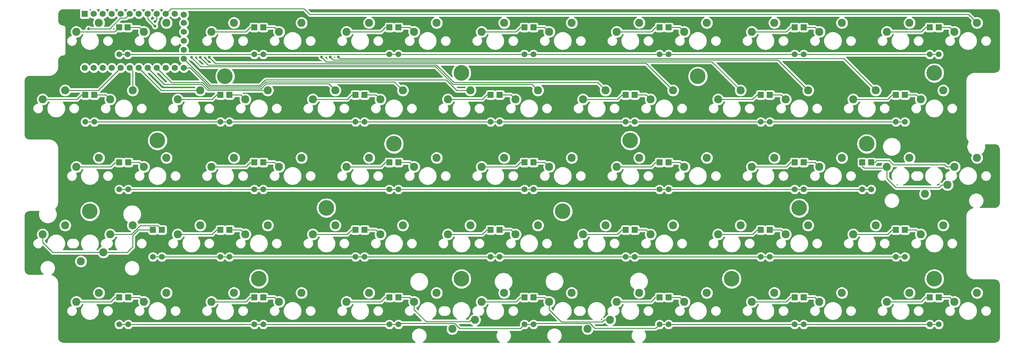
<source format=gbr>
G04 #@! TF.GenerationSoftware,KiCad,Pcbnew,(5.1.5-0-10_14)*
G04 #@! TF.CreationDate,2019-12-14T19:49:10-08:00*
G04 #@! TF.ProjectId,Planck_S_01,506c616e-636b-45f5-935f-30312e6b6963,rev?*
G04 #@! TF.SameCoordinates,Original*
G04 #@! TF.FileFunction,Copper,L2,Bot*
G04 #@! TF.FilePolarity,Positive*
%FSLAX46Y46*%
G04 Gerber Fmt 4.6, Leading zero omitted, Abs format (unit mm)*
G04 Created by KiCad (PCBNEW (5.1.5-0-10_14)) date 2019-12-14 19:49:10*
%MOMM*%
%LPD*%
G04 APERTURE LIST*
%ADD10R,1.752600X1.752600*%
%ADD11C,1.752600*%
%ADD12C,2.286000*%
%ADD13C,0.700000*%
%ADD14C,4.400000*%
%ADD15R,1.651000X1.651000*%
%ADD16C,1.651000*%
%ADD17C,0.800000*%
%ADD18C,0.250000*%
%ADD19C,0.254000*%
G04 APERTURE END LIST*
D10*
X71617500Y-49980000D03*
D11*
X74157500Y-49980000D03*
X76697500Y-49980000D03*
X79237500Y-49980000D03*
X81777500Y-49980000D03*
X84317500Y-49980000D03*
X86857500Y-49980000D03*
X89397500Y-49980000D03*
X91937500Y-49980000D03*
X94477500Y-49980000D03*
X97017500Y-49980000D03*
X99557500Y-65220000D03*
X97017500Y-65220000D03*
X94477500Y-65220000D03*
X91937500Y-65220000D03*
X89397500Y-65220000D03*
X86857500Y-65220000D03*
X84317500Y-65220000D03*
X81777500Y-65220000D03*
X79237500Y-65220000D03*
X76697500Y-65220000D03*
X74157500Y-65220000D03*
X99557500Y-50208600D03*
X71617500Y-65220000D03*
X99557500Y-62680000D03*
X99557500Y-60140000D03*
X99557500Y-57600000D03*
X99557500Y-55060000D03*
X99557500Y-52520000D03*
D12*
X78765000Y-74110000D03*
X85115000Y-71570000D03*
D13*
X312341726Y-65483274D03*
X311175000Y-65000000D03*
X310008274Y-65483274D03*
X309525000Y-66650000D03*
X310008274Y-67816726D03*
X311175000Y-68300000D03*
X312341726Y-67816726D03*
X312825000Y-66650000D03*
D14*
X311175000Y-66650000D03*
D13*
X207566726Y-104533274D03*
X206400000Y-104050000D03*
X205233274Y-104533274D03*
X204750000Y-105700000D03*
X205233274Y-106866726D03*
X206400000Y-107350000D03*
X207566726Y-106866726D03*
X208050000Y-105700000D03*
D14*
X206400000Y-105700000D03*
D13*
X312341726Y-123583274D03*
X311175000Y-123100000D03*
X310008274Y-123583274D03*
X309525000Y-124750000D03*
X310008274Y-125916726D03*
X311175000Y-126400000D03*
X312341726Y-125916726D03*
X312825000Y-124750000D03*
D14*
X311175000Y-124750000D03*
X292125000Y-86650000D03*
D13*
X293775000Y-86650000D03*
X293291726Y-87816726D03*
X292125000Y-88300000D03*
X290958274Y-87816726D03*
X290475000Y-86650000D03*
X290958274Y-85483274D03*
X292125000Y-85000000D03*
X293291726Y-85483274D03*
X226616726Y-84533274D03*
X225450000Y-84050000D03*
X224283274Y-84533274D03*
X223800000Y-85700000D03*
X224283274Y-86866726D03*
X225450000Y-87350000D03*
X226616726Y-86866726D03*
X227100000Y-85700000D03*
D14*
X225450000Y-85700000D03*
D13*
X274241726Y-103583274D03*
X273075000Y-103100000D03*
X271908274Y-103583274D03*
X271425000Y-104750000D03*
X271908274Y-105916726D03*
X273075000Y-106400000D03*
X274241726Y-105916726D03*
X274725000Y-104750000D03*
D14*
X273075000Y-104750000D03*
X254025000Y-124750000D03*
D13*
X255675000Y-124750000D03*
X255191726Y-125916726D03*
X254025000Y-126400000D03*
X252858274Y-125916726D03*
X252375000Y-124750000D03*
X252858274Y-123583274D03*
X254025000Y-123100000D03*
X255191726Y-123583274D03*
D14*
X244500000Y-67600000D03*
D13*
X246150000Y-67600000D03*
X245666726Y-68766726D03*
X244500000Y-69250000D03*
X243333274Y-68766726D03*
X242850000Y-67600000D03*
X243333274Y-66433274D03*
X244500000Y-65950000D03*
X245666726Y-66433274D03*
D14*
X177825000Y-124750000D03*
D13*
X179475000Y-124750000D03*
X178991726Y-125916726D03*
X177825000Y-126400000D03*
X176658274Y-125916726D03*
X176175000Y-124750000D03*
X176658274Y-123583274D03*
X177825000Y-123100000D03*
X178991726Y-123583274D03*
D15*
X81300000Y-53790000D03*
D16*
X81300000Y-61410000D03*
D15*
X83700000Y-53790000D03*
D16*
X83700000Y-61410000D03*
D15*
X119400000Y-53790000D03*
D16*
X119400000Y-61410000D03*
D15*
X121950000Y-53790000D03*
D16*
X121950000Y-61410000D03*
D15*
X157500000Y-53790000D03*
D16*
X157500000Y-61410000D03*
D15*
X160050000Y-53790000D03*
D16*
X160050000Y-61410000D03*
D15*
X195600000Y-53790000D03*
D16*
X195600000Y-61410000D03*
D15*
X198150000Y-53790000D03*
D16*
X198150000Y-61410000D03*
D15*
X233700000Y-53790000D03*
D16*
X233700000Y-61410000D03*
D15*
X236250000Y-53790000D03*
D16*
X236250000Y-61410000D03*
D15*
X271800000Y-53790000D03*
D16*
X271800000Y-61410000D03*
D15*
X274350000Y-53790000D03*
D16*
X274350000Y-61410000D03*
D15*
X309900000Y-53790000D03*
D16*
X309900000Y-61410000D03*
D15*
X312450000Y-53790000D03*
D16*
X312450000Y-61410000D03*
D15*
X71775000Y-72840000D03*
D16*
X71775000Y-80460000D03*
D15*
X74325000Y-72840000D03*
D16*
X74325000Y-80460000D03*
D15*
X109875000Y-72840000D03*
D16*
X109875000Y-80460000D03*
D15*
X112425000Y-72840000D03*
D16*
X112425000Y-80460000D03*
D15*
X147975000Y-72840000D03*
D16*
X147975000Y-80460000D03*
D15*
X150525000Y-72840000D03*
D16*
X150525000Y-80460000D03*
D15*
X186075000Y-72840000D03*
D16*
X186075000Y-80460000D03*
D15*
X188625000Y-72840000D03*
D16*
X188625000Y-80460000D03*
D15*
X224175000Y-72840000D03*
D16*
X224175000Y-80460000D03*
D15*
X226725000Y-72840000D03*
D16*
X226725000Y-80460000D03*
D15*
X262275000Y-72840000D03*
D16*
X262275000Y-80460000D03*
D15*
X264825000Y-72840000D03*
D16*
X264825000Y-80460000D03*
D15*
X300375000Y-72840000D03*
D16*
X300375000Y-80460000D03*
D15*
X302925000Y-72840000D03*
D16*
X302925000Y-80460000D03*
D15*
X81300000Y-91890000D03*
D16*
X81300000Y-99510000D03*
D15*
X83850000Y-91890000D03*
D16*
X83850000Y-99510000D03*
D15*
X119400000Y-91890000D03*
D16*
X119400000Y-99510000D03*
D15*
X121950000Y-91890000D03*
D16*
X121950000Y-99510000D03*
D15*
X157500000Y-91890000D03*
D16*
X157500000Y-99510000D03*
D15*
X160050000Y-91890000D03*
D16*
X160050000Y-99510000D03*
D15*
X195600000Y-91890000D03*
D16*
X195600000Y-99510000D03*
D15*
X198150000Y-91890000D03*
D16*
X198150000Y-99510000D03*
D15*
X233700000Y-91890000D03*
D16*
X233700000Y-99510000D03*
D15*
X236250000Y-91890000D03*
D16*
X236250000Y-99510000D03*
D15*
X271800000Y-91890000D03*
D16*
X271800000Y-99510000D03*
D15*
X274350000Y-91890000D03*
D16*
X274350000Y-99510000D03*
D15*
X290850000Y-91890000D03*
D16*
X290850000Y-99510000D03*
D15*
X293400000Y-91890000D03*
D16*
X293400000Y-99510000D03*
D15*
X90825000Y-110940000D03*
D16*
X90825000Y-118560000D03*
D15*
X93375000Y-110940000D03*
D16*
X93375000Y-118560000D03*
D15*
X109875000Y-110940000D03*
D16*
X109875000Y-118560000D03*
D15*
X112425000Y-110940000D03*
D16*
X112425000Y-118560000D03*
D15*
X147975000Y-110940000D03*
D16*
X147975000Y-118560000D03*
D15*
X150525000Y-110940000D03*
D16*
X150525000Y-118560000D03*
D15*
X186075000Y-110940000D03*
D16*
X186075000Y-118560000D03*
D15*
X188625000Y-110940000D03*
D16*
X188625000Y-118560000D03*
D15*
X224175000Y-110940000D03*
D16*
X224175000Y-118560000D03*
D15*
X226725000Y-110940000D03*
D16*
X226725000Y-118560000D03*
D15*
X262275000Y-110940000D03*
D16*
X262275000Y-118560000D03*
D15*
X264825000Y-110940000D03*
D16*
X264825000Y-118560000D03*
D15*
X300375000Y-110940000D03*
D16*
X300375000Y-118560000D03*
D15*
X302925000Y-110940000D03*
D16*
X302925000Y-118560000D03*
D15*
X81300000Y-129990000D03*
D16*
X81300000Y-137610000D03*
D15*
X83850000Y-129990000D03*
D16*
X83850000Y-137610000D03*
D15*
X119400000Y-129990000D03*
D16*
X119400000Y-137610000D03*
D15*
X121950000Y-129990000D03*
D16*
X121950000Y-137610000D03*
D15*
X157500000Y-129990000D03*
D16*
X157500000Y-137610000D03*
D15*
X160050000Y-129990000D03*
D16*
X160050000Y-137610000D03*
D15*
X195600000Y-129990000D03*
D16*
X195600000Y-137610000D03*
D15*
X198150000Y-129990000D03*
D16*
X198150000Y-137610000D03*
D15*
X233700000Y-129990000D03*
D16*
X233700000Y-137610000D03*
D15*
X236250000Y-129990000D03*
D16*
X236250000Y-137610000D03*
D15*
X271800000Y-129990000D03*
D16*
X271800000Y-137610000D03*
D15*
X274350000Y-129990000D03*
D16*
X274350000Y-137610000D03*
D15*
X309900000Y-129990000D03*
D16*
X309900000Y-137610000D03*
D15*
X312450000Y-129990000D03*
D16*
X312450000Y-137610000D03*
D13*
X121841726Y-123583274D03*
X120675000Y-123100000D03*
X119508274Y-123583274D03*
X119025000Y-124750000D03*
X119508274Y-125916726D03*
X120675000Y-126400000D03*
X121841726Y-125916726D03*
X122325000Y-124750000D03*
D14*
X120675000Y-124750000D03*
X139725000Y-104750000D03*
D13*
X141375000Y-104750000D03*
X140891726Y-105916726D03*
X139725000Y-106400000D03*
X138558274Y-105916726D03*
X138075000Y-104750000D03*
X138558274Y-103583274D03*
X139725000Y-103100000D03*
X140891726Y-103583274D03*
D14*
X73050000Y-105700000D03*
D13*
X74700000Y-105700000D03*
X74216726Y-106866726D03*
X73050000Y-107350000D03*
X71883274Y-106866726D03*
X71400000Y-105700000D03*
X71883274Y-104533274D03*
X73050000Y-104050000D03*
X74216726Y-104533274D03*
X159941726Y-85483274D03*
X158775000Y-85000000D03*
X157608274Y-85483274D03*
X157125000Y-86650000D03*
X157608274Y-87816726D03*
X158775000Y-88300000D03*
X159941726Y-87816726D03*
X160425000Y-86650000D03*
D14*
X158775000Y-86650000D03*
X92100000Y-85700000D03*
D13*
X93750000Y-85700000D03*
X93266726Y-86866726D03*
X92100000Y-87350000D03*
X90933274Y-86866726D03*
X90450000Y-85700000D03*
X90933274Y-84533274D03*
X92100000Y-84050000D03*
X93266726Y-84533274D03*
D14*
X177825000Y-66650000D03*
D13*
X179475000Y-66650000D03*
X178991726Y-67816726D03*
X177825000Y-68300000D03*
X176658274Y-67816726D03*
X176175000Y-66650000D03*
X176658274Y-65483274D03*
X177825000Y-65000000D03*
X178991726Y-65483274D03*
X112316726Y-66433274D03*
X111150000Y-65950000D03*
X109983274Y-66433274D03*
X109500000Y-67600000D03*
X109983274Y-68766726D03*
X111150000Y-69250000D03*
X112316726Y-68766726D03*
X112800000Y-67600000D03*
D14*
X111150000Y-67600000D03*
D12*
X308560000Y-100780000D03*
X314910000Y-98240000D03*
X213410000Y-138880000D03*
X219760000Y-136340000D03*
X175260000Y-138880000D03*
X181610000Y-136340000D03*
X316890000Y-131260000D03*
X323240000Y-128720000D03*
X297840000Y-131260000D03*
X304190000Y-128720000D03*
X278790000Y-131260000D03*
X285140000Y-128720000D03*
X259740000Y-131260000D03*
X266090000Y-128720000D03*
X240690000Y-131260000D03*
X247040000Y-128720000D03*
X221640000Y-131260000D03*
X227990000Y-128720000D03*
X202590000Y-131260000D03*
X208940000Y-128720000D03*
X183540000Y-131260000D03*
X189890000Y-128720000D03*
X164490000Y-131260000D03*
X170840000Y-128720000D03*
X145440000Y-131260000D03*
X151790000Y-128720000D03*
X126390000Y-131260000D03*
X132740000Y-128720000D03*
X107340000Y-131260000D03*
X113690000Y-128720000D03*
X88290000Y-131260000D03*
X94640000Y-128720000D03*
X69240000Y-131260000D03*
X75590000Y-128720000D03*
X307365000Y-112210000D03*
X313715000Y-109670000D03*
X288315000Y-112210000D03*
X294665000Y-109670000D03*
X269265000Y-112210000D03*
X275615000Y-109670000D03*
X250215000Y-112210000D03*
X256565000Y-109670000D03*
X231165000Y-112210000D03*
X237515000Y-109670000D03*
X212115000Y-112210000D03*
X218465000Y-109670000D03*
X193065000Y-112210000D03*
X199415000Y-109670000D03*
X174015000Y-112210000D03*
X180365000Y-109670000D03*
X154965000Y-112210000D03*
X161315000Y-109670000D03*
X135915000Y-112210000D03*
X142265000Y-109670000D03*
X116865000Y-112210000D03*
X123215000Y-109670000D03*
X97815000Y-112210000D03*
X104165000Y-109670000D03*
X78765000Y-112210000D03*
X85115000Y-109670000D03*
X76860000Y-117290000D03*
X70510000Y-119830000D03*
X59715000Y-112210000D03*
X66065000Y-109670000D03*
X316890000Y-93160000D03*
X323240000Y-90620000D03*
X297840000Y-93160000D03*
X304190000Y-90620000D03*
X278790000Y-93160000D03*
X285140000Y-90620000D03*
X259740000Y-93160000D03*
X266090000Y-90620000D03*
X240690000Y-93160000D03*
X247040000Y-90620000D03*
X221640000Y-93160000D03*
X227990000Y-90620000D03*
X202590000Y-93160000D03*
X208940000Y-90620000D03*
X183540000Y-93160000D03*
X189890000Y-90620000D03*
X164490000Y-93160000D03*
X170840000Y-90620000D03*
X145440000Y-93160000D03*
X151790000Y-90620000D03*
X126390000Y-93160000D03*
X132740000Y-90620000D03*
X107340000Y-93160000D03*
X113690000Y-90620000D03*
X88290000Y-93160000D03*
X94640000Y-90620000D03*
X69240000Y-93160000D03*
X75590000Y-90620000D03*
X307365000Y-74110000D03*
X313715000Y-71570000D03*
X288315000Y-74110000D03*
X294665000Y-71570000D03*
X269265000Y-74110000D03*
X275615000Y-71570000D03*
X250215000Y-74110000D03*
X256565000Y-71570000D03*
X231165000Y-74110000D03*
X237515000Y-71570000D03*
X212115000Y-74110000D03*
X218465000Y-71570000D03*
X193065000Y-74110000D03*
X199415000Y-71570000D03*
X174015000Y-74110000D03*
X180365000Y-71570000D03*
X154965000Y-74110000D03*
X161315000Y-71570000D03*
X135915000Y-74110000D03*
X142265000Y-71570000D03*
X116865000Y-74110000D03*
X123215000Y-71570000D03*
X97815000Y-74110000D03*
X104165000Y-71570000D03*
X59715000Y-74110000D03*
X66065000Y-71570000D03*
X316890000Y-55060000D03*
X323240000Y-52520000D03*
X297840000Y-55060000D03*
X304190000Y-52520000D03*
X278790000Y-55060000D03*
X285140000Y-52520000D03*
X259740000Y-55060000D03*
X266090000Y-52520000D03*
X240690000Y-55060000D03*
X247040000Y-52520000D03*
X221640000Y-55060000D03*
X227990000Y-52520000D03*
X202590000Y-55060000D03*
X208940000Y-52520000D03*
X183540000Y-55060000D03*
X189890000Y-52520000D03*
X164490000Y-55060000D03*
X170840000Y-52520000D03*
X145440000Y-55060000D03*
X151790000Y-52520000D03*
X126390000Y-55060000D03*
X132740000Y-52520000D03*
X107340000Y-55060000D03*
X113690000Y-52520000D03*
X88290000Y-55060000D03*
X94640000Y-52520000D03*
X69240000Y-55060000D03*
X75590000Y-52520000D03*
D17*
X72700000Y-54200000D03*
X91400000Y-53400000D03*
X91387660Y-52162340D03*
X143150000Y-62150000D03*
X140850000Y-62150000D03*
X101700000Y-62250000D03*
X104175000Y-62225000D03*
X106750000Y-62249996D03*
X138363608Y-62136392D03*
D18*
X70856446Y-55060000D02*
X69240000Y-55060000D01*
X80030000Y-55060000D02*
X70856446Y-55060000D01*
X81300000Y-53790000D02*
X80030000Y-55060000D01*
X87020000Y-53790000D02*
X88290000Y-55060000D01*
X83700000Y-53790000D02*
X87020000Y-53790000D01*
X117054500Y-55060000D02*
X108956446Y-55060000D01*
X118324500Y-53790000D02*
X117054500Y-55060000D01*
X108956446Y-55060000D02*
X107340000Y-55060000D01*
X119400000Y-53790000D02*
X118324500Y-53790000D01*
X125120000Y-53790000D02*
X126390000Y-55060000D01*
X121950000Y-53790000D02*
X125120000Y-53790000D01*
X147056446Y-55060000D02*
X145440000Y-55060000D01*
X156424500Y-53790000D02*
X155154500Y-55060000D01*
X155154500Y-55060000D02*
X147056446Y-55060000D01*
X157500000Y-53790000D02*
X156424500Y-53790000D01*
X163220000Y-53790000D02*
X164490000Y-55060000D01*
X160050000Y-53790000D02*
X163220000Y-53790000D01*
X194524500Y-53790000D02*
X193254500Y-55060000D01*
X185156446Y-55060000D02*
X183540000Y-55060000D01*
X193254500Y-55060000D02*
X185156446Y-55060000D01*
X195600000Y-53790000D02*
X194524500Y-53790000D01*
X201320000Y-53790000D02*
X202590000Y-55060000D01*
X198150000Y-53790000D02*
X201320000Y-53790000D01*
X223256446Y-55060000D02*
X221640000Y-55060000D01*
X231354500Y-55060000D02*
X223256446Y-55060000D01*
X232624500Y-53790000D02*
X231354500Y-55060000D01*
X233700000Y-53790000D02*
X232624500Y-53790000D01*
X239420000Y-53790000D02*
X240690000Y-55060000D01*
X236250000Y-53790000D02*
X239420000Y-53790000D01*
X261356446Y-55060000D02*
X259740000Y-55060000D01*
X269454500Y-55060000D02*
X261356446Y-55060000D01*
X270724500Y-53790000D02*
X269454500Y-55060000D01*
X271800000Y-53790000D02*
X270724500Y-53790000D01*
X277520000Y-53790000D02*
X278790000Y-55060000D01*
X274350000Y-53790000D02*
X277520000Y-53790000D01*
X299456446Y-55060000D02*
X297840000Y-55060000D01*
X307554500Y-55060000D02*
X299456446Y-55060000D01*
X308824500Y-53790000D02*
X307554500Y-55060000D01*
X309900000Y-53790000D02*
X308824500Y-53790000D01*
X315620000Y-53790000D02*
X316890000Y-55060000D01*
X312450000Y-53790000D02*
X315620000Y-53790000D01*
X69429500Y-74110000D02*
X61331446Y-74110000D01*
X61331446Y-74110000D02*
X59715000Y-74110000D01*
X70699500Y-72840000D02*
X69429500Y-74110000D01*
X71775000Y-72840000D02*
X70699500Y-72840000D01*
X77495000Y-72840000D02*
X78765000Y-74110000D01*
X74325000Y-72840000D02*
X77495000Y-72840000D01*
X99431446Y-74110000D02*
X97815000Y-74110000D01*
X107529500Y-74110000D02*
X99431446Y-74110000D01*
X108799500Y-72840000D02*
X107529500Y-74110000D01*
X109875000Y-72840000D02*
X108799500Y-72840000D01*
X115595000Y-72840000D02*
X116865000Y-74110000D01*
X112425000Y-72840000D02*
X115595000Y-72840000D01*
X137531446Y-74110000D02*
X135915000Y-74110000D01*
X145629500Y-74110000D02*
X137531446Y-74110000D01*
X146899500Y-72840000D02*
X145629500Y-74110000D01*
X147975000Y-72840000D02*
X146899500Y-72840000D01*
X153695000Y-72840000D02*
X154965000Y-74110000D01*
X150525000Y-72840000D02*
X153695000Y-72840000D01*
X175631446Y-74110000D02*
X174015000Y-74110000D01*
X183729500Y-74110000D02*
X175631446Y-74110000D01*
X184999500Y-72840000D02*
X183729500Y-74110000D01*
X186075000Y-72840000D02*
X184999500Y-72840000D01*
X191795000Y-72840000D02*
X193065000Y-74110000D01*
X188625000Y-72840000D02*
X191795000Y-72840000D01*
X213731446Y-74110000D02*
X212115000Y-74110000D01*
X221829500Y-74110000D02*
X213731446Y-74110000D01*
X223099500Y-72840000D02*
X221829500Y-74110000D01*
X224175000Y-72840000D02*
X223099500Y-72840000D01*
X229895000Y-72840000D02*
X231165000Y-74110000D01*
X226725000Y-72840000D02*
X229895000Y-72840000D01*
X251831446Y-74110000D02*
X250215000Y-74110000D01*
X259929500Y-74110000D02*
X251831446Y-74110000D01*
X261199500Y-72840000D02*
X259929500Y-74110000D01*
X262275000Y-72840000D02*
X261199500Y-72840000D01*
X267995000Y-72840000D02*
X269265000Y-74110000D01*
X264825000Y-72840000D02*
X267995000Y-72840000D01*
X289931446Y-74110000D02*
X288315000Y-74110000D01*
X298029500Y-74110000D02*
X289931446Y-74110000D01*
X299299500Y-72840000D02*
X298029500Y-74110000D01*
X300375000Y-72840000D02*
X299299500Y-72840000D01*
X306095000Y-72840000D02*
X307365000Y-74110000D01*
X302925000Y-72840000D02*
X306095000Y-72840000D01*
X70856446Y-93160000D02*
X69240000Y-93160000D01*
X78954500Y-93160000D02*
X70856446Y-93160000D01*
X81300000Y-91890000D02*
X80224500Y-91890000D01*
X80224500Y-91890000D02*
X78954500Y-93160000D01*
X87020000Y-91890000D02*
X88290000Y-93160000D01*
X83850000Y-91890000D02*
X87020000Y-91890000D01*
X108956446Y-93160000D02*
X107340000Y-93160000D01*
X117054500Y-93160000D02*
X108956446Y-93160000D01*
X118324500Y-91890000D02*
X117054500Y-93160000D01*
X119400000Y-91890000D02*
X118324500Y-91890000D01*
X125120000Y-91890000D02*
X126390000Y-93160000D01*
X121950000Y-91890000D02*
X125120000Y-91890000D01*
X147056446Y-93160000D02*
X145440000Y-93160000D01*
X155154500Y-93160000D02*
X147056446Y-93160000D01*
X156424500Y-91890000D02*
X155154500Y-93160000D01*
X157500000Y-91890000D02*
X156424500Y-91890000D01*
X163220000Y-91890000D02*
X164490000Y-93160000D01*
X160050000Y-91890000D02*
X163220000Y-91890000D01*
X185156446Y-93160000D02*
X183540000Y-93160000D01*
X194524500Y-91890000D02*
X193254500Y-93160000D01*
X193254500Y-93160000D02*
X185156446Y-93160000D01*
X195600000Y-91890000D02*
X194524500Y-91890000D01*
X201320000Y-91890000D02*
X202590000Y-93160000D01*
X198150000Y-91890000D02*
X201320000Y-91890000D01*
X231354500Y-93160000D02*
X223256446Y-93160000D01*
X232624500Y-91890000D02*
X231354500Y-93160000D01*
X223256446Y-93160000D02*
X221640000Y-93160000D01*
X233700000Y-91890000D02*
X232624500Y-91890000D01*
X239420000Y-91890000D02*
X240690000Y-93160000D01*
X236250000Y-91890000D02*
X239420000Y-91890000D01*
X269454500Y-93160000D02*
X261356446Y-93160000D01*
X270724500Y-91890000D02*
X269454500Y-93160000D01*
X261356446Y-93160000D02*
X259740000Y-93160000D01*
X271800000Y-91890000D02*
X270724500Y-91890000D01*
X277520000Y-91890000D02*
X278790000Y-93160000D01*
X274350000Y-91890000D02*
X277520000Y-91890000D01*
X291384500Y-93500000D02*
X290850000Y-92965500D01*
X297500000Y-93500000D02*
X291384500Y-93500000D01*
X290850000Y-92965500D02*
X290850000Y-91890000D01*
X297840000Y-93160000D02*
X297500000Y-93500000D01*
X300350000Y-98950000D02*
X297840000Y-96440000D01*
X297840000Y-96440000D02*
X297840000Y-93160000D01*
X312583554Y-98950000D02*
X300350000Y-98950000D01*
X313293554Y-98240000D02*
X312583554Y-98950000D01*
X314910000Y-98240000D02*
X313293554Y-98240000D01*
X299600000Y-92550000D02*
X314150000Y-92550000D01*
X314760000Y-93160000D02*
X316890000Y-93160000D01*
X298450000Y-91400000D02*
X299600000Y-92550000D01*
X294965500Y-91400000D02*
X298450000Y-91400000D01*
X294475500Y-91890000D02*
X294965500Y-91400000D01*
X314150000Y-92550000D02*
X314760000Y-93160000D01*
X293400000Y-91890000D02*
X294475500Y-91890000D01*
X59715000Y-114465000D02*
X59715000Y-112210000D01*
X62540000Y-117290000D02*
X59715000Y-114465000D01*
X76860000Y-117290000D02*
X62540000Y-117290000D01*
X83610000Y-117290000D02*
X76860000Y-117290000D01*
X85150000Y-112525000D02*
X85150000Y-115750000D01*
X86735000Y-110940000D02*
X85150000Y-112525000D01*
X85150000Y-115750000D02*
X83610000Y-117290000D01*
X90825000Y-110940000D02*
X86735000Y-110940000D01*
X80381446Y-112210000D02*
X78765000Y-112210000D01*
X87200000Y-109750000D02*
X87168143Y-109781857D01*
X87168143Y-109789499D02*
X84747642Y-112210000D01*
X87168143Y-109781857D02*
X87168143Y-109789499D01*
X92185000Y-109750000D02*
X87200000Y-109750000D01*
X84747642Y-112210000D02*
X80381446Y-112210000D01*
X93375000Y-110940000D02*
X92185000Y-109750000D01*
X99431446Y-112210000D02*
X97815000Y-112210000D01*
X107529500Y-112210000D02*
X99431446Y-112210000D01*
X108799500Y-110940000D02*
X107529500Y-112210000D01*
X109875000Y-110940000D02*
X108799500Y-110940000D01*
X115595000Y-110940000D02*
X116865000Y-112210000D01*
X112425000Y-110940000D02*
X115595000Y-110940000D01*
X137531446Y-112210000D02*
X135915000Y-112210000D01*
X145629500Y-112210000D02*
X137531446Y-112210000D01*
X146899500Y-110940000D02*
X145629500Y-112210000D01*
X147975000Y-110940000D02*
X146899500Y-110940000D01*
X153695000Y-110940000D02*
X154965000Y-112210000D01*
X150525000Y-110940000D02*
X153695000Y-110940000D01*
X175631446Y-112210000D02*
X174015000Y-112210000D01*
X183729500Y-112210000D02*
X175631446Y-112210000D01*
X184999500Y-110940000D02*
X183729500Y-112210000D01*
X186075000Y-110940000D02*
X184999500Y-110940000D01*
X191795000Y-110940000D02*
X193065000Y-112210000D01*
X188625000Y-110940000D02*
X191795000Y-110940000D01*
X213731446Y-112210000D02*
X212115000Y-112210000D01*
X221829500Y-112210000D02*
X213731446Y-112210000D01*
X223099500Y-110940000D02*
X221829500Y-112210000D01*
X224175000Y-110940000D02*
X223099500Y-110940000D01*
X229895000Y-110940000D02*
X231165000Y-112210000D01*
X226725000Y-110940000D02*
X229895000Y-110940000D01*
X251831446Y-112210000D02*
X250215000Y-112210000D01*
X259929500Y-112210000D02*
X251831446Y-112210000D01*
X261199500Y-110940000D02*
X259929500Y-112210000D01*
X262275000Y-110940000D02*
X261199500Y-110940000D01*
X267995000Y-110940000D02*
X269265000Y-112210000D01*
X264825000Y-110940000D02*
X267995000Y-110940000D01*
X289931446Y-112210000D02*
X288315000Y-112210000D01*
X298029500Y-112210000D02*
X289931446Y-112210000D01*
X299299500Y-110940000D02*
X298029500Y-112210000D01*
X300375000Y-110940000D02*
X299299500Y-110940000D01*
X306095000Y-110940000D02*
X307365000Y-112210000D01*
X302925000Y-110940000D02*
X306095000Y-110940000D01*
X78954500Y-131260000D02*
X70856446Y-131260000D01*
X70856446Y-131260000D02*
X69240000Y-131260000D01*
X80224500Y-129990000D02*
X78954500Y-131260000D01*
X81300000Y-129990000D02*
X80224500Y-129990000D01*
X87020000Y-129990000D02*
X88290000Y-131260000D01*
X83850000Y-129990000D02*
X87020000Y-129990000D01*
X108956446Y-131260000D02*
X107340000Y-131260000D01*
X117054500Y-131260000D02*
X108956446Y-131260000D01*
X118324500Y-129990000D02*
X117054500Y-131260000D01*
X119400000Y-129990000D02*
X118324500Y-129990000D01*
X125120000Y-129990000D02*
X126390000Y-131260000D01*
X121950000Y-129990000D02*
X125120000Y-129990000D01*
X155154500Y-131260000D02*
X147056446Y-131260000D01*
X156424500Y-129990000D02*
X155154500Y-131260000D01*
X147056446Y-131260000D02*
X145440000Y-131260000D01*
X157500000Y-129990000D02*
X156424500Y-129990000D01*
X181610000Y-136340000D02*
X180560000Y-136340000D01*
X180560000Y-136340000D02*
X180050010Y-136849990D01*
X164490000Y-132876446D02*
X164490000Y-131260000D01*
X167918016Y-136849990D02*
X164490000Y-133421974D01*
X164490000Y-133421974D02*
X164490000Y-132876446D01*
X180050010Y-136849990D02*
X167918016Y-136849990D01*
X163220000Y-129990000D02*
X160050000Y-129990000D01*
X164490000Y-131260000D02*
X163220000Y-129990000D01*
X185156446Y-131260000D02*
X183540000Y-131260000D01*
X193254500Y-131260000D02*
X185156446Y-131260000D01*
X194524500Y-129990000D02*
X193254500Y-131260000D01*
X195600000Y-129990000D02*
X194524500Y-129990000D01*
X218143554Y-136340000D02*
X217583564Y-136899990D01*
X219760000Y-136340000D02*
X218143554Y-136340000D01*
X206068016Y-136899990D02*
X202590000Y-133421974D01*
X202590000Y-132876446D02*
X202590000Y-131260000D01*
X202590000Y-133421974D02*
X202590000Y-132876446D01*
X217583564Y-136899990D02*
X206068016Y-136899990D01*
X201320000Y-129990000D02*
X202590000Y-131260000D01*
X198150000Y-129990000D02*
X201320000Y-129990000D01*
X231354500Y-131260000D02*
X223256446Y-131260000D01*
X232624500Y-129990000D02*
X231354500Y-131260000D01*
X223256446Y-131260000D02*
X221640000Y-131260000D01*
X233700000Y-129990000D02*
X232624500Y-129990000D01*
X239420000Y-129990000D02*
X240690000Y-131260000D01*
X236250000Y-129990000D02*
X239420000Y-129990000D01*
X269454500Y-131260000D02*
X261356446Y-131260000D01*
X270724500Y-129990000D02*
X269454500Y-131260000D01*
X261356446Y-131260000D02*
X259740000Y-131260000D01*
X271800000Y-129990000D02*
X270724500Y-129990000D01*
X277520000Y-129990000D02*
X278790000Y-131260000D01*
X274350000Y-129990000D02*
X277520000Y-129990000D01*
X307554500Y-131260000D02*
X299456446Y-131260000D01*
X308824500Y-129990000D02*
X307554500Y-131260000D01*
X299456446Y-131260000D02*
X297840000Y-131260000D01*
X309900000Y-129990000D02*
X308824500Y-129990000D01*
X315620000Y-129990000D02*
X316890000Y-131260000D01*
X312450000Y-129990000D02*
X315620000Y-129990000D01*
X81300000Y-61410000D02*
X83700000Y-61410000D01*
X119400000Y-61410000D02*
X121950000Y-61410000D01*
X157500000Y-61410000D02*
X160050000Y-61410000D01*
X235082567Y-61410000D02*
X233700000Y-61410000D01*
X236250000Y-61410000D02*
X235082567Y-61410000D01*
X198150000Y-61410000D02*
X195600000Y-61410000D01*
X271800000Y-61410000D02*
X274350000Y-61410000D01*
X312450000Y-61410000D02*
X309900000Y-61410000D01*
X121950000Y-61410000D02*
X157500000Y-61410000D01*
X160050000Y-61410000D02*
X195600000Y-61410000D01*
X198150000Y-61410000D02*
X233700000Y-61410000D01*
X236250000Y-61410000D02*
X271800000Y-61410000D01*
X274350000Y-61410000D02*
X309900000Y-61410000D01*
X119400000Y-61410000D02*
X83700000Y-61410000D01*
X73157567Y-80460000D02*
X71775000Y-80460000D01*
X74325000Y-80460000D02*
X73157567Y-80460000D01*
X111042433Y-80460000D02*
X112425000Y-80460000D01*
X109875000Y-80460000D02*
X111042433Y-80460000D01*
X149142433Y-80460000D02*
X150525000Y-80460000D01*
X147975000Y-80460000D02*
X149142433Y-80460000D01*
X187242433Y-80460000D02*
X188625000Y-80460000D01*
X186075000Y-80460000D02*
X187242433Y-80460000D01*
X225342433Y-80460000D02*
X226725000Y-80460000D01*
X224175000Y-80460000D02*
X225342433Y-80460000D01*
X263442433Y-80460000D02*
X264825000Y-80460000D01*
X262275000Y-80460000D02*
X263442433Y-80460000D01*
X301542433Y-80460000D02*
X302925000Y-80460000D01*
X300375000Y-80460000D02*
X301542433Y-80460000D01*
X264825000Y-80460000D02*
X300375000Y-80460000D01*
X226725000Y-80460000D02*
X262275000Y-80460000D01*
X188625000Y-80460000D02*
X224175000Y-80460000D01*
X150525000Y-80460000D02*
X186075000Y-80460000D01*
X112425000Y-80460000D02*
X147975000Y-80460000D01*
X108707567Y-80460000D02*
X74325000Y-80460000D01*
X109875000Y-80460000D02*
X108707567Y-80460000D01*
X83441201Y-50856299D02*
X84317500Y-49980000D01*
X83116199Y-51181301D02*
X83441201Y-50856299D01*
X81672697Y-51181301D02*
X83116199Y-51181301D01*
X78653998Y-54200000D02*
X81672697Y-51181301D01*
X72700000Y-54200000D02*
X78653998Y-54200000D01*
X83850000Y-99510000D02*
X81300000Y-99510000D01*
X119400000Y-99510000D02*
X121950000Y-99510000D01*
X158667433Y-99510000D02*
X160050000Y-99510000D01*
X157500000Y-99510000D02*
X158667433Y-99510000D01*
X195600000Y-99510000D02*
X198150000Y-99510000D01*
X234867433Y-99510000D02*
X236250000Y-99510000D01*
X233700000Y-99510000D02*
X234867433Y-99510000D01*
X271800000Y-99510000D02*
X274350000Y-99510000D01*
X292232567Y-99510000D02*
X290850000Y-99510000D01*
X293400000Y-99510000D02*
X292232567Y-99510000D01*
X275517433Y-99510000D02*
X290850000Y-99510000D01*
X274350000Y-99510000D02*
X275517433Y-99510000D01*
X83850000Y-99510000D02*
X119400000Y-99510000D01*
X121950000Y-99510000D02*
X157500000Y-99510000D01*
X160050000Y-99510000D02*
X195600000Y-99510000D01*
X198150000Y-99510000D02*
X233700000Y-99510000D01*
X236250000Y-99510000D02*
X271800000Y-99510000D01*
X300375000Y-118560000D02*
X302925000Y-118560000D01*
X263442433Y-118560000D02*
X264825000Y-118560000D01*
X262275000Y-118560000D02*
X263442433Y-118560000D01*
X225342433Y-118560000D02*
X226725000Y-118560000D01*
X224175000Y-118560000D02*
X225342433Y-118560000D01*
X186075000Y-118560000D02*
X188625000Y-118560000D01*
X147975000Y-118560000D02*
X150525000Y-118560000D01*
X109875000Y-118560000D02*
X112425000Y-118560000D01*
X264825000Y-118560000D02*
X300375000Y-118560000D01*
X226725000Y-118560000D02*
X262275000Y-118560000D01*
X150525000Y-118560000D02*
X186075000Y-118560000D01*
X188625000Y-118560000D02*
X224175000Y-118560000D01*
X112425000Y-118560000D02*
X147975000Y-118560000D01*
X94542433Y-118560000D02*
X109875000Y-118560000D01*
X93375000Y-118560000D02*
X94542433Y-118560000D01*
X90825000Y-118560000D02*
X93375000Y-118560000D01*
X91000001Y-53000001D02*
X91400000Y-53400000D01*
X89397500Y-49980000D02*
X89397500Y-51397500D01*
X89397500Y-51397500D02*
X91000001Y-53000001D01*
X309900000Y-137610000D02*
X312450000Y-137610000D01*
X272967433Y-137610000D02*
X274350000Y-137610000D01*
X271800000Y-137610000D02*
X272967433Y-137610000D01*
X82467433Y-137610000D02*
X83850000Y-137610000D01*
X81300000Y-137610000D02*
X82467433Y-137610000D01*
X119400000Y-137610000D02*
X121950000Y-137610000D01*
X157500000Y-137610000D02*
X160050000Y-137610000D01*
X274350000Y-137610000D02*
X309900000Y-137610000D01*
X234867433Y-137610000D02*
X236250000Y-137610000D01*
X233700000Y-137610000D02*
X234867433Y-137610000D01*
X236250000Y-137610000D02*
X271800000Y-137610000D01*
X232610000Y-138700000D02*
X233700000Y-137610000D01*
X215450000Y-138700000D02*
X232610000Y-138700000D01*
X214100000Y-137350000D02*
X215450000Y-138700000D01*
X198410000Y-137350000D02*
X214100000Y-137350000D01*
X198150000Y-137610000D02*
X198410000Y-137350000D01*
X177350000Y-138750000D02*
X194460000Y-138750000D01*
X194460000Y-138750000D02*
X195600000Y-137610000D01*
X175900000Y-137300000D02*
X177350000Y-138750000D01*
X160360000Y-137300000D02*
X175900000Y-137300000D01*
X160050000Y-137610000D02*
X160360000Y-137300000D01*
X121950000Y-137610000D02*
X157500000Y-137610000D01*
X83850000Y-137610000D02*
X119400000Y-137610000D01*
X91937500Y-49980000D02*
X91937500Y-51612500D01*
X91937500Y-51612500D02*
X91387660Y-52162340D01*
X195600000Y-137610000D02*
X198150000Y-137610000D01*
X196750000Y-50150000D02*
X135088282Y-50150000D01*
X135088282Y-50150000D02*
X133495571Y-48557289D01*
X95353799Y-49103701D02*
X95353799Y-49096201D01*
X94477500Y-49980000D02*
X95353799Y-49103701D01*
X95353799Y-49096201D02*
X95900000Y-48550000D01*
X133495571Y-48557289D02*
X95900000Y-48550000D01*
X320870000Y-50150000D02*
X199553998Y-50150000D01*
X323240000Y-52520000D02*
X320870000Y-50150000D01*
X199553998Y-50150000D02*
X196750000Y-50150000D01*
X294665000Y-71570000D02*
X285669979Y-62574979D01*
X285669979Y-62574979D02*
X143574979Y-62574979D01*
X143574979Y-62574979D02*
X143150000Y-62150000D01*
X100796775Y-65220000D02*
X99557500Y-65220000D01*
X101370000Y-65220000D02*
X100796775Y-65220000D01*
X106800000Y-70650000D02*
X101370000Y-65220000D01*
X121150000Y-70650000D02*
X106800000Y-70650000D01*
X161315000Y-71570000D02*
X158895000Y-69150000D01*
X122650000Y-69150000D02*
X121150000Y-70650000D01*
X158895000Y-69150000D02*
X122650000Y-69150000D01*
X96067500Y-69350000D02*
X92813799Y-66096299D01*
X104852026Y-69350000D02*
X96067500Y-69350000D01*
X106602037Y-71100011D02*
X104852026Y-69350000D01*
X92813799Y-66096299D02*
X91937500Y-65220000D01*
X121349989Y-71100011D02*
X106602037Y-71100011D01*
X122750000Y-69700000D02*
X121349989Y-71100011D01*
X140395000Y-69700000D02*
X122750000Y-69700000D01*
X142265000Y-71570000D02*
X140395000Y-69700000D01*
X106337642Y-71570000D02*
X104617642Y-69850000D01*
X123215000Y-71570000D02*
X106337642Y-71570000D01*
X94027500Y-69850000D02*
X89397500Y-65220000D01*
X104617642Y-69850000D02*
X94027500Y-69850000D01*
X93207500Y-71570000D02*
X86857500Y-65220000D01*
X104165000Y-71570000D02*
X93207500Y-71570000D01*
X85115000Y-66017500D02*
X84317500Y-65220000D01*
X85115000Y-71570000D02*
X85115000Y-66017500D01*
X75427500Y-71570000D02*
X81777500Y-65220000D01*
X66065000Y-71570000D02*
X75427500Y-71570000D01*
X141249999Y-62549999D02*
X140850000Y-62150000D01*
X141724990Y-63024990D02*
X141249999Y-62549999D01*
X267069990Y-63024990D02*
X141724990Y-63024990D01*
X275615000Y-71570000D02*
X267069990Y-63024990D01*
X100433799Y-63556299D02*
X99557500Y-62680000D01*
X107077500Y-70200000D02*
X100433799Y-63556299D01*
X122550000Y-68600000D02*
X120950000Y-70200000D01*
X120950000Y-70200000D02*
X107077500Y-70200000D01*
X173500000Y-68600000D02*
X122550000Y-68600000D01*
X176470000Y-71570000D02*
X173500000Y-68600000D01*
X180365000Y-71570000D02*
X176470000Y-71570000D01*
X102300000Y-62900000D02*
X102300000Y-62900000D01*
X170550044Y-64900044D02*
X104350044Y-64900044D01*
X102099999Y-62649999D02*
X101700000Y-62250000D01*
X104350044Y-64900044D02*
X102099999Y-62649999D01*
X199415000Y-71570000D02*
X197695000Y-69850000D01*
X175500000Y-69850000D02*
X170550044Y-64900044D01*
X197695000Y-69850000D02*
X175500000Y-69850000D01*
X104900000Y-62950000D02*
X104900000Y-62950000D01*
X104574999Y-62624999D02*
X104175000Y-62225000D01*
X216245000Y-69350000D02*
X175750000Y-69350000D01*
X106350011Y-64400011D02*
X104574999Y-62624999D01*
X175750000Y-69350000D02*
X170800011Y-64400011D01*
X170800011Y-64400011D02*
X106350011Y-64400011D01*
X218465000Y-71570000D02*
X216245000Y-69350000D01*
X107149999Y-62649995D02*
X106750000Y-62249996D01*
X237515000Y-71570000D02*
X229895000Y-63950000D01*
X229895000Y-63950000D02*
X108450004Y-63950000D01*
X108450004Y-63950000D02*
X107149999Y-62649995D01*
X248470001Y-63475001D02*
X139702217Y-63475001D01*
X139702217Y-63475001D02*
X138363608Y-62136392D01*
X256565000Y-71570000D02*
X248470001Y-63475001D01*
D19*
G36*
X211700328Y-138361377D02*
G01*
X211632000Y-138704882D01*
X211632000Y-139055118D01*
X211700328Y-139398623D01*
X211834357Y-139722199D01*
X212028937Y-140013409D01*
X212276591Y-140261063D01*
X212567801Y-140455643D01*
X212891377Y-140589672D01*
X213234882Y-140658000D01*
X213585118Y-140658000D01*
X213928623Y-140589672D01*
X214252199Y-140455643D01*
X214543409Y-140261063D01*
X214791063Y-140013409D01*
X214985643Y-139722199D01*
X215119672Y-139398623D01*
X215122087Y-139386482D01*
X215157753Y-139405546D01*
X215301014Y-139449003D01*
X215412667Y-139460000D01*
X215412676Y-139460000D01*
X215449999Y-139463676D01*
X215487322Y-139460000D01*
X226105321Y-139460000D01*
X225936719Y-139712330D01*
X225773970Y-140105243D01*
X225691000Y-140522357D01*
X225691000Y-140947643D01*
X225773970Y-141364757D01*
X225936719Y-141757670D01*
X226172996Y-142111282D01*
X226473718Y-142412004D01*
X226814937Y-142640000D01*
X205085063Y-142640000D01*
X205426282Y-142412004D01*
X205727004Y-142111282D01*
X205963281Y-141757670D01*
X206126030Y-141364757D01*
X206209000Y-140947643D01*
X206209000Y-140522357D01*
X206126030Y-140105243D01*
X205963281Y-139712330D01*
X205727004Y-139358718D01*
X205426282Y-139057996D01*
X205072670Y-138821719D01*
X204679757Y-138658970D01*
X204262643Y-138576000D01*
X203837357Y-138576000D01*
X203420243Y-138658970D01*
X203027330Y-138821719D01*
X202673718Y-139057996D01*
X202372996Y-139358718D01*
X202136719Y-139712330D01*
X201973970Y-140105243D01*
X201891000Y-140522357D01*
X201891000Y-140947643D01*
X201973970Y-141364757D01*
X202136719Y-141757670D01*
X202372996Y-142111282D01*
X202673718Y-142412004D01*
X203014937Y-142640000D01*
X190809893Y-142640000D01*
X191076282Y-142462004D01*
X191377004Y-142161282D01*
X191613281Y-141807670D01*
X191776030Y-141414757D01*
X191859000Y-140997643D01*
X191859000Y-140572357D01*
X191776030Y-140155243D01*
X191613281Y-139762330D01*
X191444679Y-139510000D01*
X194422678Y-139510000D01*
X194460000Y-139513676D01*
X194497322Y-139510000D01*
X194497333Y-139510000D01*
X194608986Y-139499003D01*
X194752247Y-139455546D01*
X194884276Y-139384974D01*
X195000001Y-139290001D01*
X195023803Y-139260998D01*
X195254427Y-139030374D01*
X195456153Y-139070500D01*
X195743847Y-139070500D01*
X196026012Y-139014374D01*
X196291806Y-138904279D01*
X196531015Y-138744445D01*
X196734445Y-138541015D01*
X196848713Y-138370000D01*
X196901287Y-138370000D01*
X197015555Y-138541015D01*
X197218985Y-138744445D01*
X197458194Y-138904279D01*
X197723988Y-139014374D01*
X198006153Y-139070500D01*
X198293847Y-139070500D01*
X198576012Y-139014374D01*
X198841806Y-138904279D01*
X199081015Y-138744445D01*
X199284445Y-138541015D01*
X199444279Y-138301806D01*
X199523727Y-138110000D01*
X211804451Y-138110000D01*
X211700328Y-138361377D01*
G37*
X211700328Y-138361377D02*
X211632000Y-138704882D01*
X211632000Y-139055118D01*
X211700328Y-139398623D01*
X211834357Y-139722199D01*
X212028937Y-140013409D01*
X212276591Y-140261063D01*
X212567801Y-140455643D01*
X212891377Y-140589672D01*
X213234882Y-140658000D01*
X213585118Y-140658000D01*
X213928623Y-140589672D01*
X214252199Y-140455643D01*
X214543409Y-140261063D01*
X214791063Y-140013409D01*
X214985643Y-139722199D01*
X215119672Y-139398623D01*
X215122087Y-139386482D01*
X215157753Y-139405546D01*
X215301014Y-139449003D01*
X215412667Y-139460000D01*
X215412676Y-139460000D01*
X215449999Y-139463676D01*
X215487322Y-139460000D01*
X226105321Y-139460000D01*
X225936719Y-139712330D01*
X225773970Y-140105243D01*
X225691000Y-140522357D01*
X225691000Y-140947643D01*
X225773970Y-141364757D01*
X225936719Y-141757670D01*
X226172996Y-142111282D01*
X226473718Y-142412004D01*
X226814937Y-142640000D01*
X205085063Y-142640000D01*
X205426282Y-142412004D01*
X205727004Y-142111282D01*
X205963281Y-141757670D01*
X206126030Y-141364757D01*
X206209000Y-140947643D01*
X206209000Y-140522357D01*
X206126030Y-140105243D01*
X205963281Y-139712330D01*
X205727004Y-139358718D01*
X205426282Y-139057996D01*
X205072670Y-138821719D01*
X204679757Y-138658970D01*
X204262643Y-138576000D01*
X203837357Y-138576000D01*
X203420243Y-138658970D01*
X203027330Y-138821719D01*
X202673718Y-139057996D01*
X202372996Y-139358718D01*
X202136719Y-139712330D01*
X201973970Y-140105243D01*
X201891000Y-140522357D01*
X201891000Y-140947643D01*
X201973970Y-141364757D01*
X202136719Y-141757670D01*
X202372996Y-142111282D01*
X202673718Y-142412004D01*
X203014937Y-142640000D01*
X190809893Y-142640000D01*
X191076282Y-142462004D01*
X191377004Y-142161282D01*
X191613281Y-141807670D01*
X191776030Y-141414757D01*
X191859000Y-140997643D01*
X191859000Y-140572357D01*
X191776030Y-140155243D01*
X191613281Y-139762330D01*
X191444679Y-139510000D01*
X194422678Y-139510000D01*
X194460000Y-139513676D01*
X194497322Y-139510000D01*
X194497333Y-139510000D01*
X194608986Y-139499003D01*
X194752247Y-139455546D01*
X194884276Y-139384974D01*
X195000001Y-139290001D01*
X195023803Y-139260998D01*
X195254427Y-139030374D01*
X195456153Y-139070500D01*
X195743847Y-139070500D01*
X196026012Y-139014374D01*
X196291806Y-138904279D01*
X196531015Y-138744445D01*
X196734445Y-138541015D01*
X196848713Y-138370000D01*
X196901287Y-138370000D01*
X197015555Y-138541015D01*
X197218985Y-138744445D01*
X197458194Y-138904279D01*
X197723988Y-139014374D01*
X198006153Y-139070500D01*
X198293847Y-139070500D01*
X198576012Y-139014374D01*
X198841806Y-138904279D01*
X199081015Y-138744445D01*
X199284445Y-138541015D01*
X199444279Y-138301806D01*
X199523727Y-138110000D01*
X211804451Y-138110000D01*
X211700328Y-138361377D01*
G36*
X70151698Y-48859520D02*
G01*
X70115388Y-48979218D01*
X70103128Y-49103700D01*
X70103128Y-50856300D01*
X70115388Y-50980782D01*
X70151698Y-51100480D01*
X70210663Y-51210794D01*
X70290015Y-51307485D01*
X70386706Y-51386837D01*
X70497020Y-51445802D01*
X70616718Y-51482112D01*
X70741200Y-51494372D01*
X72493800Y-51494372D01*
X72618282Y-51482112D01*
X72737980Y-51445802D01*
X72848294Y-51386837D01*
X72944985Y-51307485D01*
X73024337Y-51210794D01*
X73083302Y-51100480D01*
X73096656Y-51056458D01*
X73194102Y-51153904D01*
X73441631Y-51319297D01*
X73716670Y-51433222D01*
X74008650Y-51491300D01*
X74138973Y-51491300D01*
X74014357Y-51677801D01*
X73880328Y-52001377D01*
X73812000Y-52344882D01*
X73812000Y-52695118D01*
X73880328Y-53038623D01*
X74014357Y-53362199D01*
X74066342Y-53440000D01*
X73403711Y-53440000D01*
X73359774Y-53396063D01*
X73190256Y-53282795D01*
X73001898Y-53204774D01*
X72801939Y-53165000D01*
X72598061Y-53165000D01*
X72398102Y-53204774D01*
X72209744Y-53282795D01*
X72040226Y-53396063D01*
X71896063Y-53540226D01*
X71782795Y-53709744D01*
X71704774Y-53898102D01*
X71665000Y-54098061D01*
X71665000Y-54300000D01*
X70849691Y-54300000D01*
X70815643Y-54217801D01*
X70621063Y-53926591D01*
X70373409Y-53678937D01*
X70082199Y-53484357D01*
X69758623Y-53350328D01*
X69415118Y-53282000D01*
X69064882Y-53282000D01*
X68721377Y-53350328D01*
X68397801Y-53484357D01*
X68106591Y-53678937D01*
X67858937Y-53926591D01*
X67664357Y-54217801D01*
X67530328Y-54541377D01*
X67462000Y-54884882D01*
X67462000Y-55235118D01*
X67530328Y-55578623D01*
X67664357Y-55902199D01*
X67808022Y-56117209D01*
X67536579Y-56171202D01*
X67266162Y-56283212D01*
X67022794Y-56445826D01*
X66815826Y-56652794D01*
X66653212Y-56896162D01*
X66541202Y-57166579D01*
X66484100Y-57453652D01*
X66484100Y-57746348D01*
X66541202Y-58033421D01*
X66653212Y-58303838D01*
X66815826Y-58547206D01*
X67022794Y-58754174D01*
X67266162Y-58916788D01*
X67536579Y-59028798D01*
X67823652Y-59085900D01*
X68116348Y-59085900D01*
X68403421Y-59028798D01*
X68673838Y-58916788D01*
X68917206Y-58754174D01*
X69124174Y-58547206D01*
X69286788Y-58303838D01*
X69398798Y-58033421D01*
X69455900Y-57746348D01*
X69455900Y-57453652D01*
X69398798Y-57166579D01*
X69286788Y-56896162D01*
X69247925Y-56838000D01*
X69415118Y-56838000D01*
X69758623Y-56769672D01*
X70082199Y-56635643D01*
X70373409Y-56441063D01*
X70621063Y-56193409D01*
X70815643Y-55902199D01*
X70849691Y-55820000D01*
X71112174Y-55820000D01*
X71008000Y-55924174D01*
X70720299Y-56354749D01*
X70522127Y-56833178D01*
X70421100Y-57341076D01*
X70421100Y-57858924D01*
X70522127Y-58366822D01*
X70720299Y-58845251D01*
X71008000Y-59275826D01*
X71374174Y-59642000D01*
X71804749Y-59929701D01*
X72283178Y-60127873D01*
X72791076Y-60228900D01*
X73308924Y-60228900D01*
X73816822Y-60127873D01*
X74295251Y-59929701D01*
X74725826Y-59642000D01*
X75092000Y-59275826D01*
X75379701Y-58845251D01*
X75577873Y-58366822D01*
X75678900Y-57858924D01*
X75678900Y-57453652D01*
X76644100Y-57453652D01*
X76644100Y-57746348D01*
X76701202Y-58033421D01*
X76813212Y-58303838D01*
X76975826Y-58547206D01*
X77182794Y-58754174D01*
X77426162Y-58916788D01*
X77696579Y-59028798D01*
X77983652Y-59085900D01*
X78276348Y-59085900D01*
X78563421Y-59028798D01*
X78833838Y-58916788D01*
X79077206Y-58754174D01*
X79284174Y-58547206D01*
X79446788Y-58303838D01*
X79558798Y-58033421D01*
X79615900Y-57746348D01*
X79615900Y-57453652D01*
X79558798Y-57166579D01*
X79446788Y-56896162D01*
X79284174Y-56652794D01*
X79077206Y-56445826D01*
X78833838Y-56283212D01*
X78563421Y-56171202D01*
X78276348Y-56114100D01*
X77983652Y-56114100D01*
X77696579Y-56171202D01*
X77426162Y-56283212D01*
X77182794Y-56445826D01*
X76975826Y-56652794D01*
X76813212Y-56896162D01*
X76701202Y-57166579D01*
X76644100Y-57453652D01*
X75678900Y-57453652D01*
X75678900Y-57341076D01*
X75577873Y-56833178D01*
X75379701Y-56354749D01*
X75092000Y-55924174D01*
X74987826Y-55820000D01*
X79992678Y-55820000D01*
X80030000Y-55823676D01*
X80067322Y-55820000D01*
X80067333Y-55820000D01*
X80178986Y-55809003D01*
X80322247Y-55765546D01*
X80454276Y-55694974D01*
X80570001Y-55600001D01*
X80593804Y-55570997D01*
X80911229Y-55253572D01*
X82125500Y-55253572D01*
X82249982Y-55241312D01*
X82369680Y-55205002D01*
X82479994Y-55146037D01*
X82500000Y-55129619D01*
X82520006Y-55146037D01*
X82630320Y-55205002D01*
X82750018Y-55241312D01*
X82874500Y-55253572D01*
X84525500Y-55253572D01*
X84649982Y-55241312D01*
X84769680Y-55205002D01*
X84879994Y-55146037D01*
X84976685Y-55066685D01*
X85056037Y-54969994D01*
X85115002Y-54859680D01*
X85151312Y-54739982D01*
X85163572Y-54615500D01*
X85163572Y-54550000D01*
X86578613Y-54550000D01*
X86512000Y-54884882D01*
X86512000Y-55235118D01*
X86580328Y-55578623D01*
X86714357Y-55902199D01*
X86858022Y-56117209D01*
X86586579Y-56171202D01*
X86316162Y-56283212D01*
X86072794Y-56445826D01*
X85865826Y-56652794D01*
X85703212Y-56896162D01*
X85591202Y-57166579D01*
X85534100Y-57453652D01*
X85534100Y-57746348D01*
X85591202Y-58033421D01*
X85703212Y-58303838D01*
X85865826Y-58547206D01*
X86072794Y-58754174D01*
X86316162Y-58916788D01*
X86586579Y-59028798D01*
X86873652Y-59085900D01*
X87166348Y-59085900D01*
X87453421Y-59028798D01*
X87723838Y-58916788D01*
X87967206Y-58754174D01*
X88174174Y-58547206D01*
X88336788Y-58303838D01*
X88448798Y-58033421D01*
X88505900Y-57746348D01*
X88505900Y-57453652D01*
X88483508Y-57341076D01*
X89471100Y-57341076D01*
X89471100Y-57858924D01*
X89572127Y-58366822D01*
X89770299Y-58845251D01*
X90058000Y-59275826D01*
X90424174Y-59642000D01*
X90854749Y-59929701D01*
X91333178Y-60127873D01*
X91841076Y-60228900D01*
X92358924Y-60228900D01*
X92866822Y-60127873D01*
X93345251Y-59929701D01*
X93775826Y-59642000D01*
X94142000Y-59275826D01*
X94429701Y-58845251D01*
X94627873Y-58366822D01*
X94728900Y-57858924D01*
X94728900Y-57341076D01*
X94627873Y-56833178D01*
X94429701Y-56354749D01*
X94142000Y-55924174D01*
X93775826Y-55558000D01*
X93345251Y-55270299D01*
X92866822Y-55072127D01*
X92358924Y-54971100D01*
X91841076Y-54971100D01*
X91333178Y-55072127D01*
X90854749Y-55270299D01*
X90424174Y-55558000D01*
X90058000Y-55924174D01*
X89770299Y-56354749D01*
X89572127Y-56833178D01*
X89471100Y-57341076D01*
X88483508Y-57341076D01*
X88448798Y-57166579D01*
X88336788Y-56896162D01*
X88297925Y-56838000D01*
X88465118Y-56838000D01*
X88808623Y-56769672D01*
X89132199Y-56635643D01*
X89423409Y-56441063D01*
X89671063Y-56193409D01*
X89865643Y-55902199D01*
X89999672Y-55578623D01*
X90068000Y-55235118D01*
X90068000Y-54884882D01*
X89999672Y-54541377D01*
X89865643Y-54217801D01*
X89671063Y-53926591D01*
X89423409Y-53678937D01*
X89132199Y-53484357D01*
X88808623Y-53350328D01*
X88465118Y-53282000D01*
X88114882Y-53282000D01*
X87771377Y-53350328D01*
X87689177Y-53384376D01*
X87583804Y-53279003D01*
X87560001Y-53249999D01*
X87444276Y-53155026D01*
X87312247Y-53084454D01*
X87168986Y-53040997D01*
X87057333Y-53030000D01*
X87057322Y-53030000D01*
X87020000Y-53026324D01*
X86982678Y-53030000D01*
X85163572Y-53030000D01*
X85163572Y-52964500D01*
X85151312Y-52840018D01*
X85115002Y-52720320D01*
X85056037Y-52610006D01*
X84976685Y-52513315D01*
X84879994Y-52433963D01*
X84769680Y-52374998D01*
X84649982Y-52338688D01*
X84525500Y-52326428D01*
X82874500Y-52326428D01*
X82750018Y-52338688D01*
X82630320Y-52374998D01*
X82520006Y-52433963D01*
X82500000Y-52450381D01*
X82479994Y-52433963D01*
X82369680Y-52374998D01*
X82249982Y-52338688D01*
X82125500Y-52326428D01*
X81602372Y-52326428D01*
X81987499Y-51941301D01*
X83078877Y-51941301D01*
X83116199Y-51944977D01*
X83153521Y-51941301D01*
X83153532Y-51941301D01*
X83265185Y-51930304D01*
X83408446Y-51886847D01*
X83540475Y-51816275D01*
X83656200Y-51721302D01*
X83680003Y-51692298D01*
X83928725Y-51443576D01*
X84168650Y-51491300D01*
X84466350Y-51491300D01*
X84758330Y-51433222D01*
X85033369Y-51319297D01*
X85280898Y-51153904D01*
X85491404Y-50943398D01*
X85587500Y-50799580D01*
X85683596Y-50943398D01*
X85894102Y-51153904D01*
X86141631Y-51319297D01*
X86416670Y-51433222D01*
X86708650Y-51491300D01*
X87006350Y-51491300D01*
X87298330Y-51433222D01*
X87573369Y-51319297D01*
X87820898Y-51153904D01*
X88031404Y-50943398D01*
X88127500Y-50799580D01*
X88223596Y-50943398D01*
X88434102Y-51153904D01*
X88637501Y-51289810D01*
X88637501Y-51360168D01*
X88633824Y-51397500D01*
X88637501Y-51434833D01*
X88643925Y-51500051D01*
X88648498Y-51546485D01*
X88691954Y-51689746D01*
X88762526Y-51821776D01*
X88833701Y-51908502D01*
X88857500Y-51937501D01*
X88886498Y-51961299D01*
X90365000Y-53439802D01*
X90365000Y-53501939D01*
X90404774Y-53701898D01*
X90482795Y-53890256D01*
X90596063Y-54059774D01*
X90740226Y-54203937D01*
X90909744Y-54317205D01*
X91098102Y-54395226D01*
X91298061Y-54435000D01*
X91501939Y-54435000D01*
X91701898Y-54395226D01*
X91890256Y-54317205D01*
X92059774Y-54203937D01*
X92203937Y-54059774D01*
X92317205Y-53890256D01*
X92395226Y-53701898D01*
X92435000Y-53501939D01*
X92435000Y-53298061D01*
X92395226Y-53098102D01*
X92317205Y-52909744D01*
X92225125Y-52771936D01*
X92304865Y-52652596D01*
X92382886Y-52464238D01*
X92422660Y-52264279D01*
X92422660Y-52202142D01*
X92448502Y-52176300D01*
X92477501Y-52152501D01*
X92572474Y-52036776D01*
X92643046Y-51904747D01*
X92686503Y-51761486D01*
X92697500Y-51649833D01*
X92697500Y-51649824D01*
X92701176Y-51612501D01*
X92697500Y-51575178D01*
X92697500Y-51289810D01*
X92900898Y-51153904D01*
X93111404Y-50943398D01*
X93207500Y-50799580D01*
X93303596Y-50943398D01*
X93502863Y-51142665D01*
X93258937Y-51386591D01*
X93064357Y-51677801D01*
X92930328Y-52001377D01*
X92862000Y-52344882D01*
X92862000Y-52695118D01*
X92930328Y-53038623D01*
X93064357Y-53362199D01*
X93258937Y-53653409D01*
X93506591Y-53901063D01*
X93797801Y-54095643D01*
X94121377Y-54229672D01*
X94464882Y-54298000D01*
X94815118Y-54298000D01*
X95158623Y-54229672D01*
X95482199Y-54095643D01*
X95773409Y-53901063D01*
X96021063Y-53653409D01*
X96215643Y-53362199D01*
X96349672Y-53038623D01*
X96418000Y-52695118D01*
X96418000Y-52344882D01*
X96349672Y-52001377D01*
X96215643Y-51677801D01*
X96021063Y-51386591D01*
X95773409Y-51138937D01*
X95583055Y-51011747D01*
X95651404Y-50943398D01*
X95747500Y-50799580D01*
X95843596Y-50943398D01*
X96054102Y-51153904D01*
X96301631Y-51319297D01*
X96576670Y-51433222D01*
X96868650Y-51491300D01*
X97166350Y-51491300D01*
X97458330Y-51433222D01*
X97733369Y-51319297D01*
X97980898Y-51153904D01*
X98191404Y-50943398D01*
X98212788Y-50911395D01*
X98218203Y-50924469D01*
X98383596Y-51171998D01*
X98575898Y-51364300D01*
X98383596Y-51556602D01*
X98218203Y-51804131D01*
X98104278Y-52079170D01*
X98046200Y-52371150D01*
X98046200Y-52668850D01*
X98104278Y-52960830D01*
X98218203Y-53235869D01*
X98383596Y-53483398D01*
X98594102Y-53693904D01*
X98737920Y-53790000D01*
X98594102Y-53886096D01*
X98383596Y-54096602D01*
X98218203Y-54344131D01*
X98104278Y-54619170D01*
X98046200Y-54911150D01*
X98046200Y-55208850D01*
X98104278Y-55500830D01*
X98218203Y-55775869D01*
X98383596Y-56023398D01*
X98594102Y-56233904D01*
X98737920Y-56330000D01*
X98594102Y-56426096D01*
X98383596Y-56636602D01*
X98353476Y-56681681D01*
X98334174Y-56652794D01*
X98127206Y-56445826D01*
X97883838Y-56283212D01*
X97613421Y-56171202D01*
X97326348Y-56114100D01*
X97033652Y-56114100D01*
X96746579Y-56171202D01*
X96476162Y-56283212D01*
X96232794Y-56445826D01*
X96025826Y-56652794D01*
X95863212Y-56896162D01*
X95751202Y-57166579D01*
X95694100Y-57453652D01*
X95694100Y-57746348D01*
X95751202Y-58033421D01*
X95863212Y-58303838D01*
X96025826Y-58547206D01*
X96232794Y-58754174D01*
X96476162Y-58916788D01*
X96746579Y-59028798D01*
X97033652Y-59085900D01*
X97326348Y-59085900D01*
X97613421Y-59028798D01*
X97883838Y-58916788D01*
X98127206Y-58754174D01*
X98334174Y-58547206D01*
X98353476Y-58518319D01*
X98383596Y-58563398D01*
X98594102Y-58773904D01*
X98737920Y-58870000D01*
X98594102Y-58966096D01*
X98383596Y-59176602D01*
X98218203Y-59424131D01*
X98104278Y-59699170D01*
X98046200Y-59991150D01*
X98046200Y-60288850D01*
X98104278Y-60580830D01*
X98132929Y-60650000D01*
X84948713Y-60650000D01*
X84834445Y-60478985D01*
X84631015Y-60275555D01*
X84391806Y-60115721D01*
X84126012Y-60005626D01*
X83843847Y-59949500D01*
X83556153Y-59949500D01*
X83273988Y-60005626D01*
X83008194Y-60115721D01*
X82768985Y-60275555D01*
X82565555Y-60478985D01*
X82500000Y-60577095D01*
X82434445Y-60478985D01*
X82231015Y-60275555D01*
X81991806Y-60115721D01*
X81726012Y-60005626D01*
X81443847Y-59949500D01*
X81156153Y-59949500D01*
X80873988Y-60005626D01*
X80608194Y-60115721D01*
X80368985Y-60275555D01*
X80165555Y-60478985D01*
X80005721Y-60718194D01*
X79895626Y-60983988D01*
X79839500Y-61266153D01*
X79839500Y-61553847D01*
X79895626Y-61836012D01*
X80005721Y-62101806D01*
X80165555Y-62341015D01*
X80368985Y-62544445D01*
X80608194Y-62704279D01*
X80873988Y-62814374D01*
X81156153Y-62870500D01*
X81443847Y-62870500D01*
X81726012Y-62814374D01*
X81991806Y-62704279D01*
X82231015Y-62544445D01*
X82434445Y-62341015D01*
X82500000Y-62242905D01*
X82565555Y-62341015D01*
X82768985Y-62544445D01*
X83008194Y-62704279D01*
X83273988Y-62814374D01*
X83556153Y-62870500D01*
X83843847Y-62870500D01*
X84126012Y-62814374D01*
X84391806Y-62704279D01*
X84631015Y-62544445D01*
X84834445Y-62341015D01*
X84948713Y-62170000D01*
X98132929Y-62170000D01*
X98104278Y-62239170D01*
X98046200Y-62531150D01*
X98046200Y-62828850D01*
X98104278Y-63120830D01*
X98218203Y-63395869D01*
X98383596Y-63643398D01*
X98594102Y-63853904D01*
X98737920Y-63950000D01*
X98594102Y-64046096D01*
X98383596Y-64256602D01*
X98287500Y-64400420D01*
X98191404Y-64256602D01*
X97980898Y-64046096D01*
X97733369Y-63880703D01*
X97458330Y-63766778D01*
X97166350Y-63708700D01*
X96868650Y-63708700D01*
X96576670Y-63766778D01*
X96301631Y-63880703D01*
X96054102Y-64046096D01*
X95843596Y-64256602D01*
X95747500Y-64400420D01*
X95651404Y-64256602D01*
X95440898Y-64046096D01*
X95193369Y-63880703D01*
X94918330Y-63766778D01*
X94626350Y-63708700D01*
X94328650Y-63708700D01*
X94036670Y-63766778D01*
X93761631Y-63880703D01*
X93514102Y-64046096D01*
X93303596Y-64256602D01*
X93207500Y-64400420D01*
X93111404Y-64256602D01*
X92900898Y-64046096D01*
X92653369Y-63880703D01*
X92378330Y-63766778D01*
X92086350Y-63708700D01*
X91788650Y-63708700D01*
X91496670Y-63766778D01*
X91221631Y-63880703D01*
X90974102Y-64046096D01*
X90763596Y-64256602D01*
X90667500Y-64400420D01*
X90571404Y-64256602D01*
X90360898Y-64046096D01*
X90113369Y-63880703D01*
X89838330Y-63766778D01*
X89546350Y-63708700D01*
X89248650Y-63708700D01*
X88956670Y-63766778D01*
X88681631Y-63880703D01*
X88434102Y-64046096D01*
X88223596Y-64256602D01*
X88127500Y-64400420D01*
X88031404Y-64256602D01*
X87820898Y-64046096D01*
X87573369Y-63880703D01*
X87298330Y-63766778D01*
X87006350Y-63708700D01*
X86708650Y-63708700D01*
X86416670Y-63766778D01*
X86141631Y-63880703D01*
X85894102Y-64046096D01*
X85683596Y-64256602D01*
X85587500Y-64400420D01*
X85491404Y-64256602D01*
X85280898Y-64046096D01*
X85033369Y-63880703D01*
X84758330Y-63766778D01*
X84466350Y-63708700D01*
X84168650Y-63708700D01*
X83876670Y-63766778D01*
X83601631Y-63880703D01*
X83354102Y-64046096D01*
X83143596Y-64256602D01*
X83047500Y-64400420D01*
X82951404Y-64256602D01*
X82740898Y-64046096D01*
X82493369Y-63880703D01*
X82218330Y-63766778D01*
X81926350Y-63708700D01*
X81628650Y-63708700D01*
X81336670Y-63766778D01*
X81061631Y-63880703D01*
X80814102Y-64046096D01*
X80603596Y-64256602D01*
X80507500Y-64400420D01*
X80411404Y-64256602D01*
X80200898Y-64046096D01*
X79953369Y-63880703D01*
X79678330Y-63766778D01*
X79386350Y-63708700D01*
X79088650Y-63708700D01*
X78796670Y-63766778D01*
X78521631Y-63880703D01*
X78274102Y-64046096D01*
X78063596Y-64256602D01*
X77967500Y-64400420D01*
X77871404Y-64256602D01*
X77660898Y-64046096D01*
X77413369Y-63880703D01*
X77138330Y-63766778D01*
X76846350Y-63708700D01*
X76548650Y-63708700D01*
X76256670Y-63766778D01*
X75981631Y-63880703D01*
X75734102Y-64046096D01*
X75523596Y-64256602D01*
X75427500Y-64400420D01*
X75331404Y-64256602D01*
X75120898Y-64046096D01*
X74873369Y-63880703D01*
X74598330Y-63766778D01*
X74306350Y-63708700D01*
X74008650Y-63708700D01*
X73716670Y-63766778D01*
X73441631Y-63880703D01*
X73194102Y-64046096D01*
X72983596Y-64256602D01*
X72887500Y-64400420D01*
X72791404Y-64256602D01*
X72580898Y-64046096D01*
X72333369Y-63880703D01*
X72058330Y-63766778D01*
X71766350Y-63708700D01*
X71468650Y-63708700D01*
X71176670Y-63766778D01*
X70901631Y-63880703D01*
X70654102Y-64046096D01*
X70443596Y-64256602D01*
X70278203Y-64504131D01*
X70164278Y-64779170D01*
X70106200Y-65071150D01*
X70106200Y-65368850D01*
X70164278Y-65660830D01*
X70278203Y-65935869D01*
X70443596Y-66183398D01*
X70654102Y-66393904D01*
X70901631Y-66559297D01*
X71176670Y-66673222D01*
X71468650Y-66731300D01*
X71766350Y-66731300D01*
X72058330Y-66673222D01*
X72333369Y-66559297D01*
X72580898Y-66393904D01*
X72791404Y-66183398D01*
X72887500Y-66039580D01*
X72983596Y-66183398D01*
X73194102Y-66393904D01*
X73441631Y-66559297D01*
X73716670Y-66673222D01*
X74008650Y-66731300D01*
X74306350Y-66731300D01*
X74598330Y-66673222D01*
X74873369Y-66559297D01*
X75120898Y-66393904D01*
X75331404Y-66183398D01*
X75427500Y-66039580D01*
X75523596Y-66183398D01*
X75734102Y-66393904D01*
X75981631Y-66559297D01*
X76256670Y-66673222D01*
X76548650Y-66731300D01*
X76846350Y-66731300D01*
X77138330Y-66673222D01*
X77413369Y-66559297D01*
X77660898Y-66393904D01*
X77871404Y-66183398D01*
X77967500Y-66039580D01*
X78063596Y-66183398D01*
X78274102Y-66393904D01*
X78521631Y-66559297D01*
X78796670Y-66673222D01*
X79088650Y-66731300D01*
X79191398Y-66731300D01*
X75112699Y-70810000D01*
X67674691Y-70810000D01*
X67640643Y-70727801D01*
X67446063Y-70436591D01*
X67198409Y-70188937D01*
X66907199Y-69994357D01*
X66583623Y-69860328D01*
X66240118Y-69792000D01*
X65889882Y-69792000D01*
X65546377Y-69860328D01*
X65222801Y-69994357D01*
X64931591Y-70188937D01*
X64683937Y-70436591D01*
X64489357Y-70727801D01*
X64355328Y-71051377D01*
X64287000Y-71394882D01*
X64287000Y-71745118D01*
X64355328Y-72088623D01*
X64489357Y-72412199D01*
X64683937Y-72703409D01*
X64931591Y-72951063D01*
X65222801Y-73145643D01*
X65546377Y-73279672D01*
X65889882Y-73348000D01*
X66240118Y-73348000D01*
X66583623Y-73279672D01*
X66907199Y-73145643D01*
X67198409Y-72951063D01*
X67446063Y-72703409D01*
X67640643Y-72412199D01*
X67674691Y-72330000D01*
X70134698Y-72330000D01*
X69114699Y-73350000D01*
X61324691Y-73350000D01*
X61290643Y-73267801D01*
X61096063Y-72976591D01*
X60848409Y-72728937D01*
X60557199Y-72534357D01*
X60233623Y-72400328D01*
X59890118Y-72332000D01*
X59539882Y-72332000D01*
X59196377Y-72400328D01*
X58872801Y-72534357D01*
X58581591Y-72728937D01*
X58333937Y-72976591D01*
X58139357Y-73267801D01*
X58005328Y-73591377D01*
X57937000Y-73934882D01*
X57937000Y-74285118D01*
X58005328Y-74628623D01*
X58139357Y-74952199D01*
X58283022Y-75167209D01*
X58011579Y-75221202D01*
X57741162Y-75333212D01*
X57497794Y-75495826D01*
X57290826Y-75702794D01*
X57128212Y-75946162D01*
X57016202Y-76216579D01*
X56959100Y-76503652D01*
X56959100Y-76796348D01*
X57016202Y-77083421D01*
X57128212Y-77353838D01*
X57290826Y-77597206D01*
X57497794Y-77804174D01*
X57741162Y-77966788D01*
X58011579Y-78078798D01*
X58298652Y-78135900D01*
X58591348Y-78135900D01*
X58878421Y-78078798D01*
X59148838Y-77966788D01*
X59392206Y-77804174D01*
X59599174Y-77597206D01*
X59761788Y-77353838D01*
X59873798Y-77083421D01*
X59930900Y-76796348D01*
X59930900Y-76503652D01*
X59873798Y-76216579D01*
X59761788Y-75946162D01*
X59722925Y-75888000D01*
X59890118Y-75888000D01*
X60233623Y-75819672D01*
X60557199Y-75685643D01*
X60848409Y-75491063D01*
X61096063Y-75243409D01*
X61290643Y-74952199D01*
X61324691Y-74870000D01*
X61587174Y-74870000D01*
X61483000Y-74974174D01*
X61195299Y-75404749D01*
X60997127Y-75883178D01*
X60896100Y-76391076D01*
X60896100Y-76908924D01*
X60997127Y-77416822D01*
X61195299Y-77895251D01*
X61483000Y-78325826D01*
X61849174Y-78692000D01*
X62279749Y-78979701D01*
X62758178Y-79177873D01*
X63266076Y-79278900D01*
X63783924Y-79278900D01*
X64291822Y-79177873D01*
X64770251Y-78979701D01*
X65200826Y-78692000D01*
X65567000Y-78325826D01*
X65854701Y-77895251D01*
X66052873Y-77416822D01*
X66153900Y-76908924D01*
X66153900Y-76503652D01*
X67119100Y-76503652D01*
X67119100Y-76796348D01*
X67176202Y-77083421D01*
X67288212Y-77353838D01*
X67450826Y-77597206D01*
X67657794Y-77804174D01*
X67901162Y-77966788D01*
X68171579Y-78078798D01*
X68458652Y-78135900D01*
X68751348Y-78135900D01*
X69038421Y-78078798D01*
X69308838Y-77966788D01*
X69552206Y-77804174D01*
X69759174Y-77597206D01*
X69921788Y-77353838D01*
X70033798Y-77083421D01*
X70090900Y-76796348D01*
X70090900Y-76503652D01*
X70033798Y-76216579D01*
X69921788Y-75946162D01*
X69759174Y-75702794D01*
X69552206Y-75495826D01*
X69308838Y-75333212D01*
X69038421Y-75221202D01*
X68751348Y-75164100D01*
X68458652Y-75164100D01*
X68171579Y-75221202D01*
X67901162Y-75333212D01*
X67657794Y-75495826D01*
X67450826Y-75702794D01*
X67288212Y-75946162D01*
X67176202Y-76216579D01*
X67119100Y-76503652D01*
X66153900Y-76503652D01*
X66153900Y-76391076D01*
X66052873Y-75883178D01*
X65854701Y-75404749D01*
X65567000Y-74974174D01*
X65462826Y-74870000D01*
X69392178Y-74870000D01*
X69429500Y-74873676D01*
X69466822Y-74870000D01*
X69466833Y-74870000D01*
X69578486Y-74859003D01*
X69721747Y-74815546D01*
X69853776Y-74744974D01*
X69969501Y-74650001D01*
X69993304Y-74620997D01*
X70498000Y-74116301D01*
X70498315Y-74116685D01*
X70595006Y-74196037D01*
X70705320Y-74255002D01*
X70825018Y-74291312D01*
X70949500Y-74303572D01*
X72600500Y-74303572D01*
X72724982Y-74291312D01*
X72844680Y-74255002D01*
X72954994Y-74196037D01*
X73050000Y-74118068D01*
X73145006Y-74196037D01*
X73255320Y-74255002D01*
X73375018Y-74291312D01*
X73499500Y-74303572D01*
X75150500Y-74303572D01*
X75274982Y-74291312D01*
X75394680Y-74255002D01*
X75504994Y-74196037D01*
X75601685Y-74116685D01*
X75681037Y-74019994D01*
X75740002Y-73909680D01*
X75776312Y-73789982D01*
X75788572Y-73665500D01*
X75788572Y-73600000D01*
X77053613Y-73600000D01*
X76987000Y-73934882D01*
X76987000Y-74285118D01*
X77055328Y-74628623D01*
X77189357Y-74952199D01*
X77333022Y-75167209D01*
X77061579Y-75221202D01*
X76791162Y-75333212D01*
X76547794Y-75495826D01*
X76340826Y-75702794D01*
X76178212Y-75946162D01*
X76066202Y-76216579D01*
X76009100Y-76503652D01*
X76009100Y-76796348D01*
X76066202Y-77083421D01*
X76178212Y-77353838D01*
X76340826Y-77597206D01*
X76547794Y-77804174D01*
X76791162Y-77966788D01*
X77061579Y-78078798D01*
X77348652Y-78135900D01*
X77641348Y-78135900D01*
X77928421Y-78078798D01*
X78198838Y-77966788D01*
X78442206Y-77804174D01*
X78649174Y-77597206D01*
X78811788Y-77353838D01*
X78923798Y-77083421D01*
X78980900Y-76796348D01*
X78980900Y-76503652D01*
X78958508Y-76391076D01*
X79946100Y-76391076D01*
X79946100Y-76908924D01*
X80047127Y-77416822D01*
X80245299Y-77895251D01*
X80533000Y-78325826D01*
X80899174Y-78692000D01*
X81329749Y-78979701D01*
X81808178Y-79177873D01*
X82316076Y-79278900D01*
X82833924Y-79278900D01*
X83341822Y-79177873D01*
X83820251Y-78979701D01*
X84250826Y-78692000D01*
X84617000Y-78325826D01*
X84904701Y-77895251D01*
X85102873Y-77416822D01*
X85203900Y-76908924D01*
X85203900Y-76503652D01*
X86169100Y-76503652D01*
X86169100Y-76796348D01*
X86226202Y-77083421D01*
X86338212Y-77353838D01*
X86500826Y-77597206D01*
X86707794Y-77804174D01*
X86951162Y-77966788D01*
X87221579Y-78078798D01*
X87508652Y-78135900D01*
X87801348Y-78135900D01*
X88088421Y-78078798D01*
X88358838Y-77966788D01*
X88602206Y-77804174D01*
X88809174Y-77597206D01*
X88971788Y-77353838D01*
X89083798Y-77083421D01*
X89140900Y-76796348D01*
X89140900Y-76503652D01*
X89083798Y-76216579D01*
X88971788Y-75946162D01*
X88809174Y-75702794D01*
X88602206Y-75495826D01*
X88358838Y-75333212D01*
X88088421Y-75221202D01*
X87801348Y-75164100D01*
X87508652Y-75164100D01*
X87221579Y-75221202D01*
X86951162Y-75333212D01*
X86707794Y-75495826D01*
X86500826Y-75702794D01*
X86338212Y-75946162D01*
X86226202Y-76216579D01*
X86169100Y-76503652D01*
X85203900Y-76503652D01*
X85203900Y-76391076D01*
X85102873Y-75883178D01*
X84904701Y-75404749D01*
X84617000Y-74974174D01*
X84250826Y-74608000D01*
X83820251Y-74320299D01*
X83341822Y-74122127D01*
X82833924Y-74021100D01*
X82316076Y-74021100D01*
X81808178Y-74122127D01*
X81329749Y-74320299D01*
X80899174Y-74608000D01*
X80533000Y-74974174D01*
X80245299Y-75404749D01*
X80047127Y-75883178D01*
X79946100Y-76391076D01*
X78958508Y-76391076D01*
X78923798Y-76216579D01*
X78811788Y-75946162D01*
X78772925Y-75888000D01*
X78940118Y-75888000D01*
X79283623Y-75819672D01*
X79607199Y-75685643D01*
X79898409Y-75491063D01*
X80146063Y-75243409D01*
X80340643Y-74952199D01*
X80474672Y-74628623D01*
X80543000Y-74285118D01*
X80543000Y-73934882D01*
X80474672Y-73591377D01*
X80340643Y-73267801D01*
X80146063Y-72976591D01*
X79898409Y-72728937D01*
X79607199Y-72534357D01*
X79283623Y-72400328D01*
X78940118Y-72332000D01*
X78589882Y-72332000D01*
X78246377Y-72400328D01*
X78164177Y-72434376D01*
X78058804Y-72329003D01*
X78035001Y-72299999D01*
X77919276Y-72205026D01*
X77787247Y-72134454D01*
X77643986Y-72090997D01*
X77532333Y-72080000D01*
X77532322Y-72080000D01*
X77495000Y-72076324D01*
X77457678Y-72080000D01*
X75992301Y-72080000D01*
X81388725Y-66683576D01*
X81628650Y-66731300D01*
X81926350Y-66731300D01*
X82218330Y-66673222D01*
X82493369Y-66559297D01*
X82740898Y-66393904D01*
X82951404Y-66183398D01*
X83047500Y-66039580D01*
X83143596Y-66183398D01*
X83354102Y-66393904D01*
X83601631Y-66559297D01*
X83876670Y-66673222D01*
X84168650Y-66731300D01*
X84355001Y-66731300D01*
X84355000Y-69960309D01*
X84272801Y-69994357D01*
X83981591Y-70188937D01*
X83733937Y-70436591D01*
X83539357Y-70727801D01*
X83405328Y-71051377D01*
X83337000Y-71394882D01*
X83337000Y-71745118D01*
X83405328Y-72088623D01*
X83539357Y-72412199D01*
X83733937Y-72703409D01*
X83981591Y-72951063D01*
X84272801Y-73145643D01*
X84596377Y-73279672D01*
X84939882Y-73348000D01*
X85290118Y-73348000D01*
X85633623Y-73279672D01*
X85957199Y-73145643D01*
X86248409Y-72951063D01*
X86496063Y-72703409D01*
X86690643Y-72412199D01*
X86824672Y-72088623D01*
X86893000Y-71745118D01*
X86893000Y-71394882D01*
X86824672Y-71051377D01*
X86690643Y-70727801D01*
X86496063Y-70436591D01*
X86248409Y-70188937D01*
X85957199Y-69994357D01*
X85875000Y-69960309D01*
X85875000Y-66374802D01*
X85894102Y-66393904D01*
X86141631Y-66559297D01*
X86416670Y-66673222D01*
X86708650Y-66731300D01*
X87006350Y-66731300D01*
X87246275Y-66683576D01*
X92643701Y-72081003D01*
X92667499Y-72110001D01*
X92696497Y-72133799D01*
X92783223Y-72204974D01*
X92915251Y-72275545D01*
X92915253Y-72275546D01*
X93058514Y-72319003D01*
X93170167Y-72330000D01*
X93170176Y-72330000D01*
X93207499Y-72333676D01*
X93244822Y-72330000D01*
X102555309Y-72330000D01*
X102589357Y-72412199D01*
X102783937Y-72703409D01*
X103031591Y-72951063D01*
X103322801Y-73145643D01*
X103646377Y-73279672D01*
X103989882Y-73348000D01*
X104340118Y-73348000D01*
X104683623Y-73279672D01*
X105007199Y-73145643D01*
X105298409Y-72951063D01*
X105546063Y-72703409D01*
X105740643Y-72412199D01*
X105848521Y-72151757D01*
X105913366Y-72204974D01*
X106045395Y-72275546D01*
X106188656Y-72319003D01*
X106300309Y-72330000D01*
X106300318Y-72330000D01*
X106337641Y-72333676D01*
X106374964Y-72330000D01*
X108234698Y-72330000D01*
X107214699Y-73350000D01*
X99424691Y-73350000D01*
X99390643Y-73267801D01*
X99196063Y-72976591D01*
X98948409Y-72728937D01*
X98657199Y-72534357D01*
X98333623Y-72400328D01*
X97990118Y-72332000D01*
X97639882Y-72332000D01*
X97296377Y-72400328D01*
X96972801Y-72534357D01*
X96681591Y-72728937D01*
X96433937Y-72976591D01*
X96239357Y-73267801D01*
X96105328Y-73591377D01*
X96037000Y-73934882D01*
X96037000Y-74285118D01*
X96105328Y-74628623D01*
X96239357Y-74952199D01*
X96383022Y-75167209D01*
X96111579Y-75221202D01*
X95841162Y-75333212D01*
X95597794Y-75495826D01*
X95390826Y-75702794D01*
X95228212Y-75946162D01*
X95116202Y-76216579D01*
X95059100Y-76503652D01*
X95059100Y-76796348D01*
X95116202Y-77083421D01*
X95228212Y-77353838D01*
X95390826Y-77597206D01*
X95597794Y-77804174D01*
X95841162Y-77966788D01*
X96111579Y-78078798D01*
X96398652Y-78135900D01*
X96691348Y-78135900D01*
X96978421Y-78078798D01*
X97248838Y-77966788D01*
X97492206Y-77804174D01*
X97699174Y-77597206D01*
X97861788Y-77353838D01*
X97973798Y-77083421D01*
X98030900Y-76796348D01*
X98030900Y-76503652D01*
X97973798Y-76216579D01*
X97861788Y-75946162D01*
X97822925Y-75888000D01*
X97990118Y-75888000D01*
X98333623Y-75819672D01*
X98657199Y-75685643D01*
X98948409Y-75491063D01*
X99196063Y-75243409D01*
X99390643Y-74952199D01*
X99424691Y-74870000D01*
X99687174Y-74870000D01*
X99583000Y-74974174D01*
X99295299Y-75404749D01*
X99097127Y-75883178D01*
X98996100Y-76391076D01*
X98996100Y-76908924D01*
X99097127Y-77416822D01*
X99295299Y-77895251D01*
X99583000Y-78325826D01*
X99949174Y-78692000D01*
X100379749Y-78979701D01*
X100858178Y-79177873D01*
X101366076Y-79278900D01*
X101883924Y-79278900D01*
X102391822Y-79177873D01*
X102870251Y-78979701D01*
X103300826Y-78692000D01*
X103667000Y-78325826D01*
X103954701Y-77895251D01*
X104152873Y-77416822D01*
X104253900Y-76908924D01*
X104253900Y-76503652D01*
X105219100Y-76503652D01*
X105219100Y-76796348D01*
X105276202Y-77083421D01*
X105388212Y-77353838D01*
X105550826Y-77597206D01*
X105757794Y-77804174D01*
X106001162Y-77966788D01*
X106271579Y-78078798D01*
X106558652Y-78135900D01*
X106851348Y-78135900D01*
X107138421Y-78078798D01*
X107408838Y-77966788D01*
X107652206Y-77804174D01*
X107859174Y-77597206D01*
X108021788Y-77353838D01*
X108133798Y-77083421D01*
X108190900Y-76796348D01*
X108190900Y-76503652D01*
X108133798Y-76216579D01*
X108021788Y-75946162D01*
X107859174Y-75702794D01*
X107652206Y-75495826D01*
X107408838Y-75333212D01*
X107138421Y-75221202D01*
X106851348Y-75164100D01*
X106558652Y-75164100D01*
X106271579Y-75221202D01*
X106001162Y-75333212D01*
X105757794Y-75495826D01*
X105550826Y-75702794D01*
X105388212Y-75946162D01*
X105276202Y-76216579D01*
X105219100Y-76503652D01*
X104253900Y-76503652D01*
X104253900Y-76391076D01*
X104152873Y-75883178D01*
X103954701Y-75404749D01*
X103667000Y-74974174D01*
X103562826Y-74870000D01*
X107492178Y-74870000D01*
X107529500Y-74873676D01*
X107566822Y-74870000D01*
X107566833Y-74870000D01*
X107678486Y-74859003D01*
X107821747Y-74815546D01*
X107953776Y-74744974D01*
X108069501Y-74650001D01*
X108093304Y-74620997D01*
X108598000Y-74116301D01*
X108598315Y-74116685D01*
X108695006Y-74196037D01*
X108805320Y-74255002D01*
X108925018Y-74291312D01*
X109049500Y-74303572D01*
X110700500Y-74303572D01*
X110824982Y-74291312D01*
X110944680Y-74255002D01*
X111054994Y-74196037D01*
X111150000Y-74118068D01*
X111245006Y-74196037D01*
X111355320Y-74255002D01*
X111475018Y-74291312D01*
X111599500Y-74303572D01*
X113250500Y-74303572D01*
X113374982Y-74291312D01*
X113494680Y-74255002D01*
X113604994Y-74196037D01*
X113701685Y-74116685D01*
X113781037Y-74019994D01*
X113840002Y-73909680D01*
X113876312Y-73789982D01*
X113888572Y-73665500D01*
X113888572Y-73600000D01*
X115153613Y-73600000D01*
X115087000Y-73934882D01*
X115087000Y-74285118D01*
X115155328Y-74628623D01*
X115289357Y-74952199D01*
X115433022Y-75167209D01*
X115161579Y-75221202D01*
X114891162Y-75333212D01*
X114647794Y-75495826D01*
X114440826Y-75702794D01*
X114278212Y-75946162D01*
X114166202Y-76216579D01*
X114109100Y-76503652D01*
X114109100Y-76796348D01*
X114166202Y-77083421D01*
X114278212Y-77353838D01*
X114440826Y-77597206D01*
X114647794Y-77804174D01*
X114891162Y-77966788D01*
X115161579Y-78078798D01*
X115448652Y-78135900D01*
X115741348Y-78135900D01*
X116028421Y-78078798D01*
X116298838Y-77966788D01*
X116542206Y-77804174D01*
X116749174Y-77597206D01*
X116911788Y-77353838D01*
X117023798Y-77083421D01*
X117080900Y-76796348D01*
X117080900Y-76503652D01*
X117058508Y-76391076D01*
X118046100Y-76391076D01*
X118046100Y-76908924D01*
X118147127Y-77416822D01*
X118345299Y-77895251D01*
X118633000Y-78325826D01*
X118999174Y-78692000D01*
X119429749Y-78979701D01*
X119908178Y-79177873D01*
X120416076Y-79278900D01*
X120933924Y-79278900D01*
X121441822Y-79177873D01*
X121920251Y-78979701D01*
X122350826Y-78692000D01*
X122717000Y-78325826D01*
X123004701Y-77895251D01*
X123202873Y-77416822D01*
X123303900Y-76908924D01*
X123303900Y-76503652D01*
X124269100Y-76503652D01*
X124269100Y-76796348D01*
X124326202Y-77083421D01*
X124438212Y-77353838D01*
X124600826Y-77597206D01*
X124807794Y-77804174D01*
X125051162Y-77966788D01*
X125321579Y-78078798D01*
X125608652Y-78135900D01*
X125901348Y-78135900D01*
X126188421Y-78078798D01*
X126458838Y-77966788D01*
X126702206Y-77804174D01*
X126909174Y-77597206D01*
X127071788Y-77353838D01*
X127183798Y-77083421D01*
X127240900Y-76796348D01*
X127240900Y-76503652D01*
X133159100Y-76503652D01*
X133159100Y-76796348D01*
X133216202Y-77083421D01*
X133328212Y-77353838D01*
X133490826Y-77597206D01*
X133697794Y-77804174D01*
X133941162Y-77966788D01*
X134211579Y-78078798D01*
X134498652Y-78135900D01*
X134791348Y-78135900D01*
X135078421Y-78078798D01*
X135348838Y-77966788D01*
X135592206Y-77804174D01*
X135799174Y-77597206D01*
X135961788Y-77353838D01*
X136073798Y-77083421D01*
X136130900Y-76796348D01*
X136130900Y-76503652D01*
X136073798Y-76216579D01*
X135961788Y-75946162D01*
X135922925Y-75888000D01*
X136090118Y-75888000D01*
X136433623Y-75819672D01*
X136757199Y-75685643D01*
X137048409Y-75491063D01*
X137296063Y-75243409D01*
X137490643Y-74952199D01*
X137524691Y-74870000D01*
X137787174Y-74870000D01*
X137683000Y-74974174D01*
X137395299Y-75404749D01*
X137197127Y-75883178D01*
X137096100Y-76391076D01*
X137096100Y-76908924D01*
X137197127Y-77416822D01*
X137395299Y-77895251D01*
X137683000Y-78325826D01*
X138049174Y-78692000D01*
X138479749Y-78979701D01*
X138958178Y-79177873D01*
X139466076Y-79278900D01*
X139983924Y-79278900D01*
X140491822Y-79177873D01*
X140970251Y-78979701D01*
X141400826Y-78692000D01*
X141767000Y-78325826D01*
X142054701Y-77895251D01*
X142252873Y-77416822D01*
X142353900Y-76908924D01*
X142353900Y-76503652D01*
X143319100Y-76503652D01*
X143319100Y-76796348D01*
X143376202Y-77083421D01*
X143488212Y-77353838D01*
X143650826Y-77597206D01*
X143857794Y-77804174D01*
X144101162Y-77966788D01*
X144371579Y-78078798D01*
X144658652Y-78135900D01*
X144951348Y-78135900D01*
X145238421Y-78078798D01*
X145508838Y-77966788D01*
X145752206Y-77804174D01*
X145959174Y-77597206D01*
X146121788Y-77353838D01*
X146233798Y-77083421D01*
X146290900Y-76796348D01*
X146290900Y-76503652D01*
X146233798Y-76216579D01*
X146121788Y-75946162D01*
X145959174Y-75702794D01*
X145752206Y-75495826D01*
X145508838Y-75333212D01*
X145238421Y-75221202D01*
X144951348Y-75164100D01*
X144658652Y-75164100D01*
X144371579Y-75221202D01*
X144101162Y-75333212D01*
X143857794Y-75495826D01*
X143650826Y-75702794D01*
X143488212Y-75946162D01*
X143376202Y-76216579D01*
X143319100Y-76503652D01*
X142353900Y-76503652D01*
X142353900Y-76391076D01*
X142252873Y-75883178D01*
X142054701Y-75404749D01*
X141767000Y-74974174D01*
X141662826Y-74870000D01*
X145592178Y-74870000D01*
X145629500Y-74873676D01*
X145666822Y-74870000D01*
X145666833Y-74870000D01*
X145778486Y-74859003D01*
X145921747Y-74815546D01*
X146053776Y-74744974D01*
X146169501Y-74650001D01*
X146193304Y-74620997D01*
X146698000Y-74116301D01*
X146698315Y-74116685D01*
X146795006Y-74196037D01*
X146905320Y-74255002D01*
X147025018Y-74291312D01*
X147149500Y-74303572D01*
X148800500Y-74303572D01*
X148924982Y-74291312D01*
X149044680Y-74255002D01*
X149154994Y-74196037D01*
X149250000Y-74118068D01*
X149345006Y-74196037D01*
X149455320Y-74255002D01*
X149575018Y-74291312D01*
X149699500Y-74303572D01*
X151350500Y-74303572D01*
X151474982Y-74291312D01*
X151594680Y-74255002D01*
X151704994Y-74196037D01*
X151801685Y-74116685D01*
X151881037Y-74019994D01*
X151940002Y-73909680D01*
X151976312Y-73789982D01*
X151988572Y-73665500D01*
X151988572Y-73600000D01*
X153253613Y-73600000D01*
X153187000Y-73934882D01*
X153187000Y-74285118D01*
X153255328Y-74628623D01*
X153389357Y-74952199D01*
X153533022Y-75167209D01*
X153261579Y-75221202D01*
X152991162Y-75333212D01*
X152747794Y-75495826D01*
X152540826Y-75702794D01*
X152378212Y-75946162D01*
X152266202Y-76216579D01*
X152209100Y-76503652D01*
X152209100Y-76796348D01*
X152266202Y-77083421D01*
X152378212Y-77353838D01*
X152540826Y-77597206D01*
X152747794Y-77804174D01*
X152991162Y-77966788D01*
X153261579Y-78078798D01*
X153548652Y-78135900D01*
X153841348Y-78135900D01*
X154128421Y-78078798D01*
X154398838Y-77966788D01*
X154642206Y-77804174D01*
X154849174Y-77597206D01*
X155011788Y-77353838D01*
X155123798Y-77083421D01*
X155180900Y-76796348D01*
X155180900Y-76503652D01*
X155158508Y-76391076D01*
X156146100Y-76391076D01*
X156146100Y-76908924D01*
X156247127Y-77416822D01*
X156445299Y-77895251D01*
X156733000Y-78325826D01*
X157099174Y-78692000D01*
X157529749Y-78979701D01*
X158008178Y-79177873D01*
X158516076Y-79278900D01*
X159033924Y-79278900D01*
X159541822Y-79177873D01*
X160020251Y-78979701D01*
X160450826Y-78692000D01*
X160817000Y-78325826D01*
X161104701Y-77895251D01*
X161302873Y-77416822D01*
X161403900Y-76908924D01*
X161403900Y-76503652D01*
X162369100Y-76503652D01*
X162369100Y-76796348D01*
X162426202Y-77083421D01*
X162538212Y-77353838D01*
X162700826Y-77597206D01*
X162907794Y-77804174D01*
X163151162Y-77966788D01*
X163421579Y-78078798D01*
X163708652Y-78135900D01*
X164001348Y-78135900D01*
X164288421Y-78078798D01*
X164558838Y-77966788D01*
X164802206Y-77804174D01*
X165009174Y-77597206D01*
X165171788Y-77353838D01*
X165283798Y-77083421D01*
X165340900Y-76796348D01*
X165340900Y-76503652D01*
X171259100Y-76503652D01*
X171259100Y-76796348D01*
X171316202Y-77083421D01*
X171428212Y-77353838D01*
X171590826Y-77597206D01*
X171797794Y-77804174D01*
X172041162Y-77966788D01*
X172311579Y-78078798D01*
X172598652Y-78135900D01*
X172891348Y-78135900D01*
X173178421Y-78078798D01*
X173448838Y-77966788D01*
X173692206Y-77804174D01*
X173899174Y-77597206D01*
X174061788Y-77353838D01*
X174173798Y-77083421D01*
X174230900Y-76796348D01*
X174230900Y-76503652D01*
X174173798Y-76216579D01*
X174061788Y-75946162D01*
X174022925Y-75888000D01*
X174190118Y-75888000D01*
X174533623Y-75819672D01*
X174857199Y-75685643D01*
X175148409Y-75491063D01*
X175396063Y-75243409D01*
X175590643Y-74952199D01*
X175624691Y-74870000D01*
X175887174Y-74870000D01*
X175783000Y-74974174D01*
X175495299Y-75404749D01*
X175297127Y-75883178D01*
X175196100Y-76391076D01*
X175196100Y-76908924D01*
X175297127Y-77416822D01*
X175495299Y-77895251D01*
X175783000Y-78325826D01*
X176149174Y-78692000D01*
X176579749Y-78979701D01*
X177058178Y-79177873D01*
X177566076Y-79278900D01*
X178083924Y-79278900D01*
X178591822Y-79177873D01*
X179070251Y-78979701D01*
X179500826Y-78692000D01*
X179867000Y-78325826D01*
X180154701Y-77895251D01*
X180352873Y-77416822D01*
X180453900Y-76908924D01*
X180453900Y-76503652D01*
X181419100Y-76503652D01*
X181419100Y-76796348D01*
X181476202Y-77083421D01*
X181588212Y-77353838D01*
X181750826Y-77597206D01*
X181957794Y-77804174D01*
X182201162Y-77966788D01*
X182471579Y-78078798D01*
X182758652Y-78135900D01*
X183051348Y-78135900D01*
X183338421Y-78078798D01*
X183608838Y-77966788D01*
X183852206Y-77804174D01*
X184059174Y-77597206D01*
X184221788Y-77353838D01*
X184333798Y-77083421D01*
X184390900Y-76796348D01*
X184390900Y-76503652D01*
X184333798Y-76216579D01*
X184221788Y-75946162D01*
X184059174Y-75702794D01*
X183852206Y-75495826D01*
X183608838Y-75333212D01*
X183338421Y-75221202D01*
X183051348Y-75164100D01*
X182758652Y-75164100D01*
X182471579Y-75221202D01*
X182201162Y-75333212D01*
X181957794Y-75495826D01*
X181750826Y-75702794D01*
X181588212Y-75946162D01*
X181476202Y-76216579D01*
X181419100Y-76503652D01*
X180453900Y-76503652D01*
X180453900Y-76391076D01*
X180352873Y-75883178D01*
X180154701Y-75404749D01*
X179867000Y-74974174D01*
X179762826Y-74870000D01*
X183692178Y-74870000D01*
X183729500Y-74873676D01*
X183766822Y-74870000D01*
X183766833Y-74870000D01*
X183878486Y-74859003D01*
X184021747Y-74815546D01*
X184153776Y-74744974D01*
X184269501Y-74650001D01*
X184293304Y-74620997D01*
X184798000Y-74116301D01*
X184798315Y-74116685D01*
X184895006Y-74196037D01*
X185005320Y-74255002D01*
X185125018Y-74291312D01*
X185249500Y-74303572D01*
X186900500Y-74303572D01*
X187024982Y-74291312D01*
X187144680Y-74255002D01*
X187254994Y-74196037D01*
X187350000Y-74118068D01*
X187445006Y-74196037D01*
X187555320Y-74255002D01*
X187675018Y-74291312D01*
X187799500Y-74303572D01*
X189450500Y-74303572D01*
X189574982Y-74291312D01*
X189694680Y-74255002D01*
X189804994Y-74196037D01*
X189901685Y-74116685D01*
X189981037Y-74019994D01*
X190040002Y-73909680D01*
X190076312Y-73789982D01*
X190088572Y-73665500D01*
X190088572Y-73600000D01*
X191353613Y-73600000D01*
X191287000Y-73934882D01*
X191287000Y-74285118D01*
X191355328Y-74628623D01*
X191489357Y-74952199D01*
X191633022Y-75167209D01*
X191361579Y-75221202D01*
X191091162Y-75333212D01*
X190847794Y-75495826D01*
X190640826Y-75702794D01*
X190478212Y-75946162D01*
X190366202Y-76216579D01*
X190309100Y-76503652D01*
X190309100Y-76796348D01*
X190366202Y-77083421D01*
X190478212Y-77353838D01*
X190640826Y-77597206D01*
X190847794Y-77804174D01*
X191091162Y-77966788D01*
X191361579Y-78078798D01*
X191648652Y-78135900D01*
X191941348Y-78135900D01*
X192228421Y-78078798D01*
X192498838Y-77966788D01*
X192742206Y-77804174D01*
X192949174Y-77597206D01*
X193111788Y-77353838D01*
X193223798Y-77083421D01*
X193280900Y-76796348D01*
X193280900Y-76503652D01*
X193258508Y-76391076D01*
X194246100Y-76391076D01*
X194246100Y-76908924D01*
X194347127Y-77416822D01*
X194545299Y-77895251D01*
X194833000Y-78325826D01*
X195199174Y-78692000D01*
X195629749Y-78979701D01*
X196108178Y-79177873D01*
X196616076Y-79278900D01*
X197133924Y-79278900D01*
X197641822Y-79177873D01*
X198120251Y-78979701D01*
X198550826Y-78692000D01*
X198917000Y-78325826D01*
X199204701Y-77895251D01*
X199402873Y-77416822D01*
X199503900Y-76908924D01*
X199503900Y-76503652D01*
X200469100Y-76503652D01*
X200469100Y-76796348D01*
X200526202Y-77083421D01*
X200638212Y-77353838D01*
X200800826Y-77597206D01*
X201007794Y-77804174D01*
X201251162Y-77966788D01*
X201521579Y-78078798D01*
X201808652Y-78135900D01*
X202101348Y-78135900D01*
X202388421Y-78078798D01*
X202658838Y-77966788D01*
X202902206Y-77804174D01*
X203109174Y-77597206D01*
X203271788Y-77353838D01*
X203383798Y-77083421D01*
X203440900Y-76796348D01*
X203440900Y-76503652D01*
X209359100Y-76503652D01*
X209359100Y-76796348D01*
X209416202Y-77083421D01*
X209528212Y-77353838D01*
X209690826Y-77597206D01*
X209897794Y-77804174D01*
X210141162Y-77966788D01*
X210411579Y-78078798D01*
X210698652Y-78135900D01*
X210991348Y-78135900D01*
X211278421Y-78078798D01*
X211548838Y-77966788D01*
X211792206Y-77804174D01*
X211999174Y-77597206D01*
X212161788Y-77353838D01*
X212273798Y-77083421D01*
X212330900Y-76796348D01*
X212330900Y-76503652D01*
X212273798Y-76216579D01*
X212161788Y-75946162D01*
X212122925Y-75888000D01*
X212290118Y-75888000D01*
X212633623Y-75819672D01*
X212957199Y-75685643D01*
X213248409Y-75491063D01*
X213496063Y-75243409D01*
X213690643Y-74952199D01*
X213724691Y-74870000D01*
X213987174Y-74870000D01*
X213883000Y-74974174D01*
X213595299Y-75404749D01*
X213397127Y-75883178D01*
X213296100Y-76391076D01*
X213296100Y-76908924D01*
X213397127Y-77416822D01*
X213595299Y-77895251D01*
X213883000Y-78325826D01*
X214249174Y-78692000D01*
X214679749Y-78979701D01*
X215158178Y-79177873D01*
X215666076Y-79278900D01*
X216183924Y-79278900D01*
X216691822Y-79177873D01*
X217170251Y-78979701D01*
X217600826Y-78692000D01*
X217967000Y-78325826D01*
X218254701Y-77895251D01*
X218452873Y-77416822D01*
X218553900Y-76908924D01*
X218553900Y-76503652D01*
X219519100Y-76503652D01*
X219519100Y-76796348D01*
X219576202Y-77083421D01*
X219688212Y-77353838D01*
X219850826Y-77597206D01*
X220057794Y-77804174D01*
X220301162Y-77966788D01*
X220571579Y-78078798D01*
X220858652Y-78135900D01*
X221151348Y-78135900D01*
X221438421Y-78078798D01*
X221708838Y-77966788D01*
X221952206Y-77804174D01*
X222159174Y-77597206D01*
X222321788Y-77353838D01*
X222433798Y-77083421D01*
X222490900Y-76796348D01*
X222490900Y-76503652D01*
X222433798Y-76216579D01*
X222321788Y-75946162D01*
X222159174Y-75702794D01*
X221952206Y-75495826D01*
X221708838Y-75333212D01*
X221438421Y-75221202D01*
X221151348Y-75164100D01*
X220858652Y-75164100D01*
X220571579Y-75221202D01*
X220301162Y-75333212D01*
X220057794Y-75495826D01*
X219850826Y-75702794D01*
X219688212Y-75946162D01*
X219576202Y-76216579D01*
X219519100Y-76503652D01*
X218553900Y-76503652D01*
X218553900Y-76391076D01*
X218452873Y-75883178D01*
X218254701Y-75404749D01*
X217967000Y-74974174D01*
X217862826Y-74870000D01*
X221792178Y-74870000D01*
X221829500Y-74873676D01*
X221866822Y-74870000D01*
X221866833Y-74870000D01*
X221978486Y-74859003D01*
X222121747Y-74815546D01*
X222253776Y-74744974D01*
X222369501Y-74650001D01*
X222393304Y-74620997D01*
X222898000Y-74116301D01*
X222898315Y-74116685D01*
X222995006Y-74196037D01*
X223105320Y-74255002D01*
X223225018Y-74291312D01*
X223349500Y-74303572D01*
X225000500Y-74303572D01*
X225124982Y-74291312D01*
X225244680Y-74255002D01*
X225354994Y-74196037D01*
X225450000Y-74118068D01*
X225545006Y-74196037D01*
X225655320Y-74255002D01*
X225775018Y-74291312D01*
X225899500Y-74303572D01*
X227550500Y-74303572D01*
X227674982Y-74291312D01*
X227794680Y-74255002D01*
X227904994Y-74196037D01*
X228001685Y-74116685D01*
X228081037Y-74019994D01*
X228140002Y-73909680D01*
X228176312Y-73789982D01*
X228188572Y-73665500D01*
X228188572Y-73600000D01*
X229453613Y-73600000D01*
X229387000Y-73934882D01*
X229387000Y-74285118D01*
X229455328Y-74628623D01*
X229589357Y-74952199D01*
X229733022Y-75167209D01*
X229461579Y-75221202D01*
X229191162Y-75333212D01*
X228947794Y-75495826D01*
X228740826Y-75702794D01*
X228578212Y-75946162D01*
X228466202Y-76216579D01*
X228409100Y-76503652D01*
X228409100Y-76796348D01*
X228466202Y-77083421D01*
X228578212Y-77353838D01*
X228740826Y-77597206D01*
X228947794Y-77804174D01*
X229191162Y-77966788D01*
X229461579Y-78078798D01*
X229748652Y-78135900D01*
X230041348Y-78135900D01*
X230328421Y-78078798D01*
X230598838Y-77966788D01*
X230842206Y-77804174D01*
X231049174Y-77597206D01*
X231211788Y-77353838D01*
X231323798Y-77083421D01*
X231380900Y-76796348D01*
X231380900Y-76503652D01*
X231358508Y-76391076D01*
X232346100Y-76391076D01*
X232346100Y-76908924D01*
X232447127Y-77416822D01*
X232645299Y-77895251D01*
X232933000Y-78325826D01*
X233299174Y-78692000D01*
X233729749Y-78979701D01*
X234208178Y-79177873D01*
X234716076Y-79278900D01*
X235233924Y-79278900D01*
X235741822Y-79177873D01*
X236220251Y-78979701D01*
X236650826Y-78692000D01*
X237017000Y-78325826D01*
X237304701Y-77895251D01*
X237502873Y-77416822D01*
X237603900Y-76908924D01*
X237603900Y-76503652D01*
X238569100Y-76503652D01*
X238569100Y-76796348D01*
X238626202Y-77083421D01*
X238738212Y-77353838D01*
X238900826Y-77597206D01*
X239107794Y-77804174D01*
X239351162Y-77966788D01*
X239621579Y-78078798D01*
X239908652Y-78135900D01*
X240201348Y-78135900D01*
X240488421Y-78078798D01*
X240758838Y-77966788D01*
X241002206Y-77804174D01*
X241209174Y-77597206D01*
X241371788Y-77353838D01*
X241483798Y-77083421D01*
X241540900Y-76796348D01*
X241540900Y-76503652D01*
X247459100Y-76503652D01*
X247459100Y-76796348D01*
X247516202Y-77083421D01*
X247628212Y-77353838D01*
X247790826Y-77597206D01*
X247997794Y-77804174D01*
X248241162Y-77966788D01*
X248511579Y-78078798D01*
X248798652Y-78135900D01*
X249091348Y-78135900D01*
X249378421Y-78078798D01*
X249648838Y-77966788D01*
X249892206Y-77804174D01*
X250099174Y-77597206D01*
X250261788Y-77353838D01*
X250373798Y-77083421D01*
X250430900Y-76796348D01*
X250430900Y-76503652D01*
X250373798Y-76216579D01*
X250261788Y-75946162D01*
X250222925Y-75888000D01*
X250390118Y-75888000D01*
X250733623Y-75819672D01*
X251057199Y-75685643D01*
X251348409Y-75491063D01*
X251596063Y-75243409D01*
X251790643Y-74952199D01*
X251824691Y-74870000D01*
X252087174Y-74870000D01*
X251983000Y-74974174D01*
X251695299Y-75404749D01*
X251497127Y-75883178D01*
X251396100Y-76391076D01*
X251396100Y-76908924D01*
X251497127Y-77416822D01*
X251695299Y-77895251D01*
X251983000Y-78325826D01*
X252349174Y-78692000D01*
X252779749Y-78979701D01*
X253258178Y-79177873D01*
X253766076Y-79278900D01*
X254283924Y-79278900D01*
X254791822Y-79177873D01*
X255270251Y-78979701D01*
X255700826Y-78692000D01*
X256067000Y-78325826D01*
X256354701Y-77895251D01*
X256552873Y-77416822D01*
X256653900Y-76908924D01*
X256653900Y-76503652D01*
X257619100Y-76503652D01*
X257619100Y-76796348D01*
X257676202Y-77083421D01*
X257788212Y-77353838D01*
X257950826Y-77597206D01*
X258157794Y-77804174D01*
X258401162Y-77966788D01*
X258671579Y-78078798D01*
X258958652Y-78135900D01*
X259251348Y-78135900D01*
X259538421Y-78078798D01*
X259808838Y-77966788D01*
X260052206Y-77804174D01*
X260259174Y-77597206D01*
X260421788Y-77353838D01*
X260533798Y-77083421D01*
X260590900Y-76796348D01*
X260590900Y-76503652D01*
X260533798Y-76216579D01*
X260421788Y-75946162D01*
X260259174Y-75702794D01*
X260052206Y-75495826D01*
X259808838Y-75333212D01*
X259538421Y-75221202D01*
X259251348Y-75164100D01*
X258958652Y-75164100D01*
X258671579Y-75221202D01*
X258401162Y-75333212D01*
X258157794Y-75495826D01*
X257950826Y-75702794D01*
X257788212Y-75946162D01*
X257676202Y-76216579D01*
X257619100Y-76503652D01*
X256653900Y-76503652D01*
X256653900Y-76391076D01*
X256552873Y-75883178D01*
X256354701Y-75404749D01*
X256067000Y-74974174D01*
X255962826Y-74870000D01*
X259892178Y-74870000D01*
X259929500Y-74873676D01*
X259966822Y-74870000D01*
X259966833Y-74870000D01*
X260078486Y-74859003D01*
X260221747Y-74815546D01*
X260353776Y-74744974D01*
X260469501Y-74650001D01*
X260493304Y-74620997D01*
X260998000Y-74116301D01*
X260998315Y-74116685D01*
X261095006Y-74196037D01*
X261205320Y-74255002D01*
X261325018Y-74291312D01*
X261449500Y-74303572D01*
X263100500Y-74303572D01*
X263224982Y-74291312D01*
X263344680Y-74255002D01*
X263454994Y-74196037D01*
X263550000Y-74118068D01*
X263645006Y-74196037D01*
X263755320Y-74255002D01*
X263875018Y-74291312D01*
X263999500Y-74303572D01*
X265650500Y-74303572D01*
X265774982Y-74291312D01*
X265894680Y-74255002D01*
X266004994Y-74196037D01*
X266101685Y-74116685D01*
X266181037Y-74019994D01*
X266240002Y-73909680D01*
X266276312Y-73789982D01*
X266288572Y-73665500D01*
X266288572Y-73600000D01*
X267553613Y-73600000D01*
X267487000Y-73934882D01*
X267487000Y-74285118D01*
X267555328Y-74628623D01*
X267689357Y-74952199D01*
X267833022Y-75167209D01*
X267561579Y-75221202D01*
X267291162Y-75333212D01*
X267047794Y-75495826D01*
X266840826Y-75702794D01*
X266678212Y-75946162D01*
X266566202Y-76216579D01*
X266509100Y-76503652D01*
X266509100Y-76796348D01*
X266566202Y-77083421D01*
X266678212Y-77353838D01*
X266840826Y-77597206D01*
X267047794Y-77804174D01*
X267291162Y-77966788D01*
X267561579Y-78078798D01*
X267848652Y-78135900D01*
X268141348Y-78135900D01*
X268428421Y-78078798D01*
X268698838Y-77966788D01*
X268942206Y-77804174D01*
X269149174Y-77597206D01*
X269311788Y-77353838D01*
X269423798Y-77083421D01*
X269480900Y-76796348D01*
X269480900Y-76503652D01*
X269458508Y-76391076D01*
X270446100Y-76391076D01*
X270446100Y-76908924D01*
X270547127Y-77416822D01*
X270745299Y-77895251D01*
X271033000Y-78325826D01*
X271399174Y-78692000D01*
X271829749Y-78979701D01*
X272308178Y-79177873D01*
X272816076Y-79278900D01*
X273333924Y-79278900D01*
X273841822Y-79177873D01*
X274320251Y-78979701D01*
X274750826Y-78692000D01*
X275117000Y-78325826D01*
X275404701Y-77895251D01*
X275602873Y-77416822D01*
X275703900Y-76908924D01*
X275703900Y-76503652D01*
X276669100Y-76503652D01*
X276669100Y-76796348D01*
X276726202Y-77083421D01*
X276838212Y-77353838D01*
X277000826Y-77597206D01*
X277207794Y-77804174D01*
X277451162Y-77966788D01*
X277721579Y-78078798D01*
X278008652Y-78135900D01*
X278301348Y-78135900D01*
X278588421Y-78078798D01*
X278858838Y-77966788D01*
X279102206Y-77804174D01*
X279309174Y-77597206D01*
X279471788Y-77353838D01*
X279583798Y-77083421D01*
X279640900Y-76796348D01*
X279640900Y-76503652D01*
X285559100Y-76503652D01*
X285559100Y-76796348D01*
X285616202Y-77083421D01*
X285728212Y-77353838D01*
X285890826Y-77597206D01*
X286097794Y-77804174D01*
X286341162Y-77966788D01*
X286611579Y-78078798D01*
X286898652Y-78135900D01*
X287191348Y-78135900D01*
X287478421Y-78078798D01*
X287748838Y-77966788D01*
X287992206Y-77804174D01*
X288199174Y-77597206D01*
X288361788Y-77353838D01*
X288473798Y-77083421D01*
X288530900Y-76796348D01*
X288530900Y-76503652D01*
X288473798Y-76216579D01*
X288361788Y-75946162D01*
X288322925Y-75888000D01*
X288490118Y-75888000D01*
X288833623Y-75819672D01*
X289157199Y-75685643D01*
X289448409Y-75491063D01*
X289696063Y-75243409D01*
X289890643Y-74952199D01*
X289924691Y-74870000D01*
X290187174Y-74870000D01*
X290083000Y-74974174D01*
X289795299Y-75404749D01*
X289597127Y-75883178D01*
X289496100Y-76391076D01*
X289496100Y-76908924D01*
X289597127Y-77416822D01*
X289795299Y-77895251D01*
X290083000Y-78325826D01*
X290449174Y-78692000D01*
X290879749Y-78979701D01*
X291358178Y-79177873D01*
X291866076Y-79278900D01*
X292383924Y-79278900D01*
X292891822Y-79177873D01*
X293370251Y-78979701D01*
X293800826Y-78692000D01*
X294167000Y-78325826D01*
X294454701Y-77895251D01*
X294652873Y-77416822D01*
X294753900Y-76908924D01*
X294753900Y-76503652D01*
X295719100Y-76503652D01*
X295719100Y-76796348D01*
X295776202Y-77083421D01*
X295888212Y-77353838D01*
X296050826Y-77597206D01*
X296257794Y-77804174D01*
X296501162Y-77966788D01*
X296771579Y-78078798D01*
X297058652Y-78135900D01*
X297351348Y-78135900D01*
X297638421Y-78078798D01*
X297908838Y-77966788D01*
X298152206Y-77804174D01*
X298359174Y-77597206D01*
X298521788Y-77353838D01*
X298633798Y-77083421D01*
X298690900Y-76796348D01*
X298690900Y-76503652D01*
X298633798Y-76216579D01*
X298521788Y-75946162D01*
X298359174Y-75702794D01*
X298152206Y-75495826D01*
X297908838Y-75333212D01*
X297638421Y-75221202D01*
X297351348Y-75164100D01*
X297058652Y-75164100D01*
X296771579Y-75221202D01*
X296501162Y-75333212D01*
X296257794Y-75495826D01*
X296050826Y-75702794D01*
X295888212Y-75946162D01*
X295776202Y-76216579D01*
X295719100Y-76503652D01*
X294753900Y-76503652D01*
X294753900Y-76391076D01*
X294652873Y-75883178D01*
X294454701Y-75404749D01*
X294167000Y-74974174D01*
X294062826Y-74870000D01*
X297992178Y-74870000D01*
X298029500Y-74873676D01*
X298066822Y-74870000D01*
X298066833Y-74870000D01*
X298178486Y-74859003D01*
X298321747Y-74815546D01*
X298453776Y-74744974D01*
X298569501Y-74650001D01*
X298593304Y-74620997D01*
X299098000Y-74116301D01*
X299098315Y-74116685D01*
X299195006Y-74196037D01*
X299305320Y-74255002D01*
X299425018Y-74291312D01*
X299549500Y-74303572D01*
X301200500Y-74303572D01*
X301324982Y-74291312D01*
X301444680Y-74255002D01*
X301554994Y-74196037D01*
X301650000Y-74118068D01*
X301745006Y-74196037D01*
X301855320Y-74255002D01*
X301975018Y-74291312D01*
X302099500Y-74303572D01*
X303750500Y-74303572D01*
X303874982Y-74291312D01*
X303994680Y-74255002D01*
X304104994Y-74196037D01*
X304201685Y-74116685D01*
X304281037Y-74019994D01*
X304340002Y-73909680D01*
X304376312Y-73789982D01*
X304388572Y-73665500D01*
X304388572Y-73600000D01*
X305653613Y-73600000D01*
X305587000Y-73934882D01*
X305587000Y-74285118D01*
X305655328Y-74628623D01*
X305789357Y-74952199D01*
X305933022Y-75167209D01*
X305661579Y-75221202D01*
X305391162Y-75333212D01*
X305147794Y-75495826D01*
X304940826Y-75702794D01*
X304778212Y-75946162D01*
X304666202Y-76216579D01*
X304609100Y-76503652D01*
X304609100Y-76796348D01*
X304666202Y-77083421D01*
X304778212Y-77353838D01*
X304940826Y-77597206D01*
X305147794Y-77804174D01*
X305391162Y-77966788D01*
X305661579Y-78078798D01*
X305948652Y-78135900D01*
X306241348Y-78135900D01*
X306528421Y-78078798D01*
X306798838Y-77966788D01*
X307042206Y-77804174D01*
X307249174Y-77597206D01*
X307411788Y-77353838D01*
X307523798Y-77083421D01*
X307580900Y-76796348D01*
X307580900Y-76503652D01*
X307558508Y-76391076D01*
X308546100Y-76391076D01*
X308546100Y-76908924D01*
X308647127Y-77416822D01*
X308845299Y-77895251D01*
X309133000Y-78325826D01*
X309499174Y-78692000D01*
X309929749Y-78979701D01*
X310408178Y-79177873D01*
X310916076Y-79278900D01*
X311433924Y-79278900D01*
X311941822Y-79177873D01*
X312420251Y-78979701D01*
X312850826Y-78692000D01*
X313217000Y-78325826D01*
X313504701Y-77895251D01*
X313702873Y-77416822D01*
X313803900Y-76908924D01*
X313803900Y-76503652D01*
X314769100Y-76503652D01*
X314769100Y-76796348D01*
X314826202Y-77083421D01*
X314938212Y-77353838D01*
X315100826Y-77597206D01*
X315307794Y-77804174D01*
X315551162Y-77966788D01*
X315821579Y-78078798D01*
X316108652Y-78135900D01*
X316401348Y-78135900D01*
X316688421Y-78078798D01*
X316958838Y-77966788D01*
X317202206Y-77804174D01*
X317409174Y-77597206D01*
X317571788Y-77353838D01*
X317683798Y-77083421D01*
X317740900Y-76796348D01*
X317740900Y-76503652D01*
X317683798Y-76216579D01*
X317571788Y-75946162D01*
X317409174Y-75702794D01*
X317202206Y-75495826D01*
X316958838Y-75333212D01*
X316688421Y-75221202D01*
X316401348Y-75164100D01*
X316108652Y-75164100D01*
X315821579Y-75221202D01*
X315551162Y-75333212D01*
X315307794Y-75495826D01*
X315100826Y-75702794D01*
X314938212Y-75946162D01*
X314826202Y-76216579D01*
X314769100Y-76503652D01*
X313803900Y-76503652D01*
X313803900Y-76391076D01*
X313702873Y-75883178D01*
X313504701Y-75404749D01*
X313217000Y-74974174D01*
X312850826Y-74608000D01*
X312420251Y-74320299D01*
X311941822Y-74122127D01*
X311433924Y-74021100D01*
X310916076Y-74021100D01*
X310408178Y-74122127D01*
X309929749Y-74320299D01*
X309499174Y-74608000D01*
X309133000Y-74974174D01*
X308845299Y-75404749D01*
X308647127Y-75883178D01*
X308546100Y-76391076D01*
X307558508Y-76391076D01*
X307523798Y-76216579D01*
X307411788Y-75946162D01*
X307372925Y-75888000D01*
X307540118Y-75888000D01*
X307883623Y-75819672D01*
X308207199Y-75685643D01*
X308498409Y-75491063D01*
X308746063Y-75243409D01*
X308940643Y-74952199D01*
X309074672Y-74628623D01*
X309143000Y-74285118D01*
X309143000Y-73934882D01*
X309074672Y-73591377D01*
X308940643Y-73267801D01*
X308746063Y-72976591D01*
X308498409Y-72728937D01*
X308207199Y-72534357D01*
X307883623Y-72400328D01*
X307540118Y-72332000D01*
X307189882Y-72332000D01*
X306846377Y-72400328D01*
X306764177Y-72434376D01*
X306658804Y-72329003D01*
X306635001Y-72299999D01*
X306519276Y-72205026D01*
X306387247Y-72134454D01*
X306243986Y-72090997D01*
X306132333Y-72080000D01*
X306132322Y-72080000D01*
X306095000Y-72076324D01*
X306057678Y-72080000D01*
X304388572Y-72080000D01*
X304388572Y-72014500D01*
X304376312Y-71890018D01*
X304340002Y-71770320D01*
X304281037Y-71660006D01*
X304201685Y-71563315D01*
X304104994Y-71483963D01*
X303994680Y-71424998D01*
X303895401Y-71394882D01*
X311937000Y-71394882D01*
X311937000Y-71745118D01*
X312005328Y-72088623D01*
X312139357Y-72412199D01*
X312333937Y-72703409D01*
X312581591Y-72951063D01*
X312872801Y-73145643D01*
X313196377Y-73279672D01*
X313539882Y-73348000D01*
X313890118Y-73348000D01*
X314233623Y-73279672D01*
X314557199Y-73145643D01*
X314848409Y-72951063D01*
X315096063Y-72703409D01*
X315290643Y-72412199D01*
X315424672Y-72088623D01*
X315493000Y-71745118D01*
X315493000Y-71394882D01*
X315424672Y-71051377D01*
X315290643Y-70727801D01*
X315096063Y-70436591D01*
X314848409Y-70188937D01*
X314557199Y-69994357D01*
X314233623Y-69860328D01*
X313890118Y-69792000D01*
X313539882Y-69792000D01*
X313196377Y-69860328D01*
X312872801Y-69994357D01*
X312581591Y-70188937D01*
X312333937Y-70436591D01*
X312139357Y-70727801D01*
X312005328Y-71051377D01*
X311937000Y-71394882D01*
X303895401Y-71394882D01*
X303874982Y-71388688D01*
X303750500Y-71376428D01*
X302099500Y-71376428D01*
X301975018Y-71388688D01*
X301855320Y-71424998D01*
X301745006Y-71483963D01*
X301650000Y-71561932D01*
X301554994Y-71483963D01*
X301444680Y-71424998D01*
X301324982Y-71388688D01*
X301200500Y-71376428D01*
X299549500Y-71376428D01*
X299425018Y-71388688D01*
X299305320Y-71424998D01*
X299195006Y-71483963D01*
X299098315Y-71563315D01*
X299018963Y-71660006D01*
X298959998Y-71770320D01*
X298923688Y-71890018D01*
X298911428Y-72014500D01*
X298911428Y-72185674D01*
X298875224Y-72205026D01*
X298759499Y-72299999D01*
X298735701Y-72328997D01*
X297714699Y-73350000D01*
X289924691Y-73350000D01*
X289890643Y-73267801D01*
X289696063Y-72976591D01*
X289448409Y-72728937D01*
X289157199Y-72534357D01*
X288833623Y-72400328D01*
X288490118Y-72332000D01*
X288139882Y-72332000D01*
X287796377Y-72400328D01*
X287472801Y-72534357D01*
X287181591Y-72728937D01*
X286933937Y-72976591D01*
X286739357Y-73267801D01*
X286605328Y-73591377D01*
X286537000Y-73934882D01*
X286537000Y-74285118D01*
X286605328Y-74628623D01*
X286739357Y-74952199D01*
X286883022Y-75167209D01*
X286611579Y-75221202D01*
X286341162Y-75333212D01*
X286097794Y-75495826D01*
X285890826Y-75702794D01*
X285728212Y-75946162D01*
X285616202Y-76216579D01*
X285559100Y-76503652D01*
X279640900Y-76503652D01*
X279583798Y-76216579D01*
X279471788Y-75946162D01*
X279309174Y-75702794D01*
X279102206Y-75495826D01*
X278858838Y-75333212D01*
X278588421Y-75221202D01*
X278301348Y-75164100D01*
X278008652Y-75164100D01*
X277721579Y-75221202D01*
X277451162Y-75333212D01*
X277207794Y-75495826D01*
X277000826Y-75702794D01*
X276838212Y-75946162D01*
X276726202Y-76216579D01*
X276669100Y-76503652D01*
X275703900Y-76503652D01*
X275703900Y-76391076D01*
X275602873Y-75883178D01*
X275404701Y-75404749D01*
X275117000Y-74974174D01*
X274750826Y-74608000D01*
X274320251Y-74320299D01*
X273841822Y-74122127D01*
X273333924Y-74021100D01*
X272816076Y-74021100D01*
X272308178Y-74122127D01*
X271829749Y-74320299D01*
X271399174Y-74608000D01*
X271033000Y-74974174D01*
X270745299Y-75404749D01*
X270547127Y-75883178D01*
X270446100Y-76391076D01*
X269458508Y-76391076D01*
X269423798Y-76216579D01*
X269311788Y-75946162D01*
X269272925Y-75888000D01*
X269440118Y-75888000D01*
X269783623Y-75819672D01*
X270107199Y-75685643D01*
X270398409Y-75491063D01*
X270646063Y-75243409D01*
X270840643Y-74952199D01*
X270974672Y-74628623D01*
X271043000Y-74285118D01*
X271043000Y-73934882D01*
X270974672Y-73591377D01*
X270840643Y-73267801D01*
X270646063Y-72976591D01*
X270398409Y-72728937D01*
X270107199Y-72534357D01*
X269783623Y-72400328D01*
X269440118Y-72332000D01*
X269089882Y-72332000D01*
X268746377Y-72400328D01*
X268664177Y-72434376D01*
X268558804Y-72329003D01*
X268535001Y-72299999D01*
X268419276Y-72205026D01*
X268287247Y-72134454D01*
X268143986Y-72090997D01*
X268032333Y-72080000D01*
X268032322Y-72080000D01*
X267995000Y-72076324D01*
X267957678Y-72080000D01*
X266288572Y-72080000D01*
X266288572Y-72014500D01*
X266276312Y-71890018D01*
X266240002Y-71770320D01*
X266181037Y-71660006D01*
X266101685Y-71563315D01*
X266004994Y-71483963D01*
X265894680Y-71424998D01*
X265774982Y-71388688D01*
X265650500Y-71376428D01*
X263999500Y-71376428D01*
X263875018Y-71388688D01*
X263755320Y-71424998D01*
X263645006Y-71483963D01*
X263550000Y-71561932D01*
X263454994Y-71483963D01*
X263344680Y-71424998D01*
X263224982Y-71388688D01*
X263100500Y-71376428D01*
X261449500Y-71376428D01*
X261325018Y-71388688D01*
X261205320Y-71424998D01*
X261095006Y-71483963D01*
X260998315Y-71563315D01*
X260918963Y-71660006D01*
X260859998Y-71770320D01*
X260823688Y-71890018D01*
X260811428Y-72014500D01*
X260811428Y-72185674D01*
X260775224Y-72205026D01*
X260659499Y-72299999D01*
X260635701Y-72328997D01*
X259614699Y-73350000D01*
X251824691Y-73350000D01*
X251790643Y-73267801D01*
X251596063Y-72976591D01*
X251348409Y-72728937D01*
X251057199Y-72534357D01*
X250733623Y-72400328D01*
X250390118Y-72332000D01*
X250039882Y-72332000D01*
X249696377Y-72400328D01*
X249372801Y-72534357D01*
X249081591Y-72728937D01*
X248833937Y-72976591D01*
X248639357Y-73267801D01*
X248505328Y-73591377D01*
X248437000Y-73934882D01*
X248437000Y-74285118D01*
X248505328Y-74628623D01*
X248639357Y-74952199D01*
X248783022Y-75167209D01*
X248511579Y-75221202D01*
X248241162Y-75333212D01*
X247997794Y-75495826D01*
X247790826Y-75702794D01*
X247628212Y-75946162D01*
X247516202Y-76216579D01*
X247459100Y-76503652D01*
X241540900Y-76503652D01*
X241483798Y-76216579D01*
X241371788Y-75946162D01*
X241209174Y-75702794D01*
X241002206Y-75495826D01*
X240758838Y-75333212D01*
X240488421Y-75221202D01*
X240201348Y-75164100D01*
X239908652Y-75164100D01*
X239621579Y-75221202D01*
X239351162Y-75333212D01*
X239107794Y-75495826D01*
X238900826Y-75702794D01*
X238738212Y-75946162D01*
X238626202Y-76216579D01*
X238569100Y-76503652D01*
X237603900Y-76503652D01*
X237603900Y-76391076D01*
X237502873Y-75883178D01*
X237304701Y-75404749D01*
X237017000Y-74974174D01*
X236650826Y-74608000D01*
X236220251Y-74320299D01*
X235741822Y-74122127D01*
X235233924Y-74021100D01*
X234716076Y-74021100D01*
X234208178Y-74122127D01*
X233729749Y-74320299D01*
X233299174Y-74608000D01*
X232933000Y-74974174D01*
X232645299Y-75404749D01*
X232447127Y-75883178D01*
X232346100Y-76391076D01*
X231358508Y-76391076D01*
X231323798Y-76216579D01*
X231211788Y-75946162D01*
X231172925Y-75888000D01*
X231340118Y-75888000D01*
X231683623Y-75819672D01*
X232007199Y-75685643D01*
X232298409Y-75491063D01*
X232546063Y-75243409D01*
X232740643Y-74952199D01*
X232874672Y-74628623D01*
X232943000Y-74285118D01*
X232943000Y-73934882D01*
X232874672Y-73591377D01*
X232740643Y-73267801D01*
X232546063Y-72976591D01*
X232298409Y-72728937D01*
X232007199Y-72534357D01*
X231683623Y-72400328D01*
X231340118Y-72332000D01*
X230989882Y-72332000D01*
X230646377Y-72400328D01*
X230564177Y-72434376D01*
X230458804Y-72329003D01*
X230435001Y-72299999D01*
X230319276Y-72205026D01*
X230187247Y-72134454D01*
X230043986Y-72090997D01*
X229932333Y-72080000D01*
X229932322Y-72080000D01*
X229895000Y-72076324D01*
X229857678Y-72080000D01*
X228188572Y-72080000D01*
X228188572Y-72014500D01*
X228176312Y-71890018D01*
X228140002Y-71770320D01*
X228081037Y-71660006D01*
X228001685Y-71563315D01*
X227904994Y-71483963D01*
X227794680Y-71424998D01*
X227674982Y-71388688D01*
X227550500Y-71376428D01*
X225899500Y-71376428D01*
X225775018Y-71388688D01*
X225655320Y-71424998D01*
X225545006Y-71483963D01*
X225450000Y-71561932D01*
X225354994Y-71483963D01*
X225244680Y-71424998D01*
X225124982Y-71388688D01*
X225000500Y-71376428D01*
X223349500Y-71376428D01*
X223225018Y-71388688D01*
X223105320Y-71424998D01*
X222995006Y-71483963D01*
X222898315Y-71563315D01*
X222818963Y-71660006D01*
X222759998Y-71770320D01*
X222723688Y-71890018D01*
X222711428Y-72014500D01*
X222711428Y-72185674D01*
X222675224Y-72205026D01*
X222559499Y-72299999D01*
X222535701Y-72328997D01*
X221514699Y-73350000D01*
X213724691Y-73350000D01*
X213690643Y-73267801D01*
X213496063Y-72976591D01*
X213248409Y-72728937D01*
X212957199Y-72534357D01*
X212633623Y-72400328D01*
X212290118Y-72332000D01*
X211939882Y-72332000D01*
X211596377Y-72400328D01*
X211272801Y-72534357D01*
X210981591Y-72728937D01*
X210733937Y-72976591D01*
X210539357Y-73267801D01*
X210405328Y-73591377D01*
X210337000Y-73934882D01*
X210337000Y-74285118D01*
X210405328Y-74628623D01*
X210539357Y-74952199D01*
X210683022Y-75167209D01*
X210411579Y-75221202D01*
X210141162Y-75333212D01*
X209897794Y-75495826D01*
X209690826Y-75702794D01*
X209528212Y-75946162D01*
X209416202Y-76216579D01*
X209359100Y-76503652D01*
X203440900Y-76503652D01*
X203383798Y-76216579D01*
X203271788Y-75946162D01*
X203109174Y-75702794D01*
X202902206Y-75495826D01*
X202658838Y-75333212D01*
X202388421Y-75221202D01*
X202101348Y-75164100D01*
X201808652Y-75164100D01*
X201521579Y-75221202D01*
X201251162Y-75333212D01*
X201007794Y-75495826D01*
X200800826Y-75702794D01*
X200638212Y-75946162D01*
X200526202Y-76216579D01*
X200469100Y-76503652D01*
X199503900Y-76503652D01*
X199503900Y-76391076D01*
X199402873Y-75883178D01*
X199204701Y-75404749D01*
X198917000Y-74974174D01*
X198550826Y-74608000D01*
X198120251Y-74320299D01*
X197641822Y-74122127D01*
X197133924Y-74021100D01*
X196616076Y-74021100D01*
X196108178Y-74122127D01*
X195629749Y-74320299D01*
X195199174Y-74608000D01*
X194833000Y-74974174D01*
X194545299Y-75404749D01*
X194347127Y-75883178D01*
X194246100Y-76391076D01*
X193258508Y-76391076D01*
X193223798Y-76216579D01*
X193111788Y-75946162D01*
X193072925Y-75888000D01*
X193240118Y-75888000D01*
X193583623Y-75819672D01*
X193907199Y-75685643D01*
X194198409Y-75491063D01*
X194446063Y-75243409D01*
X194640643Y-74952199D01*
X194774672Y-74628623D01*
X194843000Y-74285118D01*
X194843000Y-73934882D01*
X194774672Y-73591377D01*
X194640643Y-73267801D01*
X194446063Y-72976591D01*
X194198409Y-72728937D01*
X193907199Y-72534357D01*
X193583623Y-72400328D01*
X193240118Y-72332000D01*
X192889882Y-72332000D01*
X192546377Y-72400328D01*
X192464177Y-72434376D01*
X192358804Y-72329003D01*
X192335001Y-72299999D01*
X192219276Y-72205026D01*
X192087247Y-72134454D01*
X191943986Y-72090997D01*
X191832333Y-72080000D01*
X191832322Y-72080000D01*
X191795000Y-72076324D01*
X191757678Y-72080000D01*
X190088572Y-72080000D01*
X190088572Y-72014500D01*
X190076312Y-71890018D01*
X190040002Y-71770320D01*
X189981037Y-71660006D01*
X189901685Y-71563315D01*
X189804994Y-71483963D01*
X189694680Y-71424998D01*
X189574982Y-71388688D01*
X189450500Y-71376428D01*
X187799500Y-71376428D01*
X187675018Y-71388688D01*
X187555320Y-71424998D01*
X187445006Y-71483963D01*
X187350000Y-71561932D01*
X187254994Y-71483963D01*
X187144680Y-71424998D01*
X187024982Y-71388688D01*
X186900500Y-71376428D01*
X185249500Y-71376428D01*
X185125018Y-71388688D01*
X185005320Y-71424998D01*
X184895006Y-71483963D01*
X184798315Y-71563315D01*
X184718963Y-71660006D01*
X184659998Y-71770320D01*
X184623688Y-71890018D01*
X184611428Y-72014500D01*
X184611428Y-72185674D01*
X184575224Y-72205026D01*
X184459499Y-72299999D01*
X184435701Y-72328997D01*
X183414699Y-73350000D01*
X175624691Y-73350000D01*
X175590643Y-73267801D01*
X175396063Y-72976591D01*
X175148409Y-72728937D01*
X174857199Y-72534357D01*
X174533623Y-72400328D01*
X174190118Y-72332000D01*
X173839882Y-72332000D01*
X173496377Y-72400328D01*
X173172801Y-72534357D01*
X172881591Y-72728937D01*
X172633937Y-72976591D01*
X172439357Y-73267801D01*
X172305328Y-73591377D01*
X172237000Y-73934882D01*
X172237000Y-74285118D01*
X172305328Y-74628623D01*
X172439357Y-74952199D01*
X172583022Y-75167209D01*
X172311579Y-75221202D01*
X172041162Y-75333212D01*
X171797794Y-75495826D01*
X171590826Y-75702794D01*
X171428212Y-75946162D01*
X171316202Y-76216579D01*
X171259100Y-76503652D01*
X165340900Y-76503652D01*
X165283798Y-76216579D01*
X165171788Y-75946162D01*
X165009174Y-75702794D01*
X164802206Y-75495826D01*
X164558838Y-75333212D01*
X164288421Y-75221202D01*
X164001348Y-75164100D01*
X163708652Y-75164100D01*
X163421579Y-75221202D01*
X163151162Y-75333212D01*
X162907794Y-75495826D01*
X162700826Y-75702794D01*
X162538212Y-75946162D01*
X162426202Y-76216579D01*
X162369100Y-76503652D01*
X161403900Y-76503652D01*
X161403900Y-76391076D01*
X161302873Y-75883178D01*
X161104701Y-75404749D01*
X160817000Y-74974174D01*
X160450826Y-74608000D01*
X160020251Y-74320299D01*
X159541822Y-74122127D01*
X159033924Y-74021100D01*
X158516076Y-74021100D01*
X158008178Y-74122127D01*
X157529749Y-74320299D01*
X157099174Y-74608000D01*
X156733000Y-74974174D01*
X156445299Y-75404749D01*
X156247127Y-75883178D01*
X156146100Y-76391076D01*
X155158508Y-76391076D01*
X155123798Y-76216579D01*
X155011788Y-75946162D01*
X154972925Y-75888000D01*
X155140118Y-75888000D01*
X155483623Y-75819672D01*
X155807199Y-75685643D01*
X156098409Y-75491063D01*
X156346063Y-75243409D01*
X156540643Y-74952199D01*
X156674672Y-74628623D01*
X156743000Y-74285118D01*
X156743000Y-73934882D01*
X156674672Y-73591377D01*
X156540643Y-73267801D01*
X156346063Y-72976591D01*
X156098409Y-72728937D01*
X155807199Y-72534357D01*
X155483623Y-72400328D01*
X155140118Y-72332000D01*
X154789882Y-72332000D01*
X154446377Y-72400328D01*
X154364177Y-72434376D01*
X154258804Y-72329003D01*
X154235001Y-72299999D01*
X154119276Y-72205026D01*
X153987247Y-72134454D01*
X153843986Y-72090997D01*
X153732333Y-72080000D01*
X153732322Y-72080000D01*
X153695000Y-72076324D01*
X153657678Y-72080000D01*
X151988572Y-72080000D01*
X151988572Y-72014500D01*
X151976312Y-71890018D01*
X151940002Y-71770320D01*
X151881037Y-71660006D01*
X151801685Y-71563315D01*
X151704994Y-71483963D01*
X151594680Y-71424998D01*
X151474982Y-71388688D01*
X151350500Y-71376428D01*
X149699500Y-71376428D01*
X149575018Y-71388688D01*
X149455320Y-71424998D01*
X149345006Y-71483963D01*
X149250000Y-71561932D01*
X149154994Y-71483963D01*
X149044680Y-71424998D01*
X148924982Y-71388688D01*
X148800500Y-71376428D01*
X147149500Y-71376428D01*
X147025018Y-71388688D01*
X146905320Y-71424998D01*
X146795006Y-71483963D01*
X146698315Y-71563315D01*
X146618963Y-71660006D01*
X146559998Y-71770320D01*
X146523688Y-71890018D01*
X146511428Y-72014500D01*
X146511428Y-72185674D01*
X146475224Y-72205026D01*
X146359499Y-72299999D01*
X146335701Y-72328997D01*
X145314699Y-73350000D01*
X137524691Y-73350000D01*
X137490643Y-73267801D01*
X137296063Y-72976591D01*
X137048409Y-72728937D01*
X136757199Y-72534357D01*
X136433623Y-72400328D01*
X136090118Y-72332000D01*
X135739882Y-72332000D01*
X135396377Y-72400328D01*
X135072801Y-72534357D01*
X134781591Y-72728937D01*
X134533937Y-72976591D01*
X134339357Y-73267801D01*
X134205328Y-73591377D01*
X134137000Y-73934882D01*
X134137000Y-74285118D01*
X134205328Y-74628623D01*
X134339357Y-74952199D01*
X134483022Y-75167209D01*
X134211579Y-75221202D01*
X133941162Y-75333212D01*
X133697794Y-75495826D01*
X133490826Y-75702794D01*
X133328212Y-75946162D01*
X133216202Y-76216579D01*
X133159100Y-76503652D01*
X127240900Y-76503652D01*
X127183798Y-76216579D01*
X127071788Y-75946162D01*
X126909174Y-75702794D01*
X126702206Y-75495826D01*
X126458838Y-75333212D01*
X126188421Y-75221202D01*
X125901348Y-75164100D01*
X125608652Y-75164100D01*
X125321579Y-75221202D01*
X125051162Y-75333212D01*
X124807794Y-75495826D01*
X124600826Y-75702794D01*
X124438212Y-75946162D01*
X124326202Y-76216579D01*
X124269100Y-76503652D01*
X123303900Y-76503652D01*
X123303900Y-76391076D01*
X123202873Y-75883178D01*
X123004701Y-75404749D01*
X122717000Y-74974174D01*
X122350826Y-74608000D01*
X121920251Y-74320299D01*
X121441822Y-74122127D01*
X120933924Y-74021100D01*
X120416076Y-74021100D01*
X119908178Y-74122127D01*
X119429749Y-74320299D01*
X118999174Y-74608000D01*
X118633000Y-74974174D01*
X118345299Y-75404749D01*
X118147127Y-75883178D01*
X118046100Y-76391076D01*
X117058508Y-76391076D01*
X117023798Y-76216579D01*
X116911788Y-75946162D01*
X116872925Y-75888000D01*
X117040118Y-75888000D01*
X117383623Y-75819672D01*
X117707199Y-75685643D01*
X117998409Y-75491063D01*
X118246063Y-75243409D01*
X118440643Y-74952199D01*
X118574672Y-74628623D01*
X118643000Y-74285118D01*
X118643000Y-73934882D01*
X118574672Y-73591377D01*
X118440643Y-73267801D01*
X118246063Y-72976591D01*
X117998409Y-72728937D01*
X117707199Y-72534357D01*
X117383623Y-72400328D01*
X117040118Y-72332000D01*
X116689882Y-72332000D01*
X116346377Y-72400328D01*
X116264177Y-72434376D01*
X116159801Y-72330000D01*
X121605309Y-72330000D01*
X121639357Y-72412199D01*
X121833937Y-72703409D01*
X122081591Y-72951063D01*
X122372801Y-73145643D01*
X122696377Y-73279672D01*
X123039882Y-73348000D01*
X123390118Y-73348000D01*
X123733623Y-73279672D01*
X124057199Y-73145643D01*
X124348409Y-72951063D01*
X124596063Y-72703409D01*
X124790643Y-72412199D01*
X124924672Y-72088623D01*
X124993000Y-71745118D01*
X124993000Y-71394882D01*
X124924672Y-71051377D01*
X124790643Y-70727801D01*
X124611704Y-70460000D01*
X140080199Y-70460000D01*
X140589376Y-70969177D01*
X140555328Y-71051377D01*
X140487000Y-71394882D01*
X140487000Y-71745118D01*
X140555328Y-72088623D01*
X140689357Y-72412199D01*
X140883937Y-72703409D01*
X141131591Y-72951063D01*
X141422801Y-73145643D01*
X141746377Y-73279672D01*
X142089882Y-73348000D01*
X142440118Y-73348000D01*
X142783623Y-73279672D01*
X143107199Y-73145643D01*
X143398409Y-72951063D01*
X143646063Y-72703409D01*
X143840643Y-72412199D01*
X143974672Y-72088623D01*
X144043000Y-71745118D01*
X144043000Y-71394882D01*
X143974672Y-71051377D01*
X143840643Y-70727801D01*
X143646063Y-70436591D01*
X143398409Y-70188937D01*
X143107199Y-69994357D01*
X142903542Y-69910000D01*
X158580199Y-69910000D01*
X159639376Y-70969178D01*
X159605328Y-71051377D01*
X159537000Y-71394882D01*
X159537000Y-71745118D01*
X159605328Y-72088623D01*
X159739357Y-72412199D01*
X159933937Y-72703409D01*
X160181591Y-72951063D01*
X160472801Y-73145643D01*
X160796377Y-73279672D01*
X161139882Y-73348000D01*
X161490118Y-73348000D01*
X161833623Y-73279672D01*
X162157199Y-73145643D01*
X162448409Y-72951063D01*
X162696063Y-72703409D01*
X162890643Y-72412199D01*
X163024672Y-72088623D01*
X163093000Y-71745118D01*
X163093000Y-71394882D01*
X163024672Y-71051377D01*
X162890643Y-70727801D01*
X162696063Y-70436591D01*
X162448409Y-70188937D01*
X162157199Y-69994357D01*
X161833623Y-69860328D01*
X161490118Y-69792000D01*
X161139882Y-69792000D01*
X160796377Y-69860328D01*
X160714178Y-69894376D01*
X160179801Y-69360000D01*
X173185199Y-69360000D01*
X175906201Y-72081003D01*
X175929999Y-72110001D01*
X176045724Y-72204974D01*
X176177753Y-72275546D01*
X176321014Y-72319003D01*
X176432667Y-72330000D01*
X176432676Y-72330000D01*
X176469999Y-72333676D01*
X176507322Y-72330000D01*
X178755309Y-72330000D01*
X178789357Y-72412199D01*
X178983937Y-72703409D01*
X179231591Y-72951063D01*
X179522801Y-73145643D01*
X179846377Y-73279672D01*
X180189882Y-73348000D01*
X180540118Y-73348000D01*
X180883623Y-73279672D01*
X181207199Y-73145643D01*
X181498409Y-72951063D01*
X181746063Y-72703409D01*
X181940643Y-72412199D01*
X182074672Y-72088623D01*
X182143000Y-71745118D01*
X182143000Y-71394882D01*
X182074672Y-71051377D01*
X181940643Y-70727801D01*
X181861931Y-70610000D01*
X197380199Y-70610000D01*
X197739376Y-70969177D01*
X197705328Y-71051377D01*
X197637000Y-71394882D01*
X197637000Y-71745118D01*
X197705328Y-72088623D01*
X197839357Y-72412199D01*
X198033937Y-72703409D01*
X198281591Y-72951063D01*
X198572801Y-73145643D01*
X198896377Y-73279672D01*
X199239882Y-73348000D01*
X199590118Y-73348000D01*
X199933623Y-73279672D01*
X200257199Y-73145643D01*
X200548409Y-72951063D01*
X200796063Y-72703409D01*
X200990643Y-72412199D01*
X201124672Y-72088623D01*
X201193000Y-71745118D01*
X201193000Y-71394882D01*
X201124672Y-71051377D01*
X200990643Y-70727801D01*
X200796063Y-70436591D01*
X200548409Y-70188937D01*
X200430271Y-70110000D01*
X215930199Y-70110000D01*
X216789376Y-70969177D01*
X216755328Y-71051377D01*
X216687000Y-71394882D01*
X216687000Y-71745118D01*
X216755328Y-72088623D01*
X216889357Y-72412199D01*
X217083937Y-72703409D01*
X217331591Y-72951063D01*
X217622801Y-73145643D01*
X217946377Y-73279672D01*
X218289882Y-73348000D01*
X218640118Y-73348000D01*
X218983623Y-73279672D01*
X219307199Y-73145643D01*
X219598409Y-72951063D01*
X219846063Y-72703409D01*
X220040643Y-72412199D01*
X220174672Y-72088623D01*
X220243000Y-71745118D01*
X220243000Y-71394882D01*
X220174672Y-71051377D01*
X220040643Y-70727801D01*
X219846063Y-70436591D01*
X219598409Y-70188937D01*
X219307199Y-69994357D01*
X218983623Y-69860328D01*
X218640118Y-69792000D01*
X218289882Y-69792000D01*
X217946377Y-69860328D01*
X217864177Y-69894376D01*
X216808804Y-68839003D01*
X216785001Y-68809999D01*
X216669276Y-68715026D01*
X216537247Y-68644454D01*
X216393986Y-68600997D01*
X216282333Y-68590000D01*
X216282322Y-68590000D01*
X216245000Y-68586324D01*
X216207678Y-68590000D01*
X179894295Y-68590000D01*
X180027088Y-68457207D01*
X180337344Y-67992876D01*
X180551052Y-67476939D01*
X180660000Y-66929223D01*
X180660000Y-66370777D01*
X180551052Y-65823061D01*
X180337344Y-65307124D01*
X180027088Y-64842793D01*
X179894295Y-64710000D01*
X229580199Y-64710000D01*
X235839376Y-70969178D01*
X235805328Y-71051377D01*
X235737000Y-71394882D01*
X235737000Y-71745118D01*
X235805328Y-72088623D01*
X235939357Y-72412199D01*
X236133937Y-72703409D01*
X236381591Y-72951063D01*
X236672801Y-73145643D01*
X236996377Y-73279672D01*
X237339882Y-73348000D01*
X237690118Y-73348000D01*
X238033623Y-73279672D01*
X238357199Y-73145643D01*
X238648409Y-72951063D01*
X238896063Y-72703409D01*
X239090643Y-72412199D01*
X239224672Y-72088623D01*
X239293000Y-71745118D01*
X239293000Y-71394882D01*
X239224672Y-71051377D01*
X239090643Y-70727801D01*
X238896063Y-70436591D01*
X238648409Y-70188937D01*
X238357199Y-69994357D01*
X238033623Y-69860328D01*
X237690118Y-69792000D01*
X237339882Y-69792000D01*
X236996377Y-69860328D01*
X236914178Y-69894376D01*
X234340579Y-67320777D01*
X241665000Y-67320777D01*
X241665000Y-67879223D01*
X241773948Y-68426939D01*
X241987656Y-68942876D01*
X242297912Y-69407207D01*
X242692793Y-69802088D01*
X243157124Y-70112344D01*
X243673061Y-70326052D01*
X244220777Y-70435000D01*
X244779223Y-70435000D01*
X245326939Y-70326052D01*
X245842876Y-70112344D01*
X246307207Y-69802088D01*
X246702088Y-69407207D01*
X247012344Y-68942876D01*
X247226052Y-68426939D01*
X247335000Y-67879223D01*
X247335000Y-67320777D01*
X247226052Y-66773061D01*
X247012344Y-66257124D01*
X246702088Y-65792793D01*
X246307207Y-65397912D01*
X245842876Y-65087656D01*
X245326939Y-64873948D01*
X244779223Y-64765000D01*
X244220777Y-64765000D01*
X243673061Y-64873948D01*
X243157124Y-65087656D01*
X242692793Y-65397912D01*
X242297912Y-65792793D01*
X241987656Y-66257124D01*
X241773948Y-66773061D01*
X241665000Y-67320777D01*
X234340579Y-67320777D01*
X231254802Y-64235001D01*
X248155200Y-64235001D01*
X254889376Y-70969178D01*
X254855328Y-71051377D01*
X254787000Y-71394882D01*
X254787000Y-71745118D01*
X254855328Y-72088623D01*
X254989357Y-72412199D01*
X255183937Y-72703409D01*
X255431591Y-72951063D01*
X255722801Y-73145643D01*
X256046377Y-73279672D01*
X256389882Y-73348000D01*
X256740118Y-73348000D01*
X257083623Y-73279672D01*
X257407199Y-73145643D01*
X257698409Y-72951063D01*
X257946063Y-72703409D01*
X258140643Y-72412199D01*
X258274672Y-72088623D01*
X258343000Y-71745118D01*
X258343000Y-71394882D01*
X258274672Y-71051377D01*
X258140643Y-70727801D01*
X257946063Y-70436591D01*
X257698409Y-70188937D01*
X257407199Y-69994357D01*
X257083623Y-69860328D01*
X256740118Y-69792000D01*
X256389882Y-69792000D01*
X256046377Y-69860328D01*
X255964178Y-69894376D01*
X249854791Y-63784990D01*
X266755189Y-63784990D01*
X273939376Y-70969178D01*
X273905328Y-71051377D01*
X273837000Y-71394882D01*
X273837000Y-71745118D01*
X273905328Y-72088623D01*
X274039357Y-72412199D01*
X274233937Y-72703409D01*
X274481591Y-72951063D01*
X274772801Y-73145643D01*
X275096377Y-73279672D01*
X275439882Y-73348000D01*
X275790118Y-73348000D01*
X276133623Y-73279672D01*
X276457199Y-73145643D01*
X276748409Y-72951063D01*
X276996063Y-72703409D01*
X277190643Y-72412199D01*
X277324672Y-72088623D01*
X277393000Y-71745118D01*
X277393000Y-71394882D01*
X277324672Y-71051377D01*
X277190643Y-70727801D01*
X276996063Y-70436591D01*
X276748409Y-70188937D01*
X276457199Y-69994357D01*
X276133623Y-69860328D01*
X275790118Y-69792000D01*
X275439882Y-69792000D01*
X275096377Y-69860328D01*
X275014178Y-69894376D01*
X268454780Y-63334979D01*
X285355178Y-63334979D01*
X292989376Y-70969178D01*
X292955328Y-71051377D01*
X292887000Y-71394882D01*
X292887000Y-71745118D01*
X292955328Y-72088623D01*
X293089357Y-72412199D01*
X293283937Y-72703409D01*
X293531591Y-72951063D01*
X293822801Y-73145643D01*
X294146377Y-73279672D01*
X294489882Y-73348000D01*
X294840118Y-73348000D01*
X295183623Y-73279672D01*
X295507199Y-73145643D01*
X295798409Y-72951063D01*
X296046063Y-72703409D01*
X296240643Y-72412199D01*
X296374672Y-72088623D01*
X296443000Y-71745118D01*
X296443000Y-71394882D01*
X296374672Y-71051377D01*
X296240643Y-70727801D01*
X296046063Y-70436591D01*
X295798409Y-70188937D01*
X295507199Y-69994357D01*
X295183623Y-69860328D01*
X294840118Y-69792000D01*
X294489882Y-69792000D01*
X294146377Y-69860328D01*
X294064178Y-69894376D01*
X290540579Y-66370777D01*
X308340000Y-66370777D01*
X308340000Y-66929223D01*
X308448948Y-67476939D01*
X308662656Y-67992876D01*
X308972912Y-68457207D01*
X309367793Y-68852088D01*
X309832124Y-69162344D01*
X310348061Y-69376052D01*
X310895777Y-69485000D01*
X311454223Y-69485000D01*
X312001939Y-69376052D01*
X312517876Y-69162344D01*
X312982207Y-68852088D01*
X313377088Y-68457207D01*
X313687344Y-67992876D01*
X313901052Y-67476939D01*
X314010000Y-66929223D01*
X314010000Y-66370777D01*
X313901052Y-65823061D01*
X313687344Y-65307124D01*
X313377088Y-64842793D01*
X312982207Y-64447912D01*
X312517876Y-64137656D01*
X312001939Y-63923948D01*
X311454223Y-63815000D01*
X310895777Y-63815000D01*
X310348061Y-63923948D01*
X309832124Y-64137656D01*
X309367793Y-64447912D01*
X308972912Y-64842793D01*
X308662656Y-65307124D01*
X308448948Y-65823061D01*
X308340000Y-66370777D01*
X290540579Y-66370777D01*
X286339801Y-62170000D01*
X308651287Y-62170000D01*
X308765555Y-62341015D01*
X308968985Y-62544445D01*
X309208194Y-62704279D01*
X309473988Y-62814374D01*
X309756153Y-62870500D01*
X310043847Y-62870500D01*
X310326012Y-62814374D01*
X310591806Y-62704279D01*
X310831015Y-62544445D01*
X311034445Y-62341015D01*
X311148713Y-62170000D01*
X311201287Y-62170000D01*
X311315555Y-62341015D01*
X311518985Y-62544445D01*
X311758194Y-62704279D01*
X312023988Y-62814374D01*
X312306153Y-62870500D01*
X312593847Y-62870500D01*
X312876012Y-62814374D01*
X313141806Y-62704279D01*
X313381015Y-62544445D01*
X313584445Y-62341015D01*
X313744279Y-62101806D01*
X313854374Y-61836012D01*
X313910500Y-61553847D01*
X313910500Y-61266153D01*
X313854374Y-60983988D01*
X313744279Y-60718194D01*
X313584445Y-60478985D01*
X313381015Y-60275555D01*
X313141806Y-60115721D01*
X312876012Y-60005626D01*
X312593847Y-59949500D01*
X312306153Y-59949500D01*
X312023988Y-60005626D01*
X311758194Y-60115721D01*
X311518985Y-60275555D01*
X311315555Y-60478985D01*
X311201287Y-60650000D01*
X311148713Y-60650000D01*
X311034445Y-60478985D01*
X310831015Y-60275555D01*
X310591806Y-60115721D01*
X310326012Y-60005626D01*
X310043847Y-59949500D01*
X309756153Y-59949500D01*
X309473988Y-60005626D01*
X309208194Y-60115721D01*
X308968985Y-60275555D01*
X308765555Y-60478985D01*
X308651287Y-60650000D01*
X275598713Y-60650000D01*
X275484445Y-60478985D01*
X275281015Y-60275555D01*
X275041806Y-60115721D01*
X274776012Y-60005626D01*
X274493847Y-59949500D01*
X274206153Y-59949500D01*
X273923988Y-60005626D01*
X273658194Y-60115721D01*
X273418985Y-60275555D01*
X273215555Y-60478985D01*
X273101287Y-60650000D01*
X273048713Y-60650000D01*
X272934445Y-60478985D01*
X272731015Y-60275555D01*
X272491806Y-60115721D01*
X272226012Y-60005626D01*
X271943847Y-59949500D01*
X271656153Y-59949500D01*
X271373988Y-60005626D01*
X271108194Y-60115721D01*
X270868985Y-60275555D01*
X270665555Y-60478985D01*
X270551287Y-60650000D01*
X237498713Y-60650000D01*
X237384445Y-60478985D01*
X237181015Y-60275555D01*
X236941806Y-60115721D01*
X236676012Y-60005626D01*
X236393847Y-59949500D01*
X236106153Y-59949500D01*
X235823988Y-60005626D01*
X235558194Y-60115721D01*
X235318985Y-60275555D01*
X235115555Y-60478985D01*
X235001287Y-60650000D01*
X234948713Y-60650000D01*
X234834445Y-60478985D01*
X234631015Y-60275555D01*
X234391806Y-60115721D01*
X234126012Y-60005626D01*
X233843847Y-59949500D01*
X233556153Y-59949500D01*
X233273988Y-60005626D01*
X233008194Y-60115721D01*
X232768985Y-60275555D01*
X232565555Y-60478985D01*
X232451287Y-60650000D01*
X199398713Y-60650000D01*
X199284445Y-60478985D01*
X199081015Y-60275555D01*
X198841806Y-60115721D01*
X198576012Y-60005626D01*
X198293847Y-59949500D01*
X198006153Y-59949500D01*
X197723988Y-60005626D01*
X197458194Y-60115721D01*
X197218985Y-60275555D01*
X197015555Y-60478985D01*
X196901287Y-60650000D01*
X196848713Y-60650000D01*
X196734445Y-60478985D01*
X196531015Y-60275555D01*
X196291806Y-60115721D01*
X196026012Y-60005626D01*
X195743847Y-59949500D01*
X195456153Y-59949500D01*
X195173988Y-60005626D01*
X194908194Y-60115721D01*
X194668985Y-60275555D01*
X194465555Y-60478985D01*
X194351287Y-60650000D01*
X161298713Y-60650000D01*
X161184445Y-60478985D01*
X160981015Y-60275555D01*
X160741806Y-60115721D01*
X160476012Y-60005626D01*
X160193847Y-59949500D01*
X159906153Y-59949500D01*
X159623988Y-60005626D01*
X159358194Y-60115721D01*
X159118985Y-60275555D01*
X158915555Y-60478985D01*
X158801287Y-60650000D01*
X158748713Y-60650000D01*
X158634445Y-60478985D01*
X158431015Y-60275555D01*
X158191806Y-60115721D01*
X157926012Y-60005626D01*
X157643847Y-59949500D01*
X157356153Y-59949500D01*
X157073988Y-60005626D01*
X156808194Y-60115721D01*
X156568985Y-60275555D01*
X156365555Y-60478985D01*
X156251287Y-60650000D01*
X123198713Y-60650000D01*
X123084445Y-60478985D01*
X122881015Y-60275555D01*
X122641806Y-60115721D01*
X122376012Y-60005626D01*
X122093847Y-59949500D01*
X121806153Y-59949500D01*
X121523988Y-60005626D01*
X121258194Y-60115721D01*
X121018985Y-60275555D01*
X120815555Y-60478985D01*
X120701287Y-60650000D01*
X120648713Y-60650000D01*
X120534445Y-60478985D01*
X120331015Y-60275555D01*
X120091806Y-60115721D01*
X119826012Y-60005626D01*
X119543847Y-59949500D01*
X119256153Y-59949500D01*
X118973988Y-60005626D01*
X118708194Y-60115721D01*
X118468985Y-60275555D01*
X118265555Y-60478985D01*
X118151287Y-60650000D01*
X100982071Y-60650000D01*
X101010722Y-60580830D01*
X101068800Y-60288850D01*
X101068800Y-59991150D01*
X101010722Y-59699170D01*
X100896797Y-59424131D01*
X100731404Y-59176602D01*
X100520898Y-58966096D01*
X100377080Y-58870000D01*
X100520898Y-58773904D01*
X100731404Y-58563398D01*
X100896797Y-58315869D01*
X101010722Y-58040830D01*
X101068800Y-57748850D01*
X101068800Y-57453652D01*
X104584100Y-57453652D01*
X104584100Y-57746348D01*
X104641202Y-58033421D01*
X104753212Y-58303838D01*
X104915826Y-58547206D01*
X105122794Y-58754174D01*
X105366162Y-58916788D01*
X105636579Y-59028798D01*
X105923652Y-59085900D01*
X106216348Y-59085900D01*
X106503421Y-59028798D01*
X106773838Y-58916788D01*
X107017206Y-58754174D01*
X107224174Y-58547206D01*
X107386788Y-58303838D01*
X107498798Y-58033421D01*
X107555900Y-57746348D01*
X107555900Y-57453652D01*
X107498798Y-57166579D01*
X107386788Y-56896162D01*
X107347925Y-56838000D01*
X107515118Y-56838000D01*
X107858623Y-56769672D01*
X108182199Y-56635643D01*
X108473409Y-56441063D01*
X108721063Y-56193409D01*
X108915643Y-55902199D01*
X108949691Y-55820000D01*
X109212174Y-55820000D01*
X109108000Y-55924174D01*
X108820299Y-56354749D01*
X108622127Y-56833178D01*
X108521100Y-57341076D01*
X108521100Y-57858924D01*
X108622127Y-58366822D01*
X108820299Y-58845251D01*
X109108000Y-59275826D01*
X109474174Y-59642000D01*
X109904749Y-59929701D01*
X110383178Y-60127873D01*
X110891076Y-60228900D01*
X111408924Y-60228900D01*
X111916822Y-60127873D01*
X112395251Y-59929701D01*
X112825826Y-59642000D01*
X113192000Y-59275826D01*
X113479701Y-58845251D01*
X113677873Y-58366822D01*
X113778900Y-57858924D01*
X113778900Y-57453652D01*
X114744100Y-57453652D01*
X114744100Y-57746348D01*
X114801202Y-58033421D01*
X114913212Y-58303838D01*
X115075826Y-58547206D01*
X115282794Y-58754174D01*
X115526162Y-58916788D01*
X115796579Y-59028798D01*
X116083652Y-59085900D01*
X116376348Y-59085900D01*
X116663421Y-59028798D01*
X116933838Y-58916788D01*
X117177206Y-58754174D01*
X117384174Y-58547206D01*
X117546788Y-58303838D01*
X117658798Y-58033421D01*
X117715900Y-57746348D01*
X117715900Y-57453652D01*
X117658798Y-57166579D01*
X117546788Y-56896162D01*
X117384174Y-56652794D01*
X117177206Y-56445826D01*
X116933838Y-56283212D01*
X116663421Y-56171202D01*
X116376348Y-56114100D01*
X116083652Y-56114100D01*
X115796579Y-56171202D01*
X115526162Y-56283212D01*
X115282794Y-56445826D01*
X115075826Y-56652794D01*
X114913212Y-56896162D01*
X114801202Y-57166579D01*
X114744100Y-57453652D01*
X113778900Y-57453652D01*
X113778900Y-57341076D01*
X113677873Y-56833178D01*
X113479701Y-56354749D01*
X113192000Y-55924174D01*
X113087826Y-55820000D01*
X117017178Y-55820000D01*
X117054500Y-55823676D01*
X117091822Y-55820000D01*
X117091833Y-55820000D01*
X117203486Y-55809003D01*
X117346747Y-55765546D01*
X117478776Y-55694974D01*
X117594501Y-55600001D01*
X117618304Y-55570997D01*
X118123000Y-55066301D01*
X118123315Y-55066685D01*
X118220006Y-55146037D01*
X118330320Y-55205002D01*
X118450018Y-55241312D01*
X118574500Y-55253572D01*
X120225500Y-55253572D01*
X120349982Y-55241312D01*
X120469680Y-55205002D01*
X120579994Y-55146037D01*
X120675000Y-55068068D01*
X120770006Y-55146037D01*
X120880320Y-55205002D01*
X121000018Y-55241312D01*
X121124500Y-55253572D01*
X122775500Y-55253572D01*
X122899982Y-55241312D01*
X123019680Y-55205002D01*
X123129994Y-55146037D01*
X123226685Y-55066685D01*
X123306037Y-54969994D01*
X123365002Y-54859680D01*
X123401312Y-54739982D01*
X123413572Y-54615500D01*
X123413572Y-54550000D01*
X124678613Y-54550000D01*
X124612000Y-54884882D01*
X124612000Y-55235118D01*
X124680328Y-55578623D01*
X124814357Y-55902199D01*
X124958022Y-56117209D01*
X124686579Y-56171202D01*
X124416162Y-56283212D01*
X124172794Y-56445826D01*
X123965826Y-56652794D01*
X123803212Y-56896162D01*
X123691202Y-57166579D01*
X123634100Y-57453652D01*
X123634100Y-57746348D01*
X123691202Y-58033421D01*
X123803212Y-58303838D01*
X123965826Y-58547206D01*
X124172794Y-58754174D01*
X124416162Y-58916788D01*
X124686579Y-59028798D01*
X124973652Y-59085900D01*
X125266348Y-59085900D01*
X125553421Y-59028798D01*
X125823838Y-58916788D01*
X126067206Y-58754174D01*
X126274174Y-58547206D01*
X126436788Y-58303838D01*
X126548798Y-58033421D01*
X126605900Y-57746348D01*
X126605900Y-57453652D01*
X126583508Y-57341076D01*
X127571100Y-57341076D01*
X127571100Y-57858924D01*
X127672127Y-58366822D01*
X127870299Y-58845251D01*
X128158000Y-59275826D01*
X128524174Y-59642000D01*
X128954749Y-59929701D01*
X129433178Y-60127873D01*
X129941076Y-60228900D01*
X130458924Y-60228900D01*
X130966822Y-60127873D01*
X131445251Y-59929701D01*
X131875826Y-59642000D01*
X132242000Y-59275826D01*
X132529701Y-58845251D01*
X132727873Y-58366822D01*
X132828900Y-57858924D01*
X132828900Y-57453652D01*
X133794100Y-57453652D01*
X133794100Y-57746348D01*
X133851202Y-58033421D01*
X133963212Y-58303838D01*
X134125826Y-58547206D01*
X134332794Y-58754174D01*
X134576162Y-58916788D01*
X134846579Y-59028798D01*
X135133652Y-59085900D01*
X135426348Y-59085900D01*
X135713421Y-59028798D01*
X135983838Y-58916788D01*
X136227206Y-58754174D01*
X136434174Y-58547206D01*
X136596788Y-58303838D01*
X136708798Y-58033421D01*
X136765900Y-57746348D01*
X136765900Y-57453652D01*
X142684100Y-57453652D01*
X142684100Y-57746348D01*
X142741202Y-58033421D01*
X142853212Y-58303838D01*
X143015826Y-58547206D01*
X143222794Y-58754174D01*
X143466162Y-58916788D01*
X143736579Y-59028798D01*
X144023652Y-59085900D01*
X144316348Y-59085900D01*
X144603421Y-59028798D01*
X144873838Y-58916788D01*
X145117206Y-58754174D01*
X145324174Y-58547206D01*
X145486788Y-58303838D01*
X145598798Y-58033421D01*
X145655900Y-57746348D01*
X145655900Y-57453652D01*
X145598798Y-57166579D01*
X145486788Y-56896162D01*
X145447925Y-56838000D01*
X145615118Y-56838000D01*
X145958623Y-56769672D01*
X146282199Y-56635643D01*
X146573409Y-56441063D01*
X146821063Y-56193409D01*
X147015643Y-55902199D01*
X147049691Y-55820000D01*
X147312174Y-55820000D01*
X147208000Y-55924174D01*
X146920299Y-56354749D01*
X146722127Y-56833178D01*
X146621100Y-57341076D01*
X146621100Y-57858924D01*
X146722127Y-58366822D01*
X146920299Y-58845251D01*
X147208000Y-59275826D01*
X147574174Y-59642000D01*
X148004749Y-59929701D01*
X148483178Y-60127873D01*
X148991076Y-60228900D01*
X149508924Y-60228900D01*
X150016822Y-60127873D01*
X150495251Y-59929701D01*
X150925826Y-59642000D01*
X151292000Y-59275826D01*
X151579701Y-58845251D01*
X151777873Y-58366822D01*
X151878900Y-57858924D01*
X151878900Y-57453652D01*
X152844100Y-57453652D01*
X152844100Y-57746348D01*
X152901202Y-58033421D01*
X153013212Y-58303838D01*
X153175826Y-58547206D01*
X153382794Y-58754174D01*
X153626162Y-58916788D01*
X153896579Y-59028798D01*
X154183652Y-59085900D01*
X154476348Y-59085900D01*
X154763421Y-59028798D01*
X155033838Y-58916788D01*
X155277206Y-58754174D01*
X155484174Y-58547206D01*
X155646788Y-58303838D01*
X155758798Y-58033421D01*
X155815900Y-57746348D01*
X155815900Y-57453652D01*
X155758798Y-57166579D01*
X155646788Y-56896162D01*
X155484174Y-56652794D01*
X155277206Y-56445826D01*
X155033838Y-56283212D01*
X154763421Y-56171202D01*
X154476348Y-56114100D01*
X154183652Y-56114100D01*
X153896579Y-56171202D01*
X153626162Y-56283212D01*
X153382794Y-56445826D01*
X153175826Y-56652794D01*
X153013212Y-56896162D01*
X152901202Y-57166579D01*
X152844100Y-57453652D01*
X151878900Y-57453652D01*
X151878900Y-57341076D01*
X151777873Y-56833178D01*
X151579701Y-56354749D01*
X151292000Y-55924174D01*
X151187826Y-55820000D01*
X155117178Y-55820000D01*
X155154500Y-55823676D01*
X155191822Y-55820000D01*
X155191833Y-55820000D01*
X155303486Y-55809003D01*
X155446747Y-55765546D01*
X155578776Y-55694974D01*
X155694501Y-55600001D01*
X155718304Y-55570997D01*
X156223000Y-55066301D01*
X156223315Y-55066685D01*
X156320006Y-55146037D01*
X156430320Y-55205002D01*
X156550018Y-55241312D01*
X156674500Y-55253572D01*
X158325500Y-55253572D01*
X158449982Y-55241312D01*
X158569680Y-55205002D01*
X158679994Y-55146037D01*
X158775000Y-55068068D01*
X158870006Y-55146037D01*
X158980320Y-55205002D01*
X159100018Y-55241312D01*
X159224500Y-55253572D01*
X160875500Y-55253572D01*
X160999982Y-55241312D01*
X161119680Y-55205002D01*
X161229994Y-55146037D01*
X161326685Y-55066685D01*
X161406037Y-54969994D01*
X161465002Y-54859680D01*
X161501312Y-54739982D01*
X161513572Y-54615500D01*
X161513572Y-54550000D01*
X162778613Y-54550000D01*
X162712000Y-54884882D01*
X162712000Y-55235118D01*
X162780328Y-55578623D01*
X162914357Y-55902199D01*
X163058022Y-56117209D01*
X162786579Y-56171202D01*
X162516162Y-56283212D01*
X162272794Y-56445826D01*
X162065826Y-56652794D01*
X161903212Y-56896162D01*
X161791202Y-57166579D01*
X161734100Y-57453652D01*
X161734100Y-57746348D01*
X161791202Y-58033421D01*
X161903212Y-58303838D01*
X162065826Y-58547206D01*
X162272794Y-58754174D01*
X162516162Y-58916788D01*
X162786579Y-59028798D01*
X163073652Y-59085900D01*
X163366348Y-59085900D01*
X163653421Y-59028798D01*
X163923838Y-58916788D01*
X164167206Y-58754174D01*
X164374174Y-58547206D01*
X164536788Y-58303838D01*
X164648798Y-58033421D01*
X164705900Y-57746348D01*
X164705900Y-57453652D01*
X164683508Y-57341076D01*
X165671100Y-57341076D01*
X165671100Y-57858924D01*
X165772127Y-58366822D01*
X165970299Y-58845251D01*
X166258000Y-59275826D01*
X166624174Y-59642000D01*
X167054749Y-59929701D01*
X167533178Y-60127873D01*
X168041076Y-60228900D01*
X168558924Y-60228900D01*
X169066822Y-60127873D01*
X169545251Y-59929701D01*
X169975826Y-59642000D01*
X170342000Y-59275826D01*
X170629701Y-58845251D01*
X170827873Y-58366822D01*
X170928900Y-57858924D01*
X170928900Y-57453652D01*
X171894100Y-57453652D01*
X171894100Y-57746348D01*
X171951202Y-58033421D01*
X172063212Y-58303838D01*
X172225826Y-58547206D01*
X172432794Y-58754174D01*
X172676162Y-58916788D01*
X172946579Y-59028798D01*
X173233652Y-59085900D01*
X173526348Y-59085900D01*
X173813421Y-59028798D01*
X174083838Y-58916788D01*
X174327206Y-58754174D01*
X174534174Y-58547206D01*
X174696788Y-58303838D01*
X174808798Y-58033421D01*
X174865900Y-57746348D01*
X174865900Y-57453652D01*
X180784100Y-57453652D01*
X180784100Y-57746348D01*
X180841202Y-58033421D01*
X180953212Y-58303838D01*
X181115826Y-58547206D01*
X181322794Y-58754174D01*
X181566162Y-58916788D01*
X181836579Y-59028798D01*
X182123652Y-59085900D01*
X182416348Y-59085900D01*
X182703421Y-59028798D01*
X182973838Y-58916788D01*
X183217206Y-58754174D01*
X183424174Y-58547206D01*
X183586788Y-58303838D01*
X183698798Y-58033421D01*
X183755900Y-57746348D01*
X183755900Y-57453652D01*
X183698798Y-57166579D01*
X183586788Y-56896162D01*
X183547925Y-56838000D01*
X183715118Y-56838000D01*
X184058623Y-56769672D01*
X184382199Y-56635643D01*
X184673409Y-56441063D01*
X184921063Y-56193409D01*
X185115643Y-55902199D01*
X185149691Y-55820000D01*
X185412174Y-55820000D01*
X185308000Y-55924174D01*
X185020299Y-56354749D01*
X184822127Y-56833178D01*
X184721100Y-57341076D01*
X184721100Y-57858924D01*
X184822127Y-58366822D01*
X185020299Y-58845251D01*
X185308000Y-59275826D01*
X185674174Y-59642000D01*
X186104749Y-59929701D01*
X186583178Y-60127873D01*
X187091076Y-60228900D01*
X187608924Y-60228900D01*
X188116822Y-60127873D01*
X188595251Y-59929701D01*
X189025826Y-59642000D01*
X189392000Y-59275826D01*
X189679701Y-58845251D01*
X189877873Y-58366822D01*
X189978900Y-57858924D01*
X189978900Y-57453652D01*
X190944100Y-57453652D01*
X190944100Y-57746348D01*
X191001202Y-58033421D01*
X191113212Y-58303838D01*
X191275826Y-58547206D01*
X191482794Y-58754174D01*
X191726162Y-58916788D01*
X191996579Y-59028798D01*
X192283652Y-59085900D01*
X192576348Y-59085900D01*
X192863421Y-59028798D01*
X193133838Y-58916788D01*
X193377206Y-58754174D01*
X193584174Y-58547206D01*
X193746788Y-58303838D01*
X193858798Y-58033421D01*
X193915900Y-57746348D01*
X193915900Y-57453652D01*
X193858798Y-57166579D01*
X193746788Y-56896162D01*
X193584174Y-56652794D01*
X193377206Y-56445826D01*
X193133838Y-56283212D01*
X192863421Y-56171202D01*
X192576348Y-56114100D01*
X192283652Y-56114100D01*
X191996579Y-56171202D01*
X191726162Y-56283212D01*
X191482794Y-56445826D01*
X191275826Y-56652794D01*
X191113212Y-56896162D01*
X191001202Y-57166579D01*
X190944100Y-57453652D01*
X189978900Y-57453652D01*
X189978900Y-57341076D01*
X189877873Y-56833178D01*
X189679701Y-56354749D01*
X189392000Y-55924174D01*
X189287826Y-55820000D01*
X193217178Y-55820000D01*
X193254500Y-55823676D01*
X193291822Y-55820000D01*
X193291833Y-55820000D01*
X193403486Y-55809003D01*
X193546747Y-55765546D01*
X193678776Y-55694974D01*
X193794501Y-55600001D01*
X193818304Y-55570997D01*
X194323000Y-55066301D01*
X194323315Y-55066685D01*
X194420006Y-55146037D01*
X194530320Y-55205002D01*
X194650018Y-55241312D01*
X194774500Y-55253572D01*
X196425500Y-55253572D01*
X196549982Y-55241312D01*
X196669680Y-55205002D01*
X196779994Y-55146037D01*
X196875000Y-55068068D01*
X196970006Y-55146037D01*
X197080320Y-55205002D01*
X197200018Y-55241312D01*
X197324500Y-55253572D01*
X198975500Y-55253572D01*
X199099982Y-55241312D01*
X199219680Y-55205002D01*
X199329994Y-55146037D01*
X199426685Y-55066685D01*
X199506037Y-54969994D01*
X199565002Y-54859680D01*
X199601312Y-54739982D01*
X199613572Y-54615500D01*
X199613572Y-54550000D01*
X200878613Y-54550000D01*
X200812000Y-54884882D01*
X200812000Y-55235118D01*
X200880328Y-55578623D01*
X201014357Y-55902199D01*
X201158022Y-56117209D01*
X200886579Y-56171202D01*
X200616162Y-56283212D01*
X200372794Y-56445826D01*
X200165826Y-56652794D01*
X200003212Y-56896162D01*
X199891202Y-57166579D01*
X199834100Y-57453652D01*
X199834100Y-57746348D01*
X199891202Y-58033421D01*
X200003212Y-58303838D01*
X200165826Y-58547206D01*
X200372794Y-58754174D01*
X200616162Y-58916788D01*
X200886579Y-59028798D01*
X201173652Y-59085900D01*
X201466348Y-59085900D01*
X201753421Y-59028798D01*
X202023838Y-58916788D01*
X202267206Y-58754174D01*
X202474174Y-58547206D01*
X202636788Y-58303838D01*
X202748798Y-58033421D01*
X202805900Y-57746348D01*
X202805900Y-57453652D01*
X202783508Y-57341076D01*
X203771100Y-57341076D01*
X203771100Y-57858924D01*
X203872127Y-58366822D01*
X204070299Y-58845251D01*
X204358000Y-59275826D01*
X204724174Y-59642000D01*
X205154749Y-59929701D01*
X205633178Y-60127873D01*
X206141076Y-60228900D01*
X206658924Y-60228900D01*
X207166822Y-60127873D01*
X207645251Y-59929701D01*
X208075826Y-59642000D01*
X208442000Y-59275826D01*
X208729701Y-58845251D01*
X208927873Y-58366822D01*
X209028900Y-57858924D01*
X209028900Y-57453652D01*
X209994100Y-57453652D01*
X209994100Y-57746348D01*
X210051202Y-58033421D01*
X210163212Y-58303838D01*
X210325826Y-58547206D01*
X210532794Y-58754174D01*
X210776162Y-58916788D01*
X211046579Y-59028798D01*
X211333652Y-59085900D01*
X211626348Y-59085900D01*
X211913421Y-59028798D01*
X212183838Y-58916788D01*
X212427206Y-58754174D01*
X212634174Y-58547206D01*
X212796788Y-58303838D01*
X212908798Y-58033421D01*
X212965900Y-57746348D01*
X212965900Y-57453652D01*
X218884100Y-57453652D01*
X218884100Y-57746348D01*
X218941202Y-58033421D01*
X219053212Y-58303838D01*
X219215826Y-58547206D01*
X219422794Y-58754174D01*
X219666162Y-58916788D01*
X219936579Y-59028798D01*
X220223652Y-59085900D01*
X220516348Y-59085900D01*
X220803421Y-59028798D01*
X221073838Y-58916788D01*
X221317206Y-58754174D01*
X221524174Y-58547206D01*
X221686788Y-58303838D01*
X221798798Y-58033421D01*
X221855900Y-57746348D01*
X221855900Y-57453652D01*
X221798798Y-57166579D01*
X221686788Y-56896162D01*
X221647925Y-56838000D01*
X221815118Y-56838000D01*
X222158623Y-56769672D01*
X222482199Y-56635643D01*
X222773409Y-56441063D01*
X223021063Y-56193409D01*
X223215643Y-55902199D01*
X223249691Y-55820000D01*
X223512174Y-55820000D01*
X223408000Y-55924174D01*
X223120299Y-56354749D01*
X222922127Y-56833178D01*
X222821100Y-57341076D01*
X222821100Y-57858924D01*
X222922127Y-58366822D01*
X223120299Y-58845251D01*
X223408000Y-59275826D01*
X223774174Y-59642000D01*
X224204749Y-59929701D01*
X224683178Y-60127873D01*
X225191076Y-60228900D01*
X225708924Y-60228900D01*
X226216822Y-60127873D01*
X226695251Y-59929701D01*
X227125826Y-59642000D01*
X227492000Y-59275826D01*
X227779701Y-58845251D01*
X227977873Y-58366822D01*
X228078900Y-57858924D01*
X228078900Y-57453652D01*
X229044100Y-57453652D01*
X229044100Y-57746348D01*
X229101202Y-58033421D01*
X229213212Y-58303838D01*
X229375826Y-58547206D01*
X229582794Y-58754174D01*
X229826162Y-58916788D01*
X230096579Y-59028798D01*
X230383652Y-59085900D01*
X230676348Y-59085900D01*
X230963421Y-59028798D01*
X231233838Y-58916788D01*
X231477206Y-58754174D01*
X231684174Y-58547206D01*
X231846788Y-58303838D01*
X231958798Y-58033421D01*
X232015900Y-57746348D01*
X232015900Y-57453652D01*
X231958798Y-57166579D01*
X231846788Y-56896162D01*
X231684174Y-56652794D01*
X231477206Y-56445826D01*
X231233838Y-56283212D01*
X230963421Y-56171202D01*
X230676348Y-56114100D01*
X230383652Y-56114100D01*
X230096579Y-56171202D01*
X229826162Y-56283212D01*
X229582794Y-56445826D01*
X229375826Y-56652794D01*
X229213212Y-56896162D01*
X229101202Y-57166579D01*
X229044100Y-57453652D01*
X228078900Y-57453652D01*
X228078900Y-57341076D01*
X227977873Y-56833178D01*
X227779701Y-56354749D01*
X227492000Y-55924174D01*
X227387826Y-55820000D01*
X231317178Y-55820000D01*
X231354500Y-55823676D01*
X231391822Y-55820000D01*
X231391833Y-55820000D01*
X231503486Y-55809003D01*
X231646747Y-55765546D01*
X231778776Y-55694974D01*
X231894501Y-55600001D01*
X231918304Y-55570997D01*
X232423000Y-55066301D01*
X232423315Y-55066685D01*
X232520006Y-55146037D01*
X232630320Y-55205002D01*
X232750018Y-55241312D01*
X232874500Y-55253572D01*
X234525500Y-55253572D01*
X234649982Y-55241312D01*
X234769680Y-55205002D01*
X234879994Y-55146037D01*
X234975000Y-55068068D01*
X235070006Y-55146037D01*
X235180320Y-55205002D01*
X235300018Y-55241312D01*
X235424500Y-55253572D01*
X237075500Y-55253572D01*
X237199982Y-55241312D01*
X237319680Y-55205002D01*
X237429994Y-55146037D01*
X237526685Y-55066685D01*
X237606037Y-54969994D01*
X237665002Y-54859680D01*
X237701312Y-54739982D01*
X237713572Y-54615500D01*
X237713572Y-54550000D01*
X238978613Y-54550000D01*
X238912000Y-54884882D01*
X238912000Y-55235118D01*
X238980328Y-55578623D01*
X239114357Y-55902199D01*
X239258022Y-56117209D01*
X238986579Y-56171202D01*
X238716162Y-56283212D01*
X238472794Y-56445826D01*
X238265826Y-56652794D01*
X238103212Y-56896162D01*
X237991202Y-57166579D01*
X237934100Y-57453652D01*
X237934100Y-57746348D01*
X237991202Y-58033421D01*
X238103212Y-58303838D01*
X238265826Y-58547206D01*
X238472794Y-58754174D01*
X238716162Y-58916788D01*
X238986579Y-59028798D01*
X239273652Y-59085900D01*
X239566348Y-59085900D01*
X239853421Y-59028798D01*
X240123838Y-58916788D01*
X240367206Y-58754174D01*
X240574174Y-58547206D01*
X240736788Y-58303838D01*
X240848798Y-58033421D01*
X240905900Y-57746348D01*
X240905900Y-57453652D01*
X240883508Y-57341076D01*
X241871100Y-57341076D01*
X241871100Y-57858924D01*
X241972127Y-58366822D01*
X242170299Y-58845251D01*
X242458000Y-59275826D01*
X242824174Y-59642000D01*
X243254749Y-59929701D01*
X243733178Y-60127873D01*
X244241076Y-60228900D01*
X244758924Y-60228900D01*
X245266822Y-60127873D01*
X245745251Y-59929701D01*
X246175826Y-59642000D01*
X246542000Y-59275826D01*
X246829701Y-58845251D01*
X247027873Y-58366822D01*
X247128900Y-57858924D01*
X247128900Y-57453652D01*
X248094100Y-57453652D01*
X248094100Y-57746348D01*
X248151202Y-58033421D01*
X248263212Y-58303838D01*
X248425826Y-58547206D01*
X248632794Y-58754174D01*
X248876162Y-58916788D01*
X249146579Y-59028798D01*
X249433652Y-59085900D01*
X249726348Y-59085900D01*
X250013421Y-59028798D01*
X250283838Y-58916788D01*
X250527206Y-58754174D01*
X250734174Y-58547206D01*
X250896788Y-58303838D01*
X251008798Y-58033421D01*
X251065900Y-57746348D01*
X251065900Y-57453652D01*
X256984100Y-57453652D01*
X256984100Y-57746348D01*
X257041202Y-58033421D01*
X257153212Y-58303838D01*
X257315826Y-58547206D01*
X257522794Y-58754174D01*
X257766162Y-58916788D01*
X258036579Y-59028798D01*
X258323652Y-59085900D01*
X258616348Y-59085900D01*
X258903421Y-59028798D01*
X259173838Y-58916788D01*
X259417206Y-58754174D01*
X259624174Y-58547206D01*
X259786788Y-58303838D01*
X259898798Y-58033421D01*
X259955900Y-57746348D01*
X259955900Y-57453652D01*
X259898798Y-57166579D01*
X259786788Y-56896162D01*
X259747925Y-56838000D01*
X259915118Y-56838000D01*
X260258623Y-56769672D01*
X260582199Y-56635643D01*
X260873409Y-56441063D01*
X261121063Y-56193409D01*
X261315643Y-55902199D01*
X261349691Y-55820000D01*
X261612174Y-55820000D01*
X261508000Y-55924174D01*
X261220299Y-56354749D01*
X261022127Y-56833178D01*
X260921100Y-57341076D01*
X260921100Y-57858924D01*
X261022127Y-58366822D01*
X261220299Y-58845251D01*
X261508000Y-59275826D01*
X261874174Y-59642000D01*
X262304749Y-59929701D01*
X262783178Y-60127873D01*
X263291076Y-60228900D01*
X263808924Y-60228900D01*
X264316822Y-60127873D01*
X264795251Y-59929701D01*
X265225826Y-59642000D01*
X265592000Y-59275826D01*
X265879701Y-58845251D01*
X266077873Y-58366822D01*
X266178900Y-57858924D01*
X266178900Y-57453652D01*
X267144100Y-57453652D01*
X267144100Y-57746348D01*
X267201202Y-58033421D01*
X267313212Y-58303838D01*
X267475826Y-58547206D01*
X267682794Y-58754174D01*
X267926162Y-58916788D01*
X268196579Y-59028798D01*
X268483652Y-59085900D01*
X268776348Y-59085900D01*
X269063421Y-59028798D01*
X269333838Y-58916788D01*
X269577206Y-58754174D01*
X269784174Y-58547206D01*
X269946788Y-58303838D01*
X270058798Y-58033421D01*
X270115900Y-57746348D01*
X270115900Y-57453652D01*
X270058798Y-57166579D01*
X269946788Y-56896162D01*
X269784174Y-56652794D01*
X269577206Y-56445826D01*
X269333838Y-56283212D01*
X269063421Y-56171202D01*
X268776348Y-56114100D01*
X268483652Y-56114100D01*
X268196579Y-56171202D01*
X267926162Y-56283212D01*
X267682794Y-56445826D01*
X267475826Y-56652794D01*
X267313212Y-56896162D01*
X267201202Y-57166579D01*
X267144100Y-57453652D01*
X266178900Y-57453652D01*
X266178900Y-57341076D01*
X266077873Y-56833178D01*
X265879701Y-56354749D01*
X265592000Y-55924174D01*
X265487826Y-55820000D01*
X269417178Y-55820000D01*
X269454500Y-55823676D01*
X269491822Y-55820000D01*
X269491833Y-55820000D01*
X269603486Y-55809003D01*
X269746747Y-55765546D01*
X269878776Y-55694974D01*
X269994501Y-55600001D01*
X270018304Y-55570997D01*
X270523000Y-55066301D01*
X270523315Y-55066685D01*
X270620006Y-55146037D01*
X270730320Y-55205002D01*
X270850018Y-55241312D01*
X270974500Y-55253572D01*
X272625500Y-55253572D01*
X272749982Y-55241312D01*
X272869680Y-55205002D01*
X272979994Y-55146037D01*
X273075000Y-55068068D01*
X273170006Y-55146037D01*
X273280320Y-55205002D01*
X273400018Y-55241312D01*
X273524500Y-55253572D01*
X275175500Y-55253572D01*
X275299982Y-55241312D01*
X275419680Y-55205002D01*
X275529994Y-55146037D01*
X275626685Y-55066685D01*
X275706037Y-54969994D01*
X275765002Y-54859680D01*
X275801312Y-54739982D01*
X275813572Y-54615500D01*
X275813572Y-54550000D01*
X277078613Y-54550000D01*
X277012000Y-54884882D01*
X277012000Y-55235118D01*
X277080328Y-55578623D01*
X277214357Y-55902199D01*
X277358022Y-56117209D01*
X277086579Y-56171202D01*
X276816162Y-56283212D01*
X276572794Y-56445826D01*
X276365826Y-56652794D01*
X276203212Y-56896162D01*
X276091202Y-57166579D01*
X276034100Y-57453652D01*
X276034100Y-57746348D01*
X276091202Y-58033421D01*
X276203212Y-58303838D01*
X276365826Y-58547206D01*
X276572794Y-58754174D01*
X276816162Y-58916788D01*
X277086579Y-59028798D01*
X277373652Y-59085900D01*
X277666348Y-59085900D01*
X277953421Y-59028798D01*
X278223838Y-58916788D01*
X278467206Y-58754174D01*
X278674174Y-58547206D01*
X278836788Y-58303838D01*
X278948798Y-58033421D01*
X279005900Y-57746348D01*
X279005900Y-57453652D01*
X278983508Y-57341076D01*
X279971100Y-57341076D01*
X279971100Y-57858924D01*
X280072127Y-58366822D01*
X280270299Y-58845251D01*
X280558000Y-59275826D01*
X280924174Y-59642000D01*
X281354749Y-59929701D01*
X281833178Y-60127873D01*
X282341076Y-60228900D01*
X282858924Y-60228900D01*
X283366822Y-60127873D01*
X283845251Y-59929701D01*
X284275826Y-59642000D01*
X284642000Y-59275826D01*
X284929701Y-58845251D01*
X285127873Y-58366822D01*
X285228900Y-57858924D01*
X285228900Y-57453652D01*
X286194100Y-57453652D01*
X286194100Y-57746348D01*
X286251202Y-58033421D01*
X286363212Y-58303838D01*
X286525826Y-58547206D01*
X286732794Y-58754174D01*
X286976162Y-58916788D01*
X287246579Y-59028798D01*
X287533652Y-59085900D01*
X287826348Y-59085900D01*
X288113421Y-59028798D01*
X288383838Y-58916788D01*
X288627206Y-58754174D01*
X288834174Y-58547206D01*
X288996788Y-58303838D01*
X289108798Y-58033421D01*
X289165900Y-57746348D01*
X289165900Y-57453652D01*
X295084100Y-57453652D01*
X295084100Y-57746348D01*
X295141202Y-58033421D01*
X295253212Y-58303838D01*
X295415826Y-58547206D01*
X295622794Y-58754174D01*
X295866162Y-58916788D01*
X296136579Y-59028798D01*
X296423652Y-59085900D01*
X296716348Y-59085900D01*
X297003421Y-59028798D01*
X297273838Y-58916788D01*
X297517206Y-58754174D01*
X297724174Y-58547206D01*
X297886788Y-58303838D01*
X297998798Y-58033421D01*
X298055900Y-57746348D01*
X298055900Y-57453652D01*
X297998798Y-57166579D01*
X297886788Y-56896162D01*
X297847925Y-56838000D01*
X298015118Y-56838000D01*
X298358623Y-56769672D01*
X298682199Y-56635643D01*
X298973409Y-56441063D01*
X299221063Y-56193409D01*
X299415643Y-55902199D01*
X299449691Y-55820000D01*
X299712174Y-55820000D01*
X299608000Y-55924174D01*
X299320299Y-56354749D01*
X299122127Y-56833178D01*
X299021100Y-57341076D01*
X299021100Y-57858924D01*
X299122127Y-58366822D01*
X299320299Y-58845251D01*
X299608000Y-59275826D01*
X299974174Y-59642000D01*
X300404749Y-59929701D01*
X300883178Y-60127873D01*
X301391076Y-60228900D01*
X301908924Y-60228900D01*
X302416822Y-60127873D01*
X302895251Y-59929701D01*
X303325826Y-59642000D01*
X303692000Y-59275826D01*
X303979701Y-58845251D01*
X304177873Y-58366822D01*
X304278900Y-57858924D01*
X304278900Y-57453652D01*
X305244100Y-57453652D01*
X305244100Y-57746348D01*
X305301202Y-58033421D01*
X305413212Y-58303838D01*
X305575826Y-58547206D01*
X305782794Y-58754174D01*
X306026162Y-58916788D01*
X306296579Y-59028798D01*
X306583652Y-59085900D01*
X306876348Y-59085900D01*
X307163421Y-59028798D01*
X307433838Y-58916788D01*
X307677206Y-58754174D01*
X307884174Y-58547206D01*
X308046788Y-58303838D01*
X308158798Y-58033421D01*
X308215900Y-57746348D01*
X308215900Y-57453652D01*
X308158798Y-57166579D01*
X308046788Y-56896162D01*
X307884174Y-56652794D01*
X307677206Y-56445826D01*
X307433838Y-56283212D01*
X307163421Y-56171202D01*
X306876348Y-56114100D01*
X306583652Y-56114100D01*
X306296579Y-56171202D01*
X306026162Y-56283212D01*
X305782794Y-56445826D01*
X305575826Y-56652794D01*
X305413212Y-56896162D01*
X305301202Y-57166579D01*
X305244100Y-57453652D01*
X304278900Y-57453652D01*
X304278900Y-57341076D01*
X304177873Y-56833178D01*
X303979701Y-56354749D01*
X303692000Y-55924174D01*
X303587826Y-55820000D01*
X307517178Y-55820000D01*
X307554500Y-55823676D01*
X307591822Y-55820000D01*
X307591833Y-55820000D01*
X307703486Y-55809003D01*
X307846747Y-55765546D01*
X307978776Y-55694974D01*
X308094501Y-55600001D01*
X308118304Y-55570997D01*
X308623000Y-55066301D01*
X308623315Y-55066685D01*
X308720006Y-55146037D01*
X308830320Y-55205002D01*
X308950018Y-55241312D01*
X309074500Y-55253572D01*
X310725500Y-55253572D01*
X310849982Y-55241312D01*
X310969680Y-55205002D01*
X311079994Y-55146037D01*
X311175000Y-55068068D01*
X311270006Y-55146037D01*
X311380320Y-55205002D01*
X311500018Y-55241312D01*
X311624500Y-55253572D01*
X313275500Y-55253572D01*
X313399982Y-55241312D01*
X313519680Y-55205002D01*
X313629994Y-55146037D01*
X313726685Y-55066685D01*
X313806037Y-54969994D01*
X313865002Y-54859680D01*
X313901312Y-54739982D01*
X313913572Y-54615500D01*
X313913572Y-54550000D01*
X315178613Y-54550000D01*
X315112000Y-54884882D01*
X315112000Y-55235118D01*
X315180328Y-55578623D01*
X315314357Y-55902199D01*
X315458022Y-56117209D01*
X315186579Y-56171202D01*
X314916162Y-56283212D01*
X314672794Y-56445826D01*
X314465826Y-56652794D01*
X314303212Y-56896162D01*
X314191202Y-57166579D01*
X314134100Y-57453652D01*
X314134100Y-57746348D01*
X314191202Y-58033421D01*
X314303212Y-58303838D01*
X314465826Y-58547206D01*
X314672794Y-58754174D01*
X314916162Y-58916788D01*
X315186579Y-59028798D01*
X315473652Y-59085900D01*
X315766348Y-59085900D01*
X316053421Y-59028798D01*
X316323838Y-58916788D01*
X316567206Y-58754174D01*
X316774174Y-58547206D01*
X316936788Y-58303838D01*
X317048798Y-58033421D01*
X317105900Y-57746348D01*
X317105900Y-57453652D01*
X317083508Y-57341076D01*
X318071100Y-57341076D01*
X318071100Y-57858924D01*
X318172127Y-58366822D01*
X318370299Y-58845251D01*
X318658000Y-59275826D01*
X319024174Y-59642000D01*
X319454749Y-59929701D01*
X319933178Y-60127873D01*
X320441076Y-60228900D01*
X320958924Y-60228900D01*
X321466822Y-60127873D01*
X321945251Y-59929701D01*
X322375826Y-59642000D01*
X322742000Y-59275826D01*
X323029701Y-58845251D01*
X323227873Y-58366822D01*
X323328900Y-57858924D01*
X323328900Y-57453652D01*
X324294100Y-57453652D01*
X324294100Y-57746348D01*
X324351202Y-58033421D01*
X324463212Y-58303838D01*
X324625826Y-58547206D01*
X324832794Y-58754174D01*
X325076162Y-58916788D01*
X325346579Y-59028798D01*
X325633652Y-59085900D01*
X325926348Y-59085900D01*
X326213421Y-59028798D01*
X326483838Y-58916788D01*
X326727206Y-58754174D01*
X326934174Y-58547206D01*
X327096788Y-58303838D01*
X327208798Y-58033421D01*
X327265900Y-57746348D01*
X327265900Y-57453652D01*
X327208798Y-57166579D01*
X327096788Y-56896162D01*
X326934174Y-56652794D01*
X326727206Y-56445826D01*
X326483838Y-56283212D01*
X326213421Y-56171202D01*
X325926348Y-56114100D01*
X325633652Y-56114100D01*
X325346579Y-56171202D01*
X325076162Y-56283212D01*
X324832794Y-56445826D01*
X324625826Y-56652794D01*
X324463212Y-56896162D01*
X324351202Y-57166579D01*
X324294100Y-57453652D01*
X323328900Y-57453652D01*
X323328900Y-57341076D01*
X323227873Y-56833178D01*
X323029701Y-56354749D01*
X322742000Y-55924174D01*
X322375826Y-55558000D01*
X321945251Y-55270299D01*
X321466822Y-55072127D01*
X320958924Y-54971100D01*
X320441076Y-54971100D01*
X319933178Y-55072127D01*
X319454749Y-55270299D01*
X319024174Y-55558000D01*
X318658000Y-55924174D01*
X318370299Y-56354749D01*
X318172127Y-56833178D01*
X318071100Y-57341076D01*
X317083508Y-57341076D01*
X317048798Y-57166579D01*
X316936788Y-56896162D01*
X316897925Y-56838000D01*
X317065118Y-56838000D01*
X317408623Y-56769672D01*
X317732199Y-56635643D01*
X318023409Y-56441063D01*
X318271063Y-56193409D01*
X318465643Y-55902199D01*
X318599672Y-55578623D01*
X318668000Y-55235118D01*
X318668000Y-54884882D01*
X318599672Y-54541377D01*
X318465643Y-54217801D01*
X318271063Y-53926591D01*
X318023409Y-53678937D01*
X317732199Y-53484357D01*
X317408623Y-53350328D01*
X317065118Y-53282000D01*
X316714882Y-53282000D01*
X316371377Y-53350328D01*
X316289177Y-53384376D01*
X316183804Y-53279003D01*
X316160001Y-53249999D01*
X316044276Y-53155026D01*
X315912247Y-53084454D01*
X315768986Y-53040997D01*
X315657333Y-53030000D01*
X315657322Y-53030000D01*
X315620000Y-53026324D01*
X315582678Y-53030000D01*
X313913572Y-53030000D01*
X313913572Y-52964500D01*
X313901312Y-52840018D01*
X313865002Y-52720320D01*
X313806037Y-52610006D01*
X313726685Y-52513315D01*
X313629994Y-52433963D01*
X313519680Y-52374998D01*
X313399982Y-52338688D01*
X313275500Y-52326428D01*
X311624500Y-52326428D01*
X311500018Y-52338688D01*
X311380320Y-52374998D01*
X311270006Y-52433963D01*
X311175000Y-52511932D01*
X311079994Y-52433963D01*
X310969680Y-52374998D01*
X310849982Y-52338688D01*
X310725500Y-52326428D01*
X309074500Y-52326428D01*
X308950018Y-52338688D01*
X308830320Y-52374998D01*
X308720006Y-52433963D01*
X308623315Y-52513315D01*
X308543963Y-52610006D01*
X308484998Y-52720320D01*
X308448688Y-52840018D01*
X308436428Y-52964500D01*
X308436428Y-53135674D01*
X308400224Y-53155026D01*
X308284499Y-53249999D01*
X308260701Y-53278997D01*
X307239699Y-54300000D01*
X299449691Y-54300000D01*
X299415643Y-54217801D01*
X299221063Y-53926591D01*
X298973409Y-53678937D01*
X298682199Y-53484357D01*
X298358623Y-53350328D01*
X298015118Y-53282000D01*
X297664882Y-53282000D01*
X297321377Y-53350328D01*
X296997801Y-53484357D01*
X296706591Y-53678937D01*
X296458937Y-53926591D01*
X296264357Y-54217801D01*
X296130328Y-54541377D01*
X296062000Y-54884882D01*
X296062000Y-55235118D01*
X296130328Y-55578623D01*
X296264357Y-55902199D01*
X296408022Y-56117209D01*
X296136579Y-56171202D01*
X295866162Y-56283212D01*
X295622794Y-56445826D01*
X295415826Y-56652794D01*
X295253212Y-56896162D01*
X295141202Y-57166579D01*
X295084100Y-57453652D01*
X289165900Y-57453652D01*
X289108798Y-57166579D01*
X288996788Y-56896162D01*
X288834174Y-56652794D01*
X288627206Y-56445826D01*
X288383838Y-56283212D01*
X288113421Y-56171202D01*
X287826348Y-56114100D01*
X287533652Y-56114100D01*
X287246579Y-56171202D01*
X286976162Y-56283212D01*
X286732794Y-56445826D01*
X286525826Y-56652794D01*
X286363212Y-56896162D01*
X286251202Y-57166579D01*
X286194100Y-57453652D01*
X285228900Y-57453652D01*
X285228900Y-57341076D01*
X285127873Y-56833178D01*
X284929701Y-56354749D01*
X284642000Y-55924174D01*
X284275826Y-55558000D01*
X283845251Y-55270299D01*
X283366822Y-55072127D01*
X282858924Y-54971100D01*
X282341076Y-54971100D01*
X281833178Y-55072127D01*
X281354749Y-55270299D01*
X280924174Y-55558000D01*
X280558000Y-55924174D01*
X280270299Y-56354749D01*
X280072127Y-56833178D01*
X279971100Y-57341076D01*
X278983508Y-57341076D01*
X278948798Y-57166579D01*
X278836788Y-56896162D01*
X278797925Y-56838000D01*
X278965118Y-56838000D01*
X279308623Y-56769672D01*
X279632199Y-56635643D01*
X279923409Y-56441063D01*
X280171063Y-56193409D01*
X280365643Y-55902199D01*
X280499672Y-55578623D01*
X280568000Y-55235118D01*
X280568000Y-54884882D01*
X280499672Y-54541377D01*
X280365643Y-54217801D01*
X280171063Y-53926591D01*
X279923409Y-53678937D01*
X279632199Y-53484357D01*
X279308623Y-53350328D01*
X278965118Y-53282000D01*
X278614882Y-53282000D01*
X278271377Y-53350328D01*
X278189177Y-53384376D01*
X278083804Y-53279003D01*
X278060001Y-53249999D01*
X277944276Y-53155026D01*
X277812247Y-53084454D01*
X277668986Y-53040997D01*
X277557333Y-53030000D01*
X277557322Y-53030000D01*
X277520000Y-53026324D01*
X277482678Y-53030000D01*
X275813572Y-53030000D01*
X275813572Y-52964500D01*
X275801312Y-52840018D01*
X275765002Y-52720320D01*
X275706037Y-52610006D01*
X275626685Y-52513315D01*
X275529994Y-52433963D01*
X275419680Y-52374998D01*
X275299982Y-52338688D01*
X275175500Y-52326428D01*
X273524500Y-52326428D01*
X273400018Y-52338688D01*
X273280320Y-52374998D01*
X273170006Y-52433963D01*
X273075000Y-52511932D01*
X272979994Y-52433963D01*
X272869680Y-52374998D01*
X272749982Y-52338688D01*
X272625500Y-52326428D01*
X270974500Y-52326428D01*
X270850018Y-52338688D01*
X270730320Y-52374998D01*
X270620006Y-52433963D01*
X270523315Y-52513315D01*
X270443963Y-52610006D01*
X270384998Y-52720320D01*
X270348688Y-52840018D01*
X270336428Y-52964500D01*
X270336428Y-53135674D01*
X270300224Y-53155026D01*
X270184499Y-53249999D01*
X270160701Y-53278997D01*
X269139699Y-54300000D01*
X261349691Y-54300000D01*
X261315643Y-54217801D01*
X261121063Y-53926591D01*
X260873409Y-53678937D01*
X260582199Y-53484357D01*
X260258623Y-53350328D01*
X259915118Y-53282000D01*
X259564882Y-53282000D01*
X259221377Y-53350328D01*
X258897801Y-53484357D01*
X258606591Y-53678937D01*
X258358937Y-53926591D01*
X258164357Y-54217801D01*
X258030328Y-54541377D01*
X257962000Y-54884882D01*
X257962000Y-55235118D01*
X258030328Y-55578623D01*
X258164357Y-55902199D01*
X258308022Y-56117209D01*
X258036579Y-56171202D01*
X257766162Y-56283212D01*
X257522794Y-56445826D01*
X257315826Y-56652794D01*
X257153212Y-56896162D01*
X257041202Y-57166579D01*
X256984100Y-57453652D01*
X251065900Y-57453652D01*
X251008798Y-57166579D01*
X250896788Y-56896162D01*
X250734174Y-56652794D01*
X250527206Y-56445826D01*
X250283838Y-56283212D01*
X250013421Y-56171202D01*
X249726348Y-56114100D01*
X249433652Y-56114100D01*
X249146579Y-56171202D01*
X248876162Y-56283212D01*
X248632794Y-56445826D01*
X248425826Y-56652794D01*
X248263212Y-56896162D01*
X248151202Y-57166579D01*
X248094100Y-57453652D01*
X247128900Y-57453652D01*
X247128900Y-57341076D01*
X247027873Y-56833178D01*
X246829701Y-56354749D01*
X246542000Y-55924174D01*
X246175826Y-55558000D01*
X245745251Y-55270299D01*
X245266822Y-55072127D01*
X244758924Y-54971100D01*
X244241076Y-54971100D01*
X243733178Y-55072127D01*
X243254749Y-55270299D01*
X242824174Y-55558000D01*
X242458000Y-55924174D01*
X242170299Y-56354749D01*
X241972127Y-56833178D01*
X241871100Y-57341076D01*
X240883508Y-57341076D01*
X240848798Y-57166579D01*
X240736788Y-56896162D01*
X240697925Y-56838000D01*
X240865118Y-56838000D01*
X241208623Y-56769672D01*
X241532199Y-56635643D01*
X241823409Y-56441063D01*
X242071063Y-56193409D01*
X242265643Y-55902199D01*
X242399672Y-55578623D01*
X242468000Y-55235118D01*
X242468000Y-54884882D01*
X242399672Y-54541377D01*
X242265643Y-54217801D01*
X242071063Y-53926591D01*
X241823409Y-53678937D01*
X241532199Y-53484357D01*
X241208623Y-53350328D01*
X240865118Y-53282000D01*
X240514882Y-53282000D01*
X240171377Y-53350328D01*
X240089177Y-53384376D01*
X239983804Y-53279003D01*
X239960001Y-53249999D01*
X239844276Y-53155026D01*
X239712247Y-53084454D01*
X239568986Y-53040997D01*
X239457333Y-53030000D01*
X239457322Y-53030000D01*
X239420000Y-53026324D01*
X239382678Y-53030000D01*
X237713572Y-53030000D01*
X237713572Y-52964500D01*
X237701312Y-52840018D01*
X237665002Y-52720320D01*
X237606037Y-52610006D01*
X237526685Y-52513315D01*
X237429994Y-52433963D01*
X237319680Y-52374998D01*
X237199982Y-52338688D01*
X237075500Y-52326428D01*
X235424500Y-52326428D01*
X235300018Y-52338688D01*
X235180320Y-52374998D01*
X235070006Y-52433963D01*
X234975000Y-52511932D01*
X234879994Y-52433963D01*
X234769680Y-52374998D01*
X234649982Y-52338688D01*
X234525500Y-52326428D01*
X232874500Y-52326428D01*
X232750018Y-52338688D01*
X232630320Y-52374998D01*
X232520006Y-52433963D01*
X232423315Y-52513315D01*
X232343963Y-52610006D01*
X232284998Y-52720320D01*
X232248688Y-52840018D01*
X232236428Y-52964500D01*
X232236428Y-53135674D01*
X232200224Y-53155026D01*
X232084499Y-53249999D01*
X232060701Y-53278997D01*
X231039699Y-54300000D01*
X223249691Y-54300000D01*
X223215643Y-54217801D01*
X223021063Y-53926591D01*
X222773409Y-53678937D01*
X222482199Y-53484357D01*
X222158623Y-53350328D01*
X221815118Y-53282000D01*
X221464882Y-53282000D01*
X221121377Y-53350328D01*
X220797801Y-53484357D01*
X220506591Y-53678937D01*
X220258937Y-53926591D01*
X220064357Y-54217801D01*
X219930328Y-54541377D01*
X219862000Y-54884882D01*
X219862000Y-55235118D01*
X219930328Y-55578623D01*
X220064357Y-55902199D01*
X220208022Y-56117209D01*
X219936579Y-56171202D01*
X219666162Y-56283212D01*
X219422794Y-56445826D01*
X219215826Y-56652794D01*
X219053212Y-56896162D01*
X218941202Y-57166579D01*
X218884100Y-57453652D01*
X212965900Y-57453652D01*
X212908798Y-57166579D01*
X212796788Y-56896162D01*
X212634174Y-56652794D01*
X212427206Y-56445826D01*
X212183838Y-56283212D01*
X211913421Y-56171202D01*
X211626348Y-56114100D01*
X211333652Y-56114100D01*
X211046579Y-56171202D01*
X210776162Y-56283212D01*
X210532794Y-56445826D01*
X210325826Y-56652794D01*
X210163212Y-56896162D01*
X210051202Y-57166579D01*
X209994100Y-57453652D01*
X209028900Y-57453652D01*
X209028900Y-57341076D01*
X208927873Y-56833178D01*
X208729701Y-56354749D01*
X208442000Y-55924174D01*
X208075826Y-55558000D01*
X207645251Y-55270299D01*
X207166822Y-55072127D01*
X206658924Y-54971100D01*
X206141076Y-54971100D01*
X205633178Y-55072127D01*
X205154749Y-55270299D01*
X204724174Y-55558000D01*
X204358000Y-55924174D01*
X204070299Y-56354749D01*
X203872127Y-56833178D01*
X203771100Y-57341076D01*
X202783508Y-57341076D01*
X202748798Y-57166579D01*
X202636788Y-56896162D01*
X202597925Y-56838000D01*
X202765118Y-56838000D01*
X203108623Y-56769672D01*
X203432199Y-56635643D01*
X203723409Y-56441063D01*
X203971063Y-56193409D01*
X204165643Y-55902199D01*
X204299672Y-55578623D01*
X204368000Y-55235118D01*
X204368000Y-54884882D01*
X204299672Y-54541377D01*
X204165643Y-54217801D01*
X203971063Y-53926591D01*
X203723409Y-53678937D01*
X203432199Y-53484357D01*
X203108623Y-53350328D01*
X202765118Y-53282000D01*
X202414882Y-53282000D01*
X202071377Y-53350328D01*
X201989177Y-53384376D01*
X201883804Y-53279003D01*
X201860001Y-53249999D01*
X201744276Y-53155026D01*
X201612247Y-53084454D01*
X201468986Y-53040997D01*
X201357333Y-53030000D01*
X201357322Y-53030000D01*
X201320000Y-53026324D01*
X201282678Y-53030000D01*
X199613572Y-53030000D01*
X199613572Y-52964500D01*
X199601312Y-52840018D01*
X199565002Y-52720320D01*
X199506037Y-52610006D01*
X199426685Y-52513315D01*
X199329994Y-52433963D01*
X199219680Y-52374998D01*
X199099982Y-52338688D01*
X198975500Y-52326428D01*
X197324500Y-52326428D01*
X197200018Y-52338688D01*
X197080320Y-52374998D01*
X196970006Y-52433963D01*
X196875000Y-52511932D01*
X196779994Y-52433963D01*
X196669680Y-52374998D01*
X196549982Y-52338688D01*
X196425500Y-52326428D01*
X194774500Y-52326428D01*
X194650018Y-52338688D01*
X194530320Y-52374998D01*
X194420006Y-52433963D01*
X194323315Y-52513315D01*
X194243963Y-52610006D01*
X194184998Y-52720320D01*
X194148688Y-52840018D01*
X194136428Y-52964500D01*
X194136428Y-53135674D01*
X194100224Y-53155026D01*
X193984499Y-53249999D01*
X193960701Y-53278997D01*
X192939699Y-54300000D01*
X185149691Y-54300000D01*
X185115643Y-54217801D01*
X184921063Y-53926591D01*
X184673409Y-53678937D01*
X184382199Y-53484357D01*
X184058623Y-53350328D01*
X183715118Y-53282000D01*
X183364882Y-53282000D01*
X183021377Y-53350328D01*
X182697801Y-53484357D01*
X182406591Y-53678937D01*
X182158937Y-53926591D01*
X181964357Y-54217801D01*
X181830328Y-54541377D01*
X181762000Y-54884882D01*
X181762000Y-55235118D01*
X181830328Y-55578623D01*
X181964357Y-55902199D01*
X182108022Y-56117209D01*
X181836579Y-56171202D01*
X181566162Y-56283212D01*
X181322794Y-56445826D01*
X181115826Y-56652794D01*
X180953212Y-56896162D01*
X180841202Y-57166579D01*
X180784100Y-57453652D01*
X174865900Y-57453652D01*
X174808798Y-57166579D01*
X174696788Y-56896162D01*
X174534174Y-56652794D01*
X174327206Y-56445826D01*
X174083838Y-56283212D01*
X173813421Y-56171202D01*
X173526348Y-56114100D01*
X173233652Y-56114100D01*
X172946579Y-56171202D01*
X172676162Y-56283212D01*
X172432794Y-56445826D01*
X172225826Y-56652794D01*
X172063212Y-56896162D01*
X171951202Y-57166579D01*
X171894100Y-57453652D01*
X170928900Y-57453652D01*
X170928900Y-57341076D01*
X170827873Y-56833178D01*
X170629701Y-56354749D01*
X170342000Y-55924174D01*
X169975826Y-55558000D01*
X169545251Y-55270299D01*
X169066822Y-55072127D01*
X168558924Y-54971100D01*
X168041076Y-54971100D01*
X167533178Y-55072127D01*
X167054749Y-55270299D01*
X166624174Y-55558000D01*
X166258000Y-55924174D01*
X165970299Y-56354749D01*
X165772127Y-56833178D01*
X165671100Y-57341076D01*
X164683508Y-57341076D01*
X164648798Y-57166579D01*
X164536788Y-56896162D01*
X164497925Y-56838000D01*
X164665118Y-56838000D01*
X165008623Y-56769672D01*
X165332199Y-56635643D01*
X165623409Y-56441063D01*
X165871063Y-56193409D01*
X166065643Y-55902199D01*
X166199672Y-55578623D01*
X166268000Y-55235118D01*
X166268000Y-54884882D01*
X166199672Y-54541377D01*
X166065643Y-54217801D01*
X165871063Y-53926591D01*
X165623409Y-53678937D01*
X165332199Y-53484357D01*
X165008623Y-53350328D01*
X164665118Y-53282000D01*
X164314882Y-53282000D01*
X163971377Y-53350328D01*
X163889177Y-53384376D01*
X163783804Y-53279003D01*
X163760001Y-53249999D01*
X163644276Y-53155026D01*
X163512247Y-53084454D01*
X163368986Y-53040997D01*
X163257333Y-53030000D01*
X163257322Y-53030000D01*
X163220000Y-53026324D01*
X163182678Y-53030000D01*
X161513572Y-53030000D01*
X161513572Y-52964500D01*
X161501312Y-52840018D01*
X161465002Y-52720320D01*
X161406037Y-52610006D01*
X161326685Y-52513315D01*
X161229994Y-52433963D01*
X161119680Y-52374998D01*
X160999982Y-52338688D01*
X160875500Y-52326428D01*
X159224500Y-52326428D01*
X159100018Y-52338688D01*
X158980320Y-52374998D01*
X158870006Y-52433963D01*
X158775000Y-52511932D01*
X158679994Y-52433963D01*
X158569680Y-52374998D01*
X158449982Y-52338688D01*
X158325500Y-52326428D01*
X156674500Y-52326428D01*
X156550018Y-52338688D01*
X156430320Y-52374998D01*
X156320006Y-52433963D01*
X156223315Y-52513315D01*
X156143963Y-52610006D01*
X156084998Y-52720320D01*
X156048688Y-52840018D01*
X156036428Y-52964500D01*
X156036428Y-53135674D01*
X156000224Y-53155026D01*
X155884499Y-53249999D01*
X155860701Y-53278997D01*
X154839699Y-54300000D01*
X147049691Y-54300000D01*
X147015643Y-54217801D01*
X146821063Y-53926591D01*
X146573409Y-53678937D01*
X146282199Y-53484357D01*
X145958623Y-53350328D01*
X145615118Y-53282000D01*
X145264882Y-53282000D01*
X144921377Y-53350328D01*
X144597801Y-53484357D01*
X144306591Y-53678937D01*
X144058937Y-53926591D01*
X143864357Y-54217801D01*
X143730328Y-54541377D01*
X143662000Y-54884882D01*
X143662000Y-55235118D01*
X143730328Y-55578623D01*
X143864357Y-55902199D01*
X144008022Y-56117209D01*
X143736579Y-56171202D01*
X143466162Y-56283212D01*
X143222794Y-56445826D01*
X143015826Y-56652794D01*
X142853212Y-56896162D01*
X142741202Y-57166579D01*
X142684100Y-57453652D01*
X136765900Y-57453652D01*
X136708798Y-57166579D01*
X136596788Y-56896162D01*
X136434174Y-56652794D01*
X136227206Y-56445826D01*
X135983838Y-56283212D01*
X135713421Y-56171202D01*
X135426348Y-56114100D01*
X135133652Y-56114100D01*
X134846579Y-56171202D01*
X134576162Y-56283212D01*
X134332794Y-56445826D01*
X134125826Y-56652794D01*
X133963212Y-56896162D01*
X133851202Y-57166579D01*
X133794100Y-57453652D01*
X132828900Y-57453652D01*
X132828900Y-57341076D01*
X132727873Y-56833178D01*
X132529701Y-56354749D01*
X132242000Y-55924174D01*
X131875826Y-55558000D01*
X131445251Y-55270299D01*
X130966822Y-55072127D01*
X130458924Y-54971100D01*
X129941076Y-54971100D01*
X129433178Y-55072127D01*
X128954749Y-55270299D01*
X128524174Y-55558000D01*
X128158000Y-55924174D01*
X127870299Y-56354749D01*
X127672127Y-56833178D01*
X127571100Y-57341076D01*
X126583508Y-57341076D01*
X126548798Y-57166579D01*
X126436788Y-56896162D01*
X126397925Y-56838000D01*
X126565118Y-56838000D01*
X126908623Y-56769672D01*
X127232199Y-56635643D01*
X127523409Y-56441063D01*
X127771063Y-56193409D01*
X127965643Y-55902199D01*
X128099672Y-55578623D01*
X128168000Y-55235118D01*
X128168000Y-54884882D01*
X128099672Y-54541377D01*
X127965643Y-54217801D01*
X127771063Y-53926591D01*
X127523409Y-53678937D01*
X127232199Y-53484357D01*
X126908623Y-53350328D01*
X126565118Y-53282000D01*
X126214882Y-53282000D01*
X125871377Y-53350328D01*
X125789177Y-53384376D01*
X125683804Y-53279003D01*
X125660001Y-53249999D01*
X125544276Y-53155026D01*
X125412247Y-53084454D01*
X125268986Y-53040997D01*
X125157333Y-53030000D01*
X125157322Y-53030000D01*
X125120000Y-53026324D01*
X125082678Y-53030000D01*
X123413572Y-53030000D01*
X123413572Y-52964500D01*
X123401312Y-52840018D01*
X123365002Y-52720320D01*
X123306037Y-52610006D01*
X123226685Y-52513315D01*
X123129994Y-52433963D01*
X123019680Y-52374998D01*
X122920401Y-52344882D01*
X130962000Y-52344882D01*
X130962000Y-52695118D01*
X131030328Y-53038623D01*
X131164357Y-53362199D01*
X131358937Y-53653409D01*
X131606591Y-53901063D01*
X131897801Y-54095643D01*
X132221377Y-54229672D01*
X132564882Y-54298000D01*
X132915118Y-54298000D01*
X133258623Y-54229672D01*
X133582199Y-54095643D01*
X133873409Y-53901063D01*
X134121063Y-53653409D01*
X134315643Y-53362199D01*
X134449672Y-53038623D01*
X134518000Y-52695118D01*
X134518000Y-52344882D01*
X134449672Y-52001377D01*
X134315643Y-51677801D01*
X134121063Y-51386591D01*
X133873409Y-51138937D01*
X133582199Y-50944357D01*
X133258623Y-50810328D01*
X132915118Y-50742000D01*
X132564882Y-50742000D01*
X132221377Y-50810328D01*
X131897801Y-50944357D01*
X131606591Y-51138937D01*
X131358937Y-51386591D01*
X131164357Y-51677801D01*
X131030328Y-52001377D01*
X130962000Y-52344882D01*
X122920401Y-52344882D01*
X122899982Y-52338688D01*
X122775500Y-52326428D01*
X121124500Y-52326428D01*
X121000018Y-52338688D01*
X120880320Y-52374998D01*
X120770006Y-52433963D01*
X120675000Y-52511932D01*
X120579994Y-52433963D01*
X120469680Y-52374998D01*
X120349982Y-52338688D01*
X120225500Y-52326428D01*
X118574500Y-52326428D01*
X118450018Y-52338688D01*
X118330320Y-52374998D01*
X118220006Y-52433963D01*
X118123315Y-52513315D01*
X118043963Y-52610006D01*
X117984998Y-52720320D01*
X117948688Y-52840018D01*
X117936428Y-52964500D01*
X117936428Y-53135674D01*
X117900224Y-53155026D01*
X117784499Y-53249999D01*
X117760701Y-53278997D01*
X116739699Y-54300000D01*
X108949691Y-54300000D01*
X108915643Y-54217801D01*
X108721063Y-53926591D01*
X108473409Y-53678937D01*
X108182199Y-53484357D01*
X107858623Y-53350328D01*
X107515118Y-53282000D01*
X107164882Y-53282000D01*
X106821377Y-53350328D01*
X106497801Y-53484357D01*
X106206591Y-53678937D01*
X105958937Y-53926591D01*
X105764357Y-54217801D01*
X105630328Y-54541377D01*
X105562000Y-54884882D01*
X105562000Y-55235118D01*
X105630328Y-55578623D01*
X105764357Y-55902199D01*
X105908022Y-56117209D01*
X105636579Y-56171202D01*
X105366162Y-56283212D01*
X105122794Y-56445826D01*
X104915826Y-56652794D01*
X104753212Y-56896162D01*
X104641202Y-57166579D01*
X104584100Y-57453652D01*
X101068800Y-57453652D01*
X101068800Y-57451150D01*
X101010722Y-57159170D01*
X100896797Y-56884131D01*
X100731404Y-56636602D01*
X100520898Y-56426096D01*
X100377080Y-56330000D01*
X100520898Y-56233904D01*
X100731404Y-56023398D01*
X100896797Y-55775869D01*
X101010722Y-55500830D01*
X101068800Y-55208850D01*
X101068800Y-54911150D01*
X101010722Y-54619170D01*
X100896797Y-54344131D01*
X100731404Y-54096602D01*
X100520898Y-53886096D01*
X100377080Y-53790000D01*
X100520898Y-53693904D01*
X100731404Y-53483398D01*
X100896797Y-53235869D01*
X101010722Y-52960830D01*
X101068800Y-52668850D01*
X101068800Y-52371150D01*
X101063576Y-52344882D01*
X111912000Y-52344882D01*
X111912000Y-52695118D01*
X111980328Y-53038623D01*
X112114357Y-53362199D01*
X112308937Y-53653409D01*
X112556591Y-53901063D01*
X112847801Y-54095643D01*
X113171377Y-54229672D01*
X113514882Y-54298000D01*
X113865118Y-54298000D01*
X114208623Y-54229672D01*
X114532199Y-54095643D01*
X114823409Y-53901063D01*
X115071063Y-53653409D01*
X115265643Y-53362199D01*
X115399672Y-53038623D01*
X115468000Y-52695118D01*
X115468000Y-52344882D01*
X115399672Y-52001377D01*
X115265643Y-51677801D01*
X115071063Y-51386591D01*
X114823409Y-51138937D01*
X114532199Y-50944357D01*
X114208623Y-50810328D01*
X113865118Y-50742000D01*
X113514882Y-50742000D01*
X113171377Y-50810328D01*
X112847801Y-50944357D01*
X112556591Y-51138937D01*
X112308937Y-51386591D01*
X112114357Y-51677801D01*
X111980328Y-52001377D01*
X111912000Y-52344882D01*
X101063576Y-52344882D01*
X101010722Y-52079170D01*
X100896797Y-51804131D01*
X100731404Y-51556602D01*
X100539102Y-51364300D01*
X100731404Y-51171998D01*
X100896797Y-50924469D01*
X101010722Y-50649430D01*
X101068800Y-50357450D01*
X101068800Y-50059750D01*
X101010722Y-49767770D01*
X100896797Y-49492731D01*
X100775332Y-49310945D01*
X133180708Y-49317228D01*
X134524487Y-50661008D01*
X134548281Y-50690001D01*
X134577274Y-50713795D01*
X134577278Y-50713799D01*
X134618797Y-50747872D01*
X134664006Y-50784974D01*
X134796035Y-50855546D01*
X134939296Y-50899003D01*
X135050949Y-50910000D01*
X135050958Y-50910000D01*
X135088281Y-50913676D01*
X135125604Y-50910000D01*
X151030746Y-50910000D01*
X150947801Y-50944357D01*
X150656591Y-51138937D01*
X150408937Y-51386591D01*
X150214357Y-51677801D01*
X150080328Y-52001377D01*
X150012000Y-52344882D01*
X150012000Y-52695118D01*
X150080328Y-53038623D01*
X150214357Y-53362199D01*
X150408937Y-53653409D01*
X150656591Y-53901063D01*
X150947801Y-54095643D01*
X151271377Y-54229672D01*
X151614882Y-54298000D01*
X151965118Y-54298000D01*
X152308623Y-54229672D01*
X152632199Y-54095643D01*
X152923409Y-53901063D01*
X153171063Y-53653409D01*
X153365643Y-53362199D01*
X153499672Y-53038623D01*
X153568000Y-52695118D01*
X153568000Y-52344882D01*
X153499672Y-52001377D01*
X153365643Y-51677801D01*
X153171063Y-51386591D01*
X152923409Y-51138937D01*
X152632199Y-50944357D01*
X152549254Y-50910000D01*
X170080746Y-50910000D01*
X169997801Y-50944357D01*
X169706591Y-51138937D01*
X169458937Y-51386591D01*
X169264357Y-51677801D01*
X169130328Y-52001377D01*
X169062000Y-52344882D01*
X169062000Y-52695118D01*
X169130328Y-53038623D01*
X169264357Y-53362199D01*
X169458937Y-53653409D01*
X169706591Y-53901063D01*
X169997801Y-54095643D01*
X170321377Y-54229672D01*
X170664882Y-54298000D01*
X171015118Y-54298000D01*
X171358623Y-54229672D01*
X171682199Y-54095643D01*
X171973409Y-53901063D01*
X172221063Y-53653409D01*
X172415643Y-53362199D01*
X172549672Y-53038623D01*
X172618000Y-52695118D01*
X172618000Y-52344882D01*
X172549672Y-52001377D01*
X172415643Y-51677801D01*
X172221063Y-51386591D01*
X171973409Y-51138937D01*
X171682199Y-50944357D01*
X171599254Y-50910000D01*
X189130746Y-50910000D01*
X189047801Y-50944357D01*
X188756591Y-51138937D01*
X188508937Y-51386591D01*
X188314357Y-51677801D01*
X188180328Y-52001377D01*
X188112000Y-52344882D01*
X188112000Y-52695118D01*
X188180328Y-53038623D01*
X188314357Y-53362199D01*
X188508937Y-53653409D01*
X188756591Y-53901063D01*
X189047801Y-54095643D01*
X189371377Y-54229672D01*
X189714882Y-54298000D01*
X190065118Y-54298000D01*
X190408623Y-54229672D01*
X190732199Y-54095643D01*
X191023409Y-53901063D01*
X191271063Y-53653409D01*
X191465643Y-53362199D01*
X191599672Y-53038623D01*
X191668000Y-52695118D01*
X191668000Y-52344882D01*
X191599672Y-52001377D01*
X191465643Y-51677801D01*
X191271063Y-51386591D01*
X191023409Y-51138937D01*
X190732199Y-50944357D01*
X190649254Y-50910000D01*
X208180746Y-50910000D01*
X208097801Y-50944357D01*
X207806591Y-51138937D01*
X207558937Y-51386591D01*
X207364357Y-51677801D01*
X207230328Y-52001377D01*
X207162000Y-52344882D01*
X207162000Y-52695118D01*
X207230328Y-53038623D01*
X207364357Y-53362199D01*
X207558937Y-53653409D01*
X207806591Y-53901063D01*
X208097801Y-54095643D01*
X208421377Y-54229672D01*
X208764882Y-54298000D01*
X209115118Y-54298000D01*
X209458623Y-54229672D01*
X209782199Y-54095643D01*
X210073409Y-53901063D01*
X210321063Y-53653409D01*
X210515643Y-53362199D01*
X210649672Y-53038623D01*
X210718000Y-52695118D01*
X210718000Y-52344882D01*
X210649672Y-52001377D01*
X210515643Y-51677801D01*
X210321063Y-51386591D01*
X210073409Y-51138937D01*
X209782199Y-50944357D01*
X209699254Y-50910000D01*
X227230746Y-50910000D01*
X227147801Y-50944357D01*
X226856591Y-51138937D01*
X226608937Y-51386591D01*
X226414357Y-51677801D01*
X226280328Y-52001377D01*
X226212000Y-52344882D01*
X226212000Y-52695118D01*
X226280328Y-53038623D01*
X226414357Y-53362199D01*
X226608937Y-53653409D01*
X226856591Y-53901063D01*
X227147801Y-54095643D01*
X227471377Y-54229672D01*
X227814882Y-54298000D01*
X228165118Y-54298000D01*
X228508623Y-54229672D01*
X228832199Y-54095643D01*
X229123409Y-53901063D01*
X229371063Y-53653409D01*
X229565643Y-53362199D01*
X229699672Y-53038623D01*
X229768000Y-52695118D01*
X229768000Y-52344882D01*
X229699672Y-52001377D01*
X229565643Y-51677801D01*
X229371063Y-51386591D01*
X229123409Y-51138937D01*
X228832199Y-50944357D01*
X228749254Y-50910000D01*
X246280746Y-50910000D01*
X246197801Y-50944357D01*
X245906591Y-51138937D01*
X245658937Y-51386591D01*
X245464357Y-51677801D01*
X245330328Y-52001377D01*
X245262000Y-52344882D01*
X245262000Y-52695118D01*
X245330328Y-53038623D01*
X245464357Y-53362199D01*
X245658937Y-53653409D01*
X245906591Y-53901063D01*
X246197801Y-54095643D01*
X246521377Y-54229672D01*
X246864882Y-54298000D01*
X247215118Y-54298000D01*
X247558623Y-54229672D01*
X247882199Y-54095643D01*
X248173409Y-53901063D01*
X248421063Y-53653409D01*
X248615643Y-53362199D01*
X248749672Y-53038623D01*
X248818000Y-52695118D01*
X248818000Y-52344882D01*
X248749672Y-52001377D01*
X248615643Y-51677801D01*
X248421063Y-51386591D01*
X248173409Y-51138937D01*
X247882199Y-50944357D01*
X247799254Y-50910000D01*
X265330746Y-50910000D01*
X265247801Y-50944357D01*
X264956591Y-51138937D01*
X264708937Y-51386591D01*
X264514357Y-51677801D01*
X264380328Y-52001377D01*
X264312000Y-52344882D01*
X264312000Y-52695118D01*
X264380328Y-53038623D01*
X264514357Y-53362199D01*
X264708937Y-53653409D01*
X264956591Y-53901063D01*
X265247801Y-54095643D01*
X265571377Y-54229672D01*
X265914882Y-54298000D01*
X266265118Y-54298000D01*
X266608623Y-54229672D01*
X266932199Y-54095643D01*
X267223409Y-53901063D01*
X267471063Y-53653409D01*
X267665643Y-53362199D01*
X267799672Y-53038623D01*
X267868000Y-52695118D01*
X267868000Y-52344882D01*
X267799672Y-52001377D01*
X267665643Y-51677801D01*
X267471063Y-51386591D01*
X267223409Y-51138937D01*
X266932199Y-50944357D01*
X266849254Y-50910000D01*
X284380746Y-50910000D01*
X284297801Y-50944357D01*
X284006591Y-51138937D01*
X283758937Y-51386591D01*
X283564357Y-51677801D01*
X283430328Y-52001377D01*
X283362000Y-52344882D01*
X283362000Y-52695118D01*
X283430328Y-53038623D01*
X283564357Y-53362199D01*
X283758937Y-53653409D01*
X284006591Y-53901063D01*
X284297801Y-54095643D01*
X284621377Y-54229672D01*
X284964882Y-54298000D01*
X285315118Y-54298000D01*
X285658623Y-54229672D01*
X285982199Y-54095643D01*
X286273409Y-53901063D01*
X286521063Y-53653409D01*
X286715643Y-53362199D01*
X286849672Y-53038623D01*
X286918000Y-52695118D01*
X286918000Y-52344882D01*
X286849672Y-52001377D01*
X286715643Y-51677801D01*
X286521063Y-51386591D01*
X286273409Y-51138937D01*
X285982199Y-50944357D01*
X285899254Y-50910000D01*
X303430746Y-50910000D01*
X303347801Y-50944357D01*
X303056591Y-51138937D01*
X302808937Y-51386591D01*
X302614357Y-51677801D01*
X302480328Y-52001377D01*
X302412000Y-52344882D01*
X302412000Y-52695118D01*
X302480328Y-53038623D01*
X302614357Y-53362199D01*
X302808937Y-53653409D01*
X303056591Y-53901063D01*
X303347801Y-54095643D01*
X303671377Y-54229672D01*
X304014882Y-54298000D01*
X304365118Y-54298000D01*
X304708623Y-54229672D01*
X305032199Y-54095643D01*
X305323409Y-53901063D01*
X305571063Y-53653409D01*
X305765643Y-53362199D01*
X305899672Y-53038623D01*
X305968000Y-52695118D01*
X305968000Y-52344882D01*
X305899672Y-52001377D01*
X305765643Y-51677801D01*
X305571063Y-51386591D01*
X305323409Y-51138937D01*
X305032199Y-50944357D01*
X304949254Y-50910000D01*
X320555199Y-50910000D01*
X321564376Y-51919178D01*
X321530328Y-52001377D01*
X321462000Y-52344882D01*
X321462000Y-52695118D01*
X321530328Y-53038623D01*
X321664357Y-53362199D01*
X321858937Y-53653409D01*
X322106591Y-53901063D01*
X322397801Y-54095643D01*
X322721377Y-54229672D01*
X323064882Y-54298000D01*
X323415118Y-54298000D01*
X323758623Y-54229672D01*
X324082199Y-54095643D01*
X324373409Y-53901063D01*
X324621063Y-53653409D01*
X324815643Y-53362199D01*
X324949672Y-53038623D01*
X325018000Y-52695118D01*
X325018000Y-52344882D01*
X324949672Y-52001377D01*
X324815643Y-51677801D01*
X324621063Y-51386591D01*
X324373409Y-51138937D01*
X324082199Y-50944357D01*
X323758623Y-50810328D01*
X323415118Y-50742000D01*
X323064882Y-50742000D01*
X322721377Y-50810328D01*
X322639178Y-50844376D01*
X321433804Y-49639003D01*
X321410001Y-49609999D01*
X321294276Y-49515026D01*
X321162247Y-49444454D01*
X321018986Y-49400997D01*
X320907333Y-49390000D01*
X320907322Y-49390000D01*
X320870000Y-49386324D01*
X320832678Y-49390000D01*
X135403085Y-49390000D01*
X134773084Y-48760000D01*
X328167721Y-48760000D01*
X328459659Y-48788625D01*
X328709429Y-48864035D01*
X328939792Y-48986522D01*
X329141980Y-49151422D01*
X329308286Y-49352450D01*
X329432378Y-49581954D01*
X329509531Y-49831195D01*
X329540000Y-50121089D01*
X329540001Y-65067711D01*
X329511375Y-65359660D01*
X329435965Y-65609429D01*
X329313477Y-65839794D01*
X329148579Y-66041979D01*
X328947546Y-66208288D01*
X328718046Y-66332378D01*
X328468805Y-66409531D01*
X328178911Y-66440000D01*
X322667581Y-66440000D01*
X322638627Y-66442852D01*
X322626219Y-66442765D01*
X322617047Y-66443665D01*
X322228855Y-66484466D01*
X322170299Y-66496486D01*
X322111498Y-66507702D01*
X322102677Y-66510366D01*
X321729802Y-66625790D01*
X321674647Y-66648975D01*
X321619194Y-66671379D01*
X321611062Y-66675704D01*
X321611057Y-66675706D01*
X321611053Y-66675709D01*
X321267702Y-66861357D01*
X321218101Y-66894813D01*
X321168054Y-66927563D01*
X321160913Y-66933387D01*
X320860158Y-67182194D01*
X320818019Y-67224629D01*
X320775269Y-67266492D01*
X320769396Y-67273593D01*
X320522695Y-67576077D01*
X320489598Y-67625893D01*
X320455795Y-67675259D01*
X320451413Y-67683365D01*
X320268163Y-68028007D01*
X320245368Y-68083313D01*
X320221802Y-68138296D01*
X320219077Y-68147099D01*
X320106259Y-68520770D01*
X320094639Y-68579458D01*
X320082203Y-68637961D01*
X320081240Y-68647126D01*
X320043150Y-69035595D01*
X320040000Y-69067582D01*
X320040001Y-84232419D01*
X320042852Y-84261364D01*
X320042765Y-84273781D01*
X320043665Y-84282952D01*
X320084466Y-84671145D01*
X320096487Y-84729708D01*
X320107702Y-84788501D01*
X320110366Y-84797323D01*
X320225790Y-85170198D01*
X320248975Y-85225353D01*
X320271379Y-85280806D01*
X320275706Y-85288943D01*
X320461357Y-85632298D01*
X320494780Y-85681849D01*
X320527562Y-85731946D01*
X320533387Y-85739087D01*
X320779402Y-86036466D01*
X320670299Y-86199749D01*
X320472127Y-86678178D01*
X320371100Y-87186076D01*
X320371100Y-87703924D01*
X320472127Y-88211822D01*
X320670299Y-88690251D01*
X320958000Y-89120826D01*
X321324174Y-89487000D01*
X321693689Y-89733902D01*
X321664357Y-89777801D01*
X321530328Y-90101377D01*
X321462000Y-90444882D01*
X321462000Y-90795118D01*
X321530328Y-91138623D01*
X321664357Y-91462199D01*
X321858937Y-91753409D01*
X322106591Y-92001063D01*
X322397801Y-92195643D01*
X322721377Y-92329672D01*
X323064882Y-92398000D01*
X323415118Y-92398000D01*
X323758623Y-92329672D01*
X324082199Y-92195643D01*
X324373409Y-92001063D01*
X324621063Y-91753409D01*
X324815643Y-91462199D01*
X324949672Y-91138623D01*
X325018000Y-90795118D01*
X325018000Y-90444882D01*
X324949672Y-90101377D01*
X324815643Y-89777801D01*
X324638155Y-89512171D01*
X324675826Y-89487000D01*
X325042000Y-89120826D01*
X325329701Y-88690251D01*
X325527873Y-88211822D01*
X325628900Y-87703924D01*
X325628900Y-87186076D01*
X325564040Y-86860000D01*
X328167721Y-86860000D01*
X328459659Y-86888625D01*
X328709429Y-86964035D01*
X328939792Y-87086522D01*
X329141980Y-87251422D01*
X329308286Y-87452450D01*
X329432378Y-87681954D01*
X329509531Y-87931195D01*
X329540000Y-88221089D01*
X329540001Y-103217711D01*
X329511375Y-103509660D01*
X329435965Y-103759429D01*
X329313477Y-103989794D01*
X329148579Y-104191979D01*
X328947546Y-104358288D01*
X328718046Y-104482378D01*
X328468805Y-104559531D01*
X328178911Y-104590000D01*
X324035063Y-104590000D01*
X324376282Y-104362004D01*
X324677004Y-104061282D01*
X324913281Y-103707670D01*
X325076030Y-103314757D01*
X325159000Y-102897643D01*
X325159000Y-102472357D01*
X325076030Y-102055243D01*
X324913281Y-101662330D01*
X324677004Y-101308718D01*
X324376282Y-101007996D01*
X324022670Y-100771719D01*
X323629757Y-100608970D01*
X323212643Y-100526000D01*
X322787357Y-100526000D01*
X322370243Y-100608970D01*
X321977330Y-100771719D01*
X321623718Y-101007996D01*
X321322996Y-101308718D01*
X321086719Y-101662330D01*
X320923970Y-102055243D01*
X320841000Y-102472357D01*
X320841000Y-102897643D01*
X320923970Y-103314757D01*
X321086719Y-103707670D01*
X321322996Y-104061282D01*
X321623718Y-104362004D01*
X321977330Y-104598281D01*
X322117857Y-104656489D01*
X322111498Y-104657702D01*
X322102677Y-104660366D01*
X321729802Y-104775790D01*
X321674647Y-104798975D01*
X321619194Y-104821379D01*
X321611062Y-104825704D01*
X321611057Y-104825706D01*
X321611053Y-104825709D01*
X321267702Y-105011357D01*
X321218101Y-105044813D01*
X321168054Y-105077563D01*
X321160913Y-105083387D01*
X320860158Y-105332194D01*
X320818019Y-105374629D01*
X320775269Y-105416492D01*
X320769396Y-105423593D01*
X320522695Y-105726077D01*
X320489598Y-105775893D01*
X320455795Y-105825259D01*
X320451413Y-105833365D01*
X320268163Y-106178007D01*
X320245368Y-106233313D01*
X320221802Y-106288296D01*
X320219077Y-106297099D01*
X320106259Y-106670770D01*
X320094639Y-106729458D01*
X320082203Y-106787961D01*
X320081240Y-106797126D01*
X320043150Y-107185595D01*
X320040000Y-107217582D01*
X320040001Y-122382419D01*
X320042852Y-122411364D01*
X320042765Y-122423781D01*
X320043665Y-122432952D01*
X320084466Y-122821145D01*
X320096487Y-122879708D01*
X320107702Y-122938501D01*
X320110366Y-122947323D01*
X320225790Y-123320198D01*
X320248975Y-123375353D01*
X320271379Y-123430806D01*
X320275706Y-123438943D01*
X320461357Y-123782298D01*
X320494780Y-123831849D01*
X320527562Y-123881946D01*
X320533387Y-123889087D01*
X320782194Y-124189841D01*
X320824629Y-124231981D01*
X320866492Y-124274730D01*
X320873592Y-124280604D01*
X321176077Y-124527305D01*
X321225904Y-124560409D01*
X321275259Y-124594204D01*
X321283365Y-124598587D01*
X321628007Y-124781837D01*
X321683311Y-124804631D01*
X321738295Y-124828198D01*
X321747098Y-124830923D01*
X322120770Y-124943741D01*
X322179458Y-124955361D01*
X322237961Y-124967797D01*
X322247126Y-124968760D01*
X322635595Y-125006850D01*
X322635598Y-125006850D01*
X322667581Y-125010000D01*
X328167721Y-125010000D01*
X328459659Y-125038625D01*
X328709429Y-125114035D01*
X328939792Y-125236522D01*
X329141980Y-125401422D01*
X329308286Y-125602450D01*
X329432378Y-125831954D01*
X329509531Y-126081195D01*
X329540001Y-126371098D01*
X329540000Y-141267721D01*
X329511375Y-141559660D01*
X329435965Y-141809429D01*
X329313477Y-142039794D01*
X329148579Y-142241979D01*
X328947546Y-142408288D01*
X328718046Y-142532378D01*
X328468805Y-142609531D01*
X328178911Y-142640000D01*
X228885063Y-142640000D01*
X229226282Y-142412004D01*
X229527004Y-142111282D01*
X229763281Y-141757670D01*
X229926030Y-141364757D01*
X230009000Y-140947643D01*
X230009000Y-140522357D01*
X229926030Y-140105243D01*
X229763281Y-139712330D01*
X229594679Y-139460000D01*
X232572678Y-139460000D01*
X232610000Y-139463676D01*
X232647322Y-139460000D01*
X232647333Y-139460000D01*
X232758986Y-139449003D01*
X232902247Y-139405546D01*
X233034276Y-139334974D01*
X233150001Y-139240001D01*
X233173804Y-139210998D01*
X233354427Y-139030374D01*
X233556153Y-139070500D01*
X233843847Y-139070500D01*
X234126012Y-139014374D01*
X234391806Y-138904279D01*
X234631015Y-138744445D01*
X234834445Y-138541015D01*
X234948713Y-138370000D01*
X235001287Y-138370000D01*
X235115555Y-138541015D01*
X235318985Y-138744445D01*
X235558194Y-138904279D01*
X235823988Y-139014374D01*
X236106153Y-139070500D01*
X236393847Y-139070500D01*
X236676012Y-139014374D01*
X236941806Y-138904279D01*
X237181015Y-138744445D01*
X237384445Y-138541015D01*
X237498713Y-138370000D01*
X270551287Y-138370000D01*
X270665555Y-138541015D01*
X270868985Y-138744445D01*
X271108194Y-138904279D01*
X271373988Y-139014374D01*
X271656153Y-139070500D01*
X271943847Y-139070500D01*
X272226012Y-139014374D01*
X272491806Y-138904279D01*
X272731015Y-138744445D01*
X272934445Y-138541015D01*
X273048713Y-138370000D01*
X273101287Y-138370000D01*
X273215555Y-138541015D01*
X273418985Y-138744445D01*
X273658194Y-138904279D01*
X273923988Y-139014374D01*
X274206153Y-139070500D01*
X274493847Y-139070500D01*
X274776012Y-139014374D01*
X275041806Y-138904279D01*
X275281015Y-138744445D01*
X275484445Y-138541015D01*
X275598713Y-138370000D01*
X308651287Y-138370000D01*
X308765555Y-138541015D01*
X308968985Y-138744445D01*
X309208194Y-138904279D01*
X309473988Y-139014374D01*
X309756153Y-139070500D01*
X310043847Y-139070500D01*
X310326012Y-139014374D01*
X310591806Y-138904279D01*
X310831015Y-138744445D01*
X311034445Y-138541015D01*
X311148713Y-138370000D01*
X311201287Y-138370000D01*
X311315555Y-138541015D01*
X311518985Y-138744445D01*
X311758194Y-138904279D01*
X312023988Y-139014374D01*
X312306153Y-139070500D01*
X312593847Y-139070500D01*
X312876012Y-139014374D01*
X313141806Y-138904279D01*
X313381015Y-138744445D01*
X313584445Y-138541015D01*
X313744279Y-138301806D01*
X313854374Y-138036012D01*
X313910500Y-137753847D01*
X313910500Y-137466153D01*
X313854374Y-137183988D01*
X313744279Y-136918194D01*
X313584445Y-136678985D01*
X313381015Y-136475555D01*
X313141806Y-136315721D01*
X312876012Y-136205626D01*
X312593847Y-136149500D01*
X312306153Y-136149500D01*
X312023988Y-136205626D01*
X311758194Y-136315721D01*
X311518985Y-136475555D01*
X311315555Y-136678985D01*
X311201287Y-136850000D01*
X311148713Y-136850000D01*
X311034445Y-136678985D01*
X310831015Y-136475555D01*
X310591806Y-136315721D01*
X310326012Y-136205626D01*
X310043847Y-136149500D01*
X309756153Y-136149500D01*
X309473988Y-136205626D01*
X309208194Y-136315721D01*
X308968985Y-136475555D01*
X308765555Y-136678985D01*
X308651287Y-136850000D01*
X275598713Y-136850000D01*
X275484445Y-136678985D01*
X275281015Y-136475555D01*
X275041806Y-136315721D01*
X274776012Y-136205626D01*
X274493847Y-136149500D01*
X274206153Y-136149500D01*
X273923988Y-136205626D01*
X273658194Y-136315721D01*
X273418985Y-136475555D01*
X273215555Y-136678985D01*
X273101287Y-136850000D01*
X273048713Y-136850000D01*
X272934445Y-136678985D01*
X272731015Y-136475555D01*
X272491806Y-136315721D01*
X272226012Y-136205626D01*
X271943847Y-136149500D01*
X271656153Y-136149500D01*
X271373988Y-136205626D01*
X271108194Y-136315721D01*
X270868985Y-136475555D01*
X270665555Y-136678985D01*
X270551287Y-136850000D01*
X237498713Y-136850000D01*
X237384445Y-136678985D01*
X237181015Y-136475555D01*
X236941806Y-136315721D01*
X236676012Y-136205626D01*
X236393847Y-136149500D01*
X236106153Y-136149500D01*
X235823988Y-136205626D01*
X235558194Y-136315721D01*
X235318985Y-136475555D01*
X235115555Y-136678985D01*
X235001287Y-136850000D01*
X234948713Y-136850000D01*
X234834445Y-136678985D01*
X234631015Y-136475555D01*
X234391806Y-136315721D01*
X234126012Y-136205626D01*
X233843847Y-136149500D01*
X233556153Y-136149500D01*
X233273988Y-136205626D01*
X233008194Y-136315721D01*
X232768985Y-136475555D01*
X232565555Y-136678985D01*
X232405721Y-136918194D01*
X232295626Y-137183988D01*
X232239500Y-137466153D01*
X232239500Y-137753847D01*
X232276528Y-137940000D01*
X220543396Y-137940000D01*
X220602199Y-137915643D01*
X220893409Y-137721063D01*
X221141063Y-137473409D01*
X221335643Y-137182199D01*
X221469672Y-136858623D01*
X221538000Y-136515118D01*
X221538000Y-136164882D01*
X221469672Y-135821377D01*
X221335643Y-135497801D01*
X221191978Y-135282791D01*
X221463421Y-135228798D01*
X221733838Y-135116788D01*
X221977206Y-134954174D01*
X222184174Y-134747206D01*
X222346788Y-134503838D01*
X222458798Y-134233421D01*
X222515900Y-133946348D01*
X222515900Y-133653652D01*
X222458798Y-133366579D01*
X222346788Y-133096162D01*
X222239802Y-132936047D01*
X222482199Y-132835643D01*
X222773409Y-132641063D01*
X223021063Y-132393409D01*
X223215643Y-132102199D01*
X223249691Y-132020000D01*
X223512174Y-132020000D01*
X223408000Y-132124174D01*
X223120299Y-132554749D01*
X222922127Y-133033178D01*
X222821100Y-133541076D01*
X222821100Y-134058924D01*
X222922127Y-134566822D01*
X223120299Y-135045251D01*
X223408000Y-135475826D01*
X223774174Y-135842000D01*
X224204749Y-136129701D01*
X224683178Y-136327873D01*
X225191076Y-136428900D01*
X225708924Y-136428900D01*
X226216822Y-136327873D01*
X226695251Y-136129701D01*
X227125826Y-135842000D01*
X227492000Y-135475826D01*
X227779701Y-135045251D01*
X227977873Y-134566822D01*
X228078900Y-134058924D01*
X228078900Y-133653652D01*
X229044100Y-133653652D01*
X229044100Y-133946348D01*
X229101202Y-134233421D01*
X229213212Y-134503838D01*
X229375826Y-134747206D01*
X229582794Y-134954174D01*
X229826162Y-135116788D01*
X230096579Y-135228798D01*
X230383652Y-135285900D01*
X230676348Y-135285900D01*
X230963421Y-135228798D01*
X231233838Y-135116788D01*
X231477206Y-134954174D01*
X231684174Y-134747206D01*
X231846788Y-134503838D01*
X231958798Y-134233421D01*
X232015900Y-133946348D01*
X232015900Y-133653652D01*
X231958798Y-133366579D01*
X231846788Y-133096162D01*
X231684174Y-132852794D01*
X231477206Y-132645826D01*
X231233838Y-132483212D01*
X230963421Y-132371202D01*
X230676348Y-132314100D01*
X230383652Y-132314100D01*
X230096579Y-132371202D01*
X229826162Y-132483212D01*
X229582794Y-132645826D01*
X229375826Y-132852794D01*
X229213212Y-133096162D01*
X229101202Y-133366579D01*
X229044100Y-133653652D01*
X228078900Y-133653652D01*
X228078900Y-133541076D01*
X227977873Y-133033178D01*
X227779701Y-132554749D01*
X227492000Y-132124174D01*
X227387826Y-132020000D01*
X231317178Y-132020000D01*
X231354500Y-132023676D01*
X231391822Y-132020000D01*
X231391833Y-132020000D01*
X231503486Y-132009003D01*
X231646747Y-131965546D01*
X231778776Y-131894974D01*
X231894501Y-131800001D01*
X231918304Y-131770997D01*
X232423000Y-131266301D01*
X232423315Y-131266685D01*
X232520006Y-131346037D01*
X232630320Y-131405002D01*
X232750018Y-131441312D01*
X232874500Y-131453572D01*
X234525500Y-131453572D01*
X234649982Y-131441312D01*
X234769680Y-131405002D01*
X234879994Y-131346037D01*
X234975000Y-131268068D01*
X235070006Y-131346037D01*
X235180320Y-131405002D01*
X235300018Y-131441312D01*
X235424500Y-131453572D01*
X237075500Y-131453572D01*
X237199982Y-131441312D01*
X237319680Y-131405002D01*
X237429994Y-131346037D01*
X237526685Y-131266685D01*
X237606037Y-131169994D01*
X237665002Y-131059680D01*
X237701312Y-130939982D01*
X237713572Y-130815500D01*
X237713572Y-130750000D01*
X238978613Y-130750000D01*
X238912000Y-131084882D01*
X238912000Y-131435118D01*
X238980328Y-131778623D01*
X239114357Y-132102199D01*
X239258022Y-132317209D01*
X238986579Y-132371202D01*
X238716162Y-132483212D01*
X238472794Y-132645826D01*
X238265826Y-132852794D01*
X238103212Y-133096162D01*
X237991202Y-133366579D01*
X237934100Y-133653652D01*
X237934100Y-133946348D01*
X237991202Y-134233421D01*
X238103212Y-134503838D01*
X238265826Y-134747206D01*
X238472794Y-134954174D01*
X238716162Y-135116788D01*
X238986579Y-135228798D01*
X239273652Y-135285900D01*
X239566348Y-135285900D01*
X239853421Y-135228798D01*
X240123838Y-135116788D01*
X240367206Y-134954174D01*
X240574174Y-134747206D01*
X240736788Y-134503838D01*
X240848798Y-134233421D01*
X240905900Y-133946348D01*
X240905900Y-133653652D01*
X240883508Y-133541076D01*
X241871100Y-133541076D01*
X241871100Y-134058924D01*
X241972127Y-134566822D01*
X242170299Y-135045251D01*
X242458000Y-135475826D01*
X242824174Y-135842000D01*
X243254749Y-136129701D01*
X243733178Y-136327873D01*
X244241076Y-136428900D01*
X244758924Y-136428900D01*
X245266822Y-136327873D01*
X245745251Y-136129701D01*
X246175826Y-
... [700713 chars truncated]
</source>
